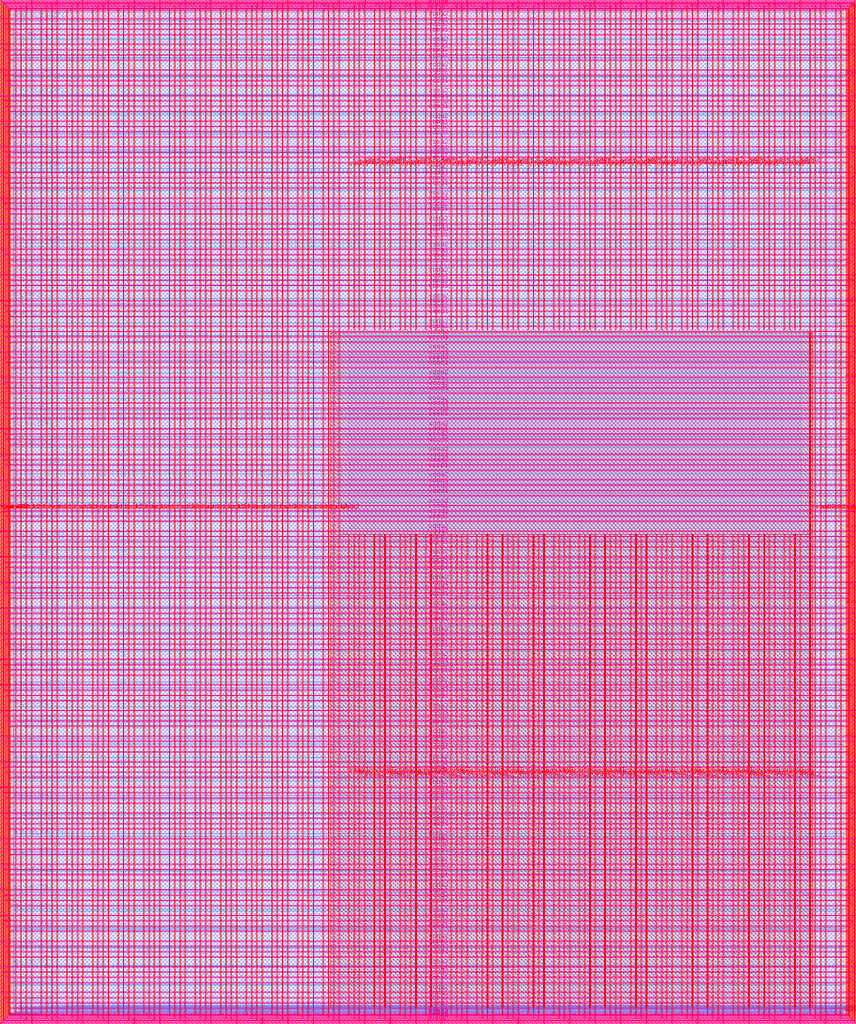
<source format=lef>
VERSION 5.7 ;
  NOWIREEXTENSIONATPIN ON ;
  DIVIDERCHAR "/" ;
  BUSBITCHARS "[]" ;
MACRO user_project_wrapper
  CLASS BLOCK ;
  FOREIGN user_project_wrapper ;
  ORIGIN 0.000 0.000 ;
  SIZE 2920.000 BY 3520.000 ;
  PIN analog_io[0]
    DIRECTION INOUT ;
    USE SIGNAL ;
    PORT
      LAYER met3 ;
        RECT 2917.600 1426.380 2924.800 1427.580 ;
    END
  END analog_io[0]
  PIN analog_io[10]
    DIRECTION INOUT ;
    USE SIGNAL ;
    PORT
      LAYER met2 ;
        RECT 2230.490 3517.600 2231.050 3524.800 ;
    END
  END analog_io[10]
  PIN analog_io[11]
    DIRECTION INOUT ;
    USE SIGNAL ;
    PORT
      LAYER met2 ;
        RECT 1905.730 3517.600 1906.290 3524.800 ;
    END
  END analog_io[11]
  PIN analog_io[12]
    DIRECTION INOUT ;
    USE SIGNAL ;
    PORT
      LAYER met2 ;
        RECT 1581.430 3517.600 1581.990 3524.800 ;
    END
  END analog_io[12]
  PIN analog_io[13]
    DIRECTION INOUT ;
    USE SIGNAL ;
    PORT
      LAYER met2 ;
        RECT 1257.130 3517.600 1257.690 3524.800 ;
    END
  END analog_io[13]
  PIN analog_io[14]
    DIRECTION INOUT ;
    USE SIGNAL ;
    PORT
      LAYER met2 ;
        RECT 932.370 3517.600 932.930 3524.800 ;
    END
  END analog_io[14]
  PIN analog_io[15]
    DIRECTION INOUT ;
    USE SIGNAL ;
    PORT
      LAYER met2 ;
        RECT 608.070 3517.600 608.630 3524.800 ;
    END
  END analog_io[15]
  PIN analog_io[16]
    DIRECTION INOUT ;
    USE SIGNAL ;
    PORT
      LAYER met2 ;
        RECT 283.770 3517.600 284.330 3524.800 ;
    END
  END analog_io[16]
  PIN analog_io[17]
    DIRECTION INOUT ;
    USE SIGNAL ;
    PORT
      LAYER met3 ;
        RECT -4.800 3486.100 2.400 3487.300 ;
    END
  END analog_io[17]
  PIN analog_io[18]
    DIRECTION INOUT ;
    USE SIGNAL ;
    PORT
      LAYER met3 ;
        RECT -4.800 3224.980 2.400 3226.180 ;
    END
  END analog_io[18]
  PIN analog_io[19]
    DIRECTION INOUT ;
    USE SIGNAL ;
    PORT
      LAYER met3 ;
        RECT -4.800 2964.540 2.400 2965.740 ;
    END
  END analog_io[19]
  PIN analog_io[1]
    DIRECTION INOUT ;
    USE SIGNAL ;
    PORT
      LAYER met3 ;
        RECT 2917.600 1692.260 2924.800 1693.460 ;
    END
  END analog_io[1]
  PIN analog_io[20]
    DIRECTION INOUT ;
    USE SIGNAL ;
    PORT
      LAYER met3 ;
        RECT -4.800 2703.420 2.400 2704.620 ;
    END
  END analog_io[20]
  PIN analog_io[21]
    DIRECTION INOUT ;
    USE SIGNAL ;
    PORT
      LAYER met3 ;
        RECT -4.800 2442.980 2.400 2444.180 ;
    END
  END analog_io[21]
  PIN analog_io[22]
    DIRECTION INOUT ;
    USE SIGNAL ;
    PORT
      LAYER met3 ;
        RECT -4.800 2182.540 2.400 2183.740 ;
    END
  END analog_io[22]
  PIN analog_io[23]
    DIRECTION INOUT ;
    USE SIGNAL ;
    PORT
      LAYER met3 ;
        RECT -4.800 1921.420 2.400 1922.620 ;
    END
  END analog_io[23]
  PIN analog_io[24]
    DIRECTION INOUT ;
    USE SIGNAL ;
    PORT
      LAYER met3 ;
        RECT -4.800 1660.980 2.400 1662.180 ;
    END
  END analog_io[24]
  PIN analog_io[25]
    DIRECTION INOUT ;
    USE SIGNAL ;
    PORT
      LAYER met3 ;
        RECT -4.800 1399.860 2.400 1401.060 ;
    END
  END analog_io[25]
  PIN analog_io[26]
    DIRECTION INOUT ;
    USE SIGNAL ;
    PORT
      LAYER met3 ;
        RECT -4.800 1139.420 2.400 1140.620 ;
    END
  END analog_io[26]
  PIN analog_io[27]
    DIRECTION INOUT ;
    USE SIGNAL ;
    PORT
      LAYER met3 ;
        RECT -4.800 878.980 2.400 880.180 ;
    END
  END analog_io[27]
  PIN analog_io[28]
    DIRECTION INOUT ;
    USE SIGNAL ;
    PORT
      LAYER met3 ;
        RECT -4.800 617.860 2.400 619.060 ;
    END
  END analog_io[28]
  PIN analog_io[2]
    DIRECTION INOUT ;
    USE SIGNAL ;
    PORT
      LAYER met3 ;
        RECT 2917.600 1958.140 2924.800 1959.340 ;
    END
  END analog_io[2]
  PIN analog_io[3]
    DIRECTION INOUT ;
    USE SIGNAL ;
    PORT
      LAYER met3 ;
        RECT 2917.600 2223.340 2924.800 2224.540 ;
    END
  END analog_io[3]
  PIN analog_io[4]
    DIRECTION INOUT ;
    USE SIGNAL ;
    PORT
      LAYER met3 ;
        RECT 2917.600 2489.220 2924.800 2490.420 ;
    END
  END analog_io[4]
  PIN analog_io[5]
    DIRECTION INOUT ;
    USE SIGNAL ;
    PORT
      LAYER met3 ;
        RECT 2917.600 2755.100 2924.800 2756.300 ;
    END
  END analog_io[5]
  PIN analog_io[6]
    DIRECTION INOUT ;
    USE SIGNAL ;
    PORT
      LAYER met3 ;
        RECT 2917.600 3020.300 2924.800 3021.500 ;
    END
  END analog_io[6]
  PIN analog_io[7]
    DIRECTION INOUT ;
    USE SIGNAL ;
    PORT
      LAYER met3 ;
        RECT 2917.600 3286.180 2924.800 3287.380 ;
    END
  END analog_io[7]
  PIN analog_io[8]
    DIRECTION INOUT ;
    USE SIGNAL ;
    PORT
      LAYER met2 ;
        RECT 2879.090 3517.600 2879.650 3524.800 ;
    END
  END analog_io[8]
  PIN analog_io[9]
    DIRECTION INOUT ;
    USE SIGNAL ;
    PORT
      LAYER met2 ;
        RECT 2554.790 3517.600 2555.350 3524.800 ;
    END
  END analog_io[9]
  PIN io_in[0]
    DIRECTION INPUT ;
    USE SIGNAL ;
    PORT
      LAYER met3 ;
        RECT 2917.600 32.380 2924.800 33.580 ;
    END
  END io_in[0]
  PIN io_in[10]
    DIRECTION INPUT ;
    USE SIGNAL ;
    PORT
      LAYER met3 ;
        RECT 2917.600 2289.980 2924.800 2291.180 ;
    END
  END io_in[10]
  PIN io_in[11]
    DIRECTION INPUT ;
    USE SIGNAL ;
    PORT
      LAYER met3 ;
        RECT 2917.600 2555.860 2924.800 2557.060 ;
    END
  END io_in[11]
  PIN io_in[12]
    DIRECTION INPUT ;
    USE SIGNAL ;
    PORT
      LAYER met3 ;
        RECT 2917.600 2821.060 2924.800 2822.260 ;
    END
  END io_in[12]
  PIN io_in[13]
    DIRECTION INPUT ;
    USE SIGNAL ;
    PORT
      LAYER met3 ;
        RECT 2917.600 3086.940 2924.800 3088.140 ;
    END
  END io_in[13]
  PIN io_in[14]
    DIRECTION INPUT ;
    USE SIGNAL ;
    PORT
      LAYER met3 ;
        RECT 2917.600 3352.820 2924.800 3354.020 ;
    END
  END io_in[14]
  PIN io_in[15]
    DIRECTION INPUT ;
    USE SIGNAL ;
    PORT
      LAYER met2 ;
        RECT 2798.130 3517.600 2798.690 3524.800 ;
    END
  END io_in[15]
  PIN io_in[16]
    DIRECTION INPUT ;
    USE SIGNAL ;
    PORT
      LAYER met2 ;
        RECT 2473.830 3517.600 2474.390 3524.800 ;
    END
  END io_in[16]
  PIN io_in[17]
    DIRECTION INPUT ;
    USE SIGNAL ;
    PORT
      LAYER met2 ;
        RECT 2149.070 3517.600 2149.630 3524.800 ;
    END
  END io_in[17]
  PIN io_in[18]
    DIRECTION INPUT ;
    USE SIGNAL ;
    PORT
      LAYER met2 ;
        RECT 1824.770 3517.600 1825.330 3524.800 ;
    END
  END io_in[18]
  PIN io_in[19]
    DIRECTION INPUT ;
    USE SIGNAL ;
    PORT
      LAYER met2 ;
        RECT 1500.470 3517.600 1501.030 3524.800 ;
    END
  END io_in[19]
  PIN io_in[1]
    DIRECTION INPUT ;
    USE SIGNAL ;
    PORT
      LAYER met3 ;
        RECT 2917.600 230.940 2924.800 232.140 ;
    END
  END io_in[1]
  PIN io_in[20]
    DIRECTION INPUT ;
    USE SIGNAL ;
    PORT
      LAYER met2 ;
        RECT 1175.710 3517.600 1176.270 3524.800 ;
    END
  END io_in[20]
  PIN io_in[21]
    DIRECTION INPUT ;
    USE SIGNAL ;
    PORT
      LAYER met2 ;
        RECT 851.410 3517.600 851.970 3524.800 ;
    END
  END io_in[21]
  PIN io_in[22]
    DIRECTION INPUT ;
    USE SIGNAL ;
    PORT
      LAYER met2 ;
        RECT 527.110 3517.600 527.670 3524.800 ;
    END
  END io_in[22]
  PIN io_in[23]
    DIRECTION INPUT ;
    USE SIGNAL ;
    PORT
      LAYER met2 ;
        RECT 202.350 3517.600 202.910 3524.800 ;
    END
  END io_in[23]
  PIN io_in[24]
    DIRECTION INPUT ;
    USE SIGNAL ;
    PORT
      LAYER met3 ;
        RECT -4.800 3420.820 2.400 3422.020 ;
    END
  END io_in[24]
  PIN io_in[25]
    DIRECTION INPUT ;
    USE SIGNAL ;
    PORT
      LAYER met3 ;
        RECT -4.800 3159.700 2.400 3160.900 ;
    END
  END io_in[25]
  PIN io_in[26]
    DIRECTION INPUT ;
    USE SIGNAL ;
    PORT
      LAYER met3 ;
        RECT -4.800 2899.260 2.400 2900.460 ;
    END
  END io_in[26]
  PIN io_in[27]
    DIRECTION INPUT ;
    USE SIGNAL ;
    PORT
      LAYER met3 ;
        RECT -4.800 2638.820 2.400 2640.020 ;
    END
  END io_in[27]
  PIN io_in[28]
    DIRECTION INPUT ;
    USE SIGNAL ;
    PORT
      LAYER met3 ;
        RECT -4.800 2377.700 2.400 2378.900 ;
    END
  END io_in[28]
  PIN io_in[29]
    DIRECTION INPUT ;
    USE SIGNAL ;
    PORT
      LAYER met3 ;
        RECT -4.800 2117.260 2.400 2118.460 ;
    END
  END io_in[29]
  PIN io_in[2]
    DIRECTION INPUT ;
    USE SIGNAL ;
    PORT
      LAYER met3 ;
        RECT 2917.600 430.180 2924.800 431.380 ;
    END
  END io_in[2]
  PIN io_in[30]
    DIRECTION INPUT ;
    USE SIGNAL ;
    PORT
      LAYER met3 ;
        RECT -4.800 1856.140 2.400 1857.340 ;
    END
  END io_in[30]
  PIN io_in[31]
    DIRECTION INPUT ;
    USE SIGNAL ;
    PORT
      LAYER met3 ;
        RECT -4.800 1595.700 2.400 1596.900 ;
    END
  END io_in[31]
  PIN io_in[32]
    DIRECTION INPUT ;
    USE SIGNAL ;
    PORT
      LAYER met3 ;
        RECT -4.800 1335.260 2.400 1336.460 ;
    END
  END io_in[32]
  PIN io_in[33]
    DIRECTION INPUT ;
    USE SIGNAL ;
    PORT
      LAYER met3 ;
        RECT -4.800 1074.140 2.400 1075.340 ;
    END
  END io_in[33]
  PIN io_in[34]
    DIRECTION INPUT ;
    USE SIGNAL ;
    PORT
      LAYER met3 ;
        RECT -4.800 813.700 2.400 814.900 ;
    END
  END io_in[34]
  PIN io_in[35]
    DIRECTION INPUT ;
    USE SIGNAL ;
    PORT
      LAYER met3 ;
        RECT -4.800 552.580 2.400 553.780 ;
    END
  END io_in[35]
  PIN io_in[36]
    DIRECTION INPUT ;
    USE SIGNAL ;
    PORT
      LAYER met3 ;
        RECT -4.800 357.420 2.400 358.620 ;
    END
  END io_in[36]
  PIN io_in[37]
    DIRECTION INPUT ;
    USE SIGNAL ;
    PORT
      LAYER met3 ;
        RECT -4.800 161.580 2.400 162.780 ;
    END
  END io_in[37]
  PIN io_in[3]
    DIRECTION INPUT ;
    USE SIGNAL ;
    PORT
      LAYER met3 ;
        RECT 2917.600 629.420 2924.800 630.620 ;
    END
  END io_in[3]
  PIN io_in[4]
    DIRECTION INPUT ;
    USE SIGNAL ;
    PORT
      LAYER met3 ;
        RECT 2917.600 828.660 2924.800 829.860 ;
    END
  END io_in[4]
  PIN io_in[5]
    DIRECTION INPUT ;
    USE SIGNAL ;
    PORT
      LAYER met3 ;
        RECT 2917.600 1027.900 2924.800 1029.100 ;
    END
  END io_in[5]
  PIN io_in[6]
    DIRECTION INPUT ;
    USE SIGNAL ;
    PORT
      LAYER met3 ;
        RECT 2917.600 1227.140 2924.800 1228.340 ;
    END
  END io_in[6]
  PIN io_in[7]
    DIRECTION INPUT ;
    USE SIGNAL ;
    PORT
      LAYER met3 ;
        RECT 2917.600 1493.020 2924.800 1494.220 ;
    END
  END io_in[7]
  PIN io_in[8]
    DIRECTION INPUT ;
    USE SIGNAL ;
    PORT
      LAYER met3 ;
        RECT 2917.600 1758.900 2924.800 1760.100 ;
    END
  END io_in[8]
  PIN io_in[9]
    DIRECTION INPUT ;
    USE SIGNAL ;
    PORT
      LAYER met3 ;
        RECT 2917.600 2024.100 2924.800 2025.300 ;
    END
  END io_in[9]
  PIN io_oeb[0]
    DIRECTION OUTPUT TRISTATE ;
    USE SIGNAL ;
    PORT
      LAYER met3 ;
        RECT 2917.600 164.980 2924.800 166.180 ;
    END
  END io_oeb[0]
  PIN io_oeb[10]
    DIRECTION OUTPUT TRISTATE ;
    USE SIGNAL ;
    PORT
      LAYER met3 ;
        RECT 2917.600 2422.580 2924.800 2423.780 ;
    END
  END io_oeb[10]
  PIN io_oeb[11]
    DIRECTION OUTPUT TRISTATE ;
    USE SIGNAL ;
    PORT
      LAYER met3 ;
        RECT 2917.600 2688.460 2924.800 2689.660 ;
    END
  END io_oeb[11]
  PIN io_oeb[12]
    DIRECTION OUTPUT TRISTATE ;
    USE SIGNAL ;
    PORT
      LAYER met3 ;
        RECT 2917.600 2954.340 2924.800 2955.540 ;
    END
  END io_oeb[12]
  PIN io_oeb[13]
    DIRECTION OUTPUT TRISTATE ;
    USE SIGNAL ;
    PORT
      LAYER met3 ;
        RECT 2917.600 3219.540 2924.800 3220.740 ;
    END
  END io_oeb[13]
  PIN io_oeb[14]
    DIRECTION OUTPUT TRISTATE ;
    USE SIGNAL ;
    PORT
      LAYER met3 ;
        RECT 2917.600 3485.420 2924.800 3486.620 ;
    END
  END io_oeb[14]
  PIN io_oeb[15]
    DIRECTION OUTPUT TRISTATE ;
    USE SIGNAL ;
    PORT
      LAYER met2 ;
        RECT 2635.750 3517.600 2636.310 3524.800 ;
    END
  END io_oeb[15]
  PIN io_oeb[16]
    DIRECTION OUTPUT TRISTATE ;
    USE SIGNAL ;
    PORT
      LAYER met2 ;
        RECT 2311.450 3517.600 2312.010 3524.800 ;
    END
  END io_oeb[16]
  PIN io_oeb[17]
    DIRECTION OUTPUT TRISTATE ;
    USE SIGNAL ;
    PORT
      LAYER met2 ;
        RECT 1987.150 3517.600 1987.710 3524.800 ;
    END
  END io_oeb[17]
  PIN io_oeb[18]
    DIRECTION OUTPUT TRISTATE ;
    USE SIGNAL ;
    PORT
      LAYER met2 ;
        RECT 1662.390 3517.600 1662.950 3524.800 ;
    END
  END io_oeb[18]
  PIN io_oeb[19]
    DIRECTION OUTPUT TRISTATE ;
    USE SIGNAL ;
    PORT
      LAYER met2 ;
        RECT 1338.090 3517.600 1338.650 3524.800 ;
    END
  END io_oeb[19]
  PIN io_oeb[1]
    DIRECTION OUTPUT TRISTATE ;
    USE SIGNAL ;
    PORT
      LAYER met3 ;
        RECT 2917.600 364.220 2924.800 365.420 ;
    END
  END io_oeb[1]
  PIN io_oeb[20]
    DIRECTION OUTPUT TRISTATE ;
    USE SIGNAL ;
    PORT
      LAYER met2 ;
        RECT 1013.790 3517.600 1014.350 3524.800 ;
    END
  END io_oeb[20]
  PIN io_oeb[21]
    DIRECTION OUTPUT TRISTATE ;
    USE SIGNAL ;
    PORT
      LAYER met2 ;
        RECT 689.030 3517.600 689.590 3524.800 ;
    END
  END io_oeb[21]
  PIN io_oeb[22]
    DIRECTION OUTPUT TRISTATE ;
    USE SIGNAL ;
    PORT
      LAYER met2 ;
        RECT 364.730 3517.600 365.290 3524.800 ;
    END
  END io_oeb[22]
  PIN io_oeb[23]
    DIRECTION OUTPUT TRISTATE ;
    USE SIGNAL ;
    PORT
      LAYER met2 ;
        RECT 40.430 3517.600 40.990 3524.800 ;
    END
  END io_oeb[23]
  PIN io_oeb[24]
    DIRECTION OUTPUT TRISTATE ;
    USE SIGNAL ;
    PORT
      LAYER met3 ;
        RECT -4.800 3290.260 2.400 3291.460 ;
    END
  END io_oeb[24]
  PIN io_oeb[25]
    DIRECTION OUTPUT TRISTATE ;
    USE SIGNAL ;
    PORT
      LAYER met3 ;
        RECT -4.800 3029.820 2.400 3031.020 ;
    END
  END io_oeb[25]
  PIN io_oeb[26]
    DIRECTION OUTPUT TRISTATE ;
    USE SIGNAL ;
    PORT
      LAYER met3 ;
        RECT -4.800 2768.700 2.400 2769.900 ;
    END
  END io_oeb[26]
  PIN io_oeb[27]
    DIRECTION OUTPUT TRISTATE ;
    USE SIGNAL ;
    PORT
      LAYER met3 ;
        RECT -4.800 2508.260 2.400 2509.460 ;
    END
  END io_oeb[27]
  PIN io_oeb[28]
    DIRECTION OUTPUT TRISTATE ;
    USE SIGNAL ;
    PORT
      LAYER met3 ;
        RECT -4.800 2247.140 2.400 2248.340 ;
    END
  END io_oeb[28]
  PIN io_oeb[29]
    DIRECTION OUTPUT TRISTATE ;
    USE SIGNAL ;
    PORT
      LAYER met3 ;
        RECT -4.800 1986.700 2.400 1987.900 ;
    END
  END io_oeb[29]
  PIN io_oeb[2]
    DIRECTION OUTPUT TRISTATE ;
    USE SIGNAL ;
    PORT
      LAYER met3 ;
        RECT 2917.600 563.460 2924.800 564.660 ;
    END
  END io_oeb[2]
  PIN io_oeb[30]
    DIRECTION OUTPUT TRISTATE ;
    USE SIGNAL ;
    PORT
      LAYER met3 ;
        RECT -4.800 1726.260 2.400 1727.460 ;
    END
  END io_oeb[30]
  PIN io_oeb[31]
    DIRECTION OUTPUT TRISTATE ;
    USE SIGNAL ;
    PORT
      LAYER met3 ;
        RECT -4.800 1465.140 2.400 1466.340 ;
    END
  END io_oeb[31]
  PIN io_oeb[32]
    DIRECTION OUTPUT TRISTATE ;
    USE SIGNAL ;
    PORT
      LAYER met3 ;
        RECT -4.800 1204.700 2.400 1205.900 ;
    END
  END io_oeb[32]
  PIN io_oeb[33]
    DIRECTION OUTPUT TRISTATE ;
    USE SIGNAL ;
    PORT
      LAYER met3 ;
        RECT -4.800 943.580 2.400 944.780 ;
    END
  END io_oeb[33]
  PIN io_oeb[34]
    DIRECTION OUTPUT TRISTATE ;
    USE SIGNAL ;
    PORT
      LAYER met3 ;
        RECT -4.800 683.140 2.400 684.340 ;
    END
  END io_oeb[34]
  PIN io_oeb[35]
    DIRECTION OUTPUT TRISTATE ;
    USE SIGNAL ;
    PORT
      LAYER met3 ;
        RECT -4.800 422.700 2.400 423.900 ;
    END
  END io_oeb[35]
  PIN io_oeb[36]
    DIRECTION OUTPUT TRISTATE ;
    USE SIGNAL ;
    PORT
      LAYER met3 ;
        RECT -4.800 226.860 2.400 228.060 ;
    END
  END io_oeb[36]
  PIN io_oeb[37]
    DIRECTION OUTPUT TRISTATE ;
    USE SIGNAL ;
    PORT
      LAYER met3 ;
        RECT -4.800 31.700 2.400 32.900 ;
    END
  END io_oeb[37]
  PIN io_oeb[3]
    DIRECTION OUTPUT TRISTATE ;
    USE SIGNAL ;
    PORT
      LAYER met3 ;
        RECT 2917.600 762.700 2924.800 763.900 ;
    END
  END io_oeb[3]
  PIN io_oeb[4]
    DIRECTION OUTPUT TRISTATE ;
    USE SIGNAL ;
    PORT
      LAYER met3 ;
        RECT 2917.600 961.940 2924.800 963.140 ;
    END
  END io_oeb[4]
  PIN io_oeb[5]
    DIRECTION OUTPUT TRISTATE ;
    USE SIGNAL ;
    PORT
      LAYER met3 ;
        RECT 2917.600 1161.180 2924.800 1162.380 ;
    END
  END io_oeb[5]
  PIN io_oeb[6]
    DIRECTION OUTPUT TRISTATE ;
    USE SIGNAL ;
    PORT
      LAYER met3 ;
        RECT 2917.600 1360.420 2924.800 1361.620 ;
    END
  END io_oeb[6]
  PIN io_oeb[7]
    DIRECTION OUTPUT TRISTATE ;
    USE SIGNAL ;
    PORT
      LAYER met3 ;
        RECT 2917.600 1625.620 2924.800 1626.820 ;
    END
  END io_oeb[7]
  PIN io_oeb[8]
    DIRECTION OUTPUT TRISTATE ;
    USE SIGNAL ;
    PORT
      LAYER met3 ;
        RECT 2917.600 1891.500 2924.800 1892.700 ;
    END
  END io_oeb[8]
  PIN io_oeb[9]
    DIRECTION OUTPUT TRISTATE ;
    USE SIGNAL ;
    PORT
      LAYER met3 ;
        RECT 2917.600 2157.380 2924.800 2158.580 ;
    END
  END io_oeb[9]
  PIN io_out[0]
    DIRECTION OUTPUT TRISTATE ;
    USE SIGNAL ;
    PORT
      LAYER met3 ;
        RECT 2917.600 98.340 2924.800 99.540 ;
    END
  END io_out[0]
  PIN io_out[10]
    DIRECTION OUTPUT TRISTATE ;
    USE SIGNAL ;
    PORT
      LAYER met3 ;
        RECT 2917.600 2356.620 2924.800 2357.820 ;
    END
  END io_out[10]
  PIN io_out[11]
    DIRECTION OUTPUT TRISTATE ;
    USE SIGNAL ;
    PORT
      LAYER met3 ;
        RECT 2917.600 2621.820 2924.800 2623.020 ;
    END
  END io_out[11]
  PIN io_out[12]
    DIRECTION OUTPUT TRISTATE ;
    USE SIGNAL ;
    PORT
      LAYER met3 ;
        RECT 2917.600 2887.700 2924.800 2888.900 ;
    END
  END io_out[12]
  PIN io_out[13]
    DIRECTION OUTPUT TRISTATE ;
    USE SIGNAL ;
    PORT
      LAYER met3 ;
        RECT 2917.600 3153.580 2924.800 3154.780 ;
    END
  END io_out[13]
  PIN io_out[14]
    DIRECTION OUTPUT TRISTATE ;
    USE SIGNAL ;
    PORT
      LAYER met3 ;
        RECT 2917.600 3418.780 2924.800 3419.980 ;
    END
  END io_out[14]
  PIN io_out[15]
    DIRECTION OUTPUT TRISTATE ;
    USE SIGNAL ;
    PORT
      LAYER met2 ;
        RECT 2717.170 3517.600 2717.730 3524.800 ;
    END
  END io_out[15]
  PIN io_out[16]
    DIRECTION OUTPUT TRISTATE ;
    USE SIGNAL ;
    PORT
      LAYER met2 ;
        RECT 2392.410 3517.600 2392.970 3524.800 ;
    END
  END io_out[16]
  PIN io_out[17]
    DIRECTION OUTPUT TRISTATE ;
    USE SIGNAL ;
    PORT
      LAYER met2 ;
        RECT 2068.110 3517.600 2068.670 3524.800 ;
    END
  END io_out[17]
  PIN io_out[18]
    DIRECTION OUTPUT TRISTATE ;
    USE SIGNAL ;
    PORT
      LAYER met2 ;
        RECT 1743.810 3517.600 1744.370 3524.800 ;
    END
  END io_out[18]
  PIN io_out[19]
    DIRECTION OUTPUT TRISTATE ;
    USE SIGNAL ;
    PORT
      LAYER met2 ;
        RECT 1419.050 3517.600 1419.610 3524.800 ;
    END
  END io_out[19]
  PIN io_out[1]
    DIRECTION OUTPUT TRISTATE ;
    USE SIGNAL ;
    PORT
      LAYER met3 ;
        RECT 2917.600 297.580 2924.800 298.780 ;
    END
  END io_out[1]
  PIN io_out[20]
    DIRECTION OUTPUT TRISTATE ;
    USE SIGNAL ;
    PORT
      LAYER met2 ;
        RECT 1094.750 3517.600 1095.310 3524.800 ;
    END
  END io_out[20]
  PIN io_out[21]
    DIRECTION OUTPUT TRISTATE ;
    USE SIGNAL ;
    PORT
      LAYER met2 ;
        RECT 770.450 3517.600 771.010 3524.800 ;
    END
  END io_out[21]
  PIN io_out[22]
    DIRECTION OUTPUT TRISTATE ;
    USE SIGNAL ;
    PORT
      LAYER met2 ;
        RECT 445.690 3517.600 446.250 3524.800 ;
    END
  END io_out[22]
  PIN io_out[23]
    DIRECTION OUTPUT TRISTATE ;
    USE SIGNAL ;
    PORT
      LAYER met2 ;
        RECT 121.390 3517.600 121.950 3524.800 ;
    END
  END io_out[23]
  PIN io_out[24]
    DIRECTION OUTPUT TRISTATE ;
    USE SIGNAL ;
    PORT
      LAYER met3 ;
        RECT -4.800 3355.540 2.400 3356.740 ;
    END
  END io_out[24]
  PIN io_out[25]
    DIRECTION OUTPUT TRISTATE ;
    USE SIGNAL ;
    PORT
      LAYER met3 ;
        RECT -4.800 3095.100 2.400 3096.300 ;
    END
  END io_out[25]
  PIN io_out[26]
    DIRECTION OUTPUT TRISTATE ;
    USE SIGNAL ;
    PORT
      LAYER met3 ;
        RECT -4.800 2833.980 2.400 2835.180 ;
    END
  END io_out[26]
  PIN io_out[27]
    DIRECTION OUTPUT TRISTATE ;
    USE SIGNAL ;
    PORT
      LAYER met3 ;
        RECT -4.800 2573.540 2.400 2574.740 ;
    END
  END io_out[27]
  PIN io_out[28]
    DIRECTION OUTPUT TRISTATE ;
    USE SIGNAL ;
    PORT
      LAYER met3 ;
        RECT -4.800 2312.420 2.400 2313.620 ;
    END
  END io_out[28]
  PIN io_out[29]
    DIRECTION OUTPUT TRISTATE ;
    USE SIGNAL ;
    PORT
      LAYER met3 ;
        RECT -4.800 2051.980 2.400 2053.180 ;
    END
  END io_out[29]
  PIN io_out[2]
    DIRECTION OUTPUT TRISTATE ;
    USE SIGNAL ;
    PORT
      LAYER met3 ;
        RECT 2917.600 496.820 2924.800 498.020 ;
    END
  END io_out[2]
  PIN io_out[30]
    DIRECTION OUTPUT TRISTATE ;
    USE SIGNAL ;
    PORT
      LAYER met3 ;
        RECT -4.800 1791.540 2.400 1792.740 ;
    END
  END io_out[30]
  PIN io_out[31]
    DIRECTION OUTPUT TRISTATE ;
    USE SIGNAL ;
    PORT
      LAYER met3 ;
        RECT -4.800 1530.420 2.400 1531.620 ;
    END
  END io_out[31]
  PIN io_out[32]
    DIRECTION OUTPUT TRISTATE ;
    USE SIGNAL ;
    PORT
      LAYER met3 ;
        RECT -4.800 1269.980 2.400 1271.180 ;
    END
  END io_out[32]
  PIN io_out[33]
    DIRECTION OUTPUT TRISTATE ;
    USE SIGNAL ;
    PORT
      LAYER met3 ;
        RECT -4.800 1008.860 2.400 1010.060 ;
    END
  END io_out[33]
  PIN io_out[34]
    DIRECTION OUTPUT TRISTATE ;
    USE SIGNAL ;
    PORT
      LAYER met3 ;
        RECT -4.800 748.420 2.400 749.620 ;
    END
  END io_out[34]
  PIN io_out[35]
    DIRECTION OUTPUT TRISTATE ;
    USE SIGNAL ;
    PORT
      LAYER met3 ;
        RECT -4.800 487.300 2.400 488.500 ;
    END
  END io_out[35]
  PIN io_out[36]
    DIRECTION OUTPUT TRISTATE ;
    USE SIGNAL ;
    PORT
      LAYER met3 ;
        RECT -4.800 292.140 2.400 293.340 ;
    END
  END io_out[36]
  PIN io_out[37]
    DIRECTION OUTPUT TRISTATE ;
    USE SIGNAL ;
    PORT
      LAYER met3 ;
        RECT -4.800 96.300 2.400 97.500 ;
    END
  END io_out[37]
  PIN io_out[3]
    DIRECTION OUTPUT TRISTATE ;
    USE SIGNAL ;
    PORT
      LAYER met3 ;
        RECT 2917.600 696.060 2924.800 697.260 ;
    END
  END io_out[3]
  PIN io_out[4]
    DIRECTION OUTPUT TRISTATE ;
    USE SIGNAL ;
    PORT
      LAYER met3 ;
        RECT 2917.600 895.300 2924.800 896.500 ;
    END
  END io_out[4]
  PIN io_out[5]
    DIRECTION OUTPUT TRISTATE ;
    USE SIGNAL ;
    PORT
      LAYER met3 ;
        RECT 2917.600 1094.540 2924.800 1095.740 ;
    END
  END io_out[5]
  PIN io_out[6]
    DIRECTION OUTPUT TRISTATE ;
    USE SIGNAL ;
    PORT
      LAYER met3 ;
        RECT 2917.600 1293.780 2924.800 1294.980 ;
    END
  END io_out[6]
  PIN io_out[7]
    DIRECTION OUTPUT TRISTATE ;
    USE SIGNAL ;
    PORT
      LAYER met3 ;
        RECT 2917.600 1559.660 2924.800 1560.860 ;
    END
  END io_out[7]
  PIN io_out[8]
    DIRECTION OUTPUT TRISTATE ;
    USE SIGNAL ;
    PORT
      LAYER met3 ;
        RECT 2917.600 1824.860 2924.800 1826.060 ;
    END
  END io_out[8]
  PIN io_out[9]
    DIRECTION OUTPUT TRISTATE ;
    USE SIGNAL ;
    PORT
      LAYER met3 ;
        RECT 2917.600 2090.740 2924.800 2091.940 ;
    END
  END io_out[9]
  PIN la_data_in[0]
    DIRECTION INPUT ;
    USE SIGNAL ;
    PORT
      LAYER met2 ;
        RECT 629.230 -4.800 629.790 2.400 ;
    END
  END la_data_in[0]
  PIN la_data_in[100]
    DIRECTION INPUT ;
    USE SIGNAL ;
    PORT
      LAYER met2 ;
        RECT 2402.530 -4.800 2403.090 2.400 ;
    END
  END la_data_in[100]
  PIN la_data_in[101]
    DIRECTION INPUT ;
    USE SIGNAL ;
    PORT
      LAYER met2 ;
        RECT 2420.010 -4.800 2420.570 2.400 ;
    END
  END la_data_in[101]
  PIN la_data_in[102]
    DIRECTION INPUT ;
    USE SIGNAL ;
    PORT
      LAYER met2 ;
        RECT 2437.950 -4.800 2438.510 2.400 ;
    END
  END la_data_in[102]
  PIN la_data_in[103]
    DIRECTION INPUT ;
    USE SIGNAL ;
    PORT
      LAYER met2 ;
        RECT 2455.430 -4.800 2455.990 2.400 ;
    END
  END la_data_in[103]
  PIN la_data_in[104]
    DIRECTION INPUT ;
    USE SIGNAL ;
    PORT
      LAYER met2 ;
        RECT 2473.370 -4.800 2473.930 2.400 ;
    END
  END la_data_in[104]
  PIN la_data_in[105]
    DIRECTION INPUT ;
    USE SIGNAL ;
    PORT
      LAYER met2 ;
        RECT 2490.850 -4.800 2491.410 2.400 ;
    END
  END la_data_in[105]
  PIN la_data_in[106]
    DIRECTION INPUT ;
    USE SIGNAL ;
    PORT
      LAYER met2 ;
        RECT 2508.790 -4.800 2509.350 2.400 ;
    END
  END la_data_in[106]
  PIN la_data_in[107]
    DIRECTION INPUT ;
    USE SIGNAL ;
    PORT
      LAYER met2 ;
        RECT 2526.730 -4.800 2527.290 2.400 ;
    END
  END la_data_in[107]
  PIN la_data_in[108]
    DIRECTION INPUT ;
    USE SIGNAL ;
    PORT
      LAYER met2 ;
        RECT 2544.210 -4.800 2544.770 2.400 ;
    END
  END la_data_in[108]
  PIN la_data_in[109]
    DIRECTION INPUT ;
    USE SIGNAL ;
    PORT
      LAYER met2 ;
        RECT 2562.150 -4.800 2562.710 2.400 ;
    END
  END la_data_in[109]
  PIN la_data_in[10]
    DIRECTION INPUT ;
    USE SIGNAL ;
    PORT
      LAYER met2 ;
        RECT 806.330 -4.800 806.890 2.400 ;
    END
  END la_data_in[10]
  PIN la_data_in[110]
    DIRECTION INPUT ;
    USE SIGNAL ;
    PORT
      LAYER met2 ;
        RECT 2579.630 -4.800 2580.190 2.400 ;
    END
  END la_data_in[110]
  PIN la_data_in[111]
    DIRECTION INPUT ;
    USE SIGNAL ;
    PORT
      LAYER met2 ;
        RECT 2597.570 -4.800 2598.130 2.400 ;
    END
  END la_data_in[111]
  PIN la_data_in[112]
    DIRECTION INPUT ;
    USE SIGNAL ;
    PORT
      LAYER met2 ;
        RECT 2615.050 -4.800 2615.610 2.400 ;
    END
  END la_data_in[112]
  PIN la_data_in[113]
    DIRECTION INPUT ;
    USE SIGNAL ;
    PORT
      LAYER met2 ;
        RECT 2632.990 -4.800 2633.550 2.400 ;
    END
  END la_data_in[113]
  PIN la_data_in[114]
    DIRECTION INPUT ;
    USE SIGNAL ;
    PORT
      LAYER met2 ;
        RECT 2650.470 -4.800 2651.030 2.400 ;
    END
  END la_data_in[114]
  PIN la_data_in[115]
    DIRECTION INPUT ;
    USE SIGNAL ;
    PORT
      LAYER met2 ;
        RECT 2668.410 -4.800 2668.970 2.400 ;
    END
  END la_data_in[115]
  PIN la_data_in[116]
    DIRECTION INPUT ;
    USE SIGNAL ;
    PORT
      LAYER met2 ;
        RECT 2685.890 -4.800 2686.450 2.400 ;
    END
  END la_data_in[116]
  PIN la_data_in[117]
    DIRECTION INPUT ;
    USE SIGNAL ;
    PORT
      LAYER met2 ;
        RECT 2703.830 -4.800 2704.390 2.400 ;
    END
  END la_data_in[117]
  PIN la_data_in[118]
    DIRECTION INPUT ;
    USE SIGNAL ;
    PORT
      LAYER met2 ;
        RECT 2721.770 -4.800 2722.330 2.400 ;
    END
  END la_data_in[118]
  PIN la_data_in[119]
    DIRECTION INPUT ;
    USE SIGNAL ;
    PORT
      LAYER met2 ;
        RECT 2739.250 -4.800 2739.810 2.400 ;
    END
  END la_data_in[119]
  PIN la_data_in[11]
    DIRECTION INPUT ;
    USE SIGNAL ;
    PORT
      LAYER met2 ;
        RECT 824.270 -4.800 824.830 2.400 ;
    END
  END la_data_in[11]
  PIN la_data_in[120]
    DIRECTION INPUT ;
    USE SIGNAL ;
    PORT
      LAYER met2 ;
        RECT 2757.190 -4.800 2757.750 2.400 ;
    END
  END la_data_in[120]
  PIN la_data_in[121]
    DIRECTION INPUT ;
    USE SIGNAL ;
    PORT
      LAYER met2 ;
        RECT 2774.670 -4.800 2775.230 2.400 ;
    END
  END la_data_in[121]
  PIN la_data_in[122]
    DIRECTION INPUT ;
    USE SIGNAL ;
    PORT
      LAYER met2 ;
        RECT 2792.610 -4.800 2793.170 2.400 ;
    END
  END la_data_in[122]
  PIN la_data_in[123]
    DIRECTION INPUT ;
    USE SIGNAL ;
    PORT
      LAYER met2 ;
        RECT 2810.090 -4.800 2810.650 2.400 ;
    END
  END la_data_in[123]
  PIN la_data_in[124]
    DIRECTION INPUT ;
    USE SIGNAL ;
    PORT
      LAYER met2 ;
        RECT 2828.030 -4.800 2828.590 2.400 ;
    END
  END la_data_in[124]
  PIN la_data_in[125]
    DIRECTION INPUT ;
    USE SIGNAL ;
    PORT
      LAYER met2 ;
        RECT 2845.510 -4.800 2846.070 2.400 ;
    END
  END la_data_in[125]
  PIN la_data_in[126]
    DIRECTION INPUT ;
    USE SIGNAL ;
    PORT
      LAYER met2 ;
        RECT 2863.450 -4.800 2864.010 2.400 ;
    END
  END la_data_in[126]
  PIN la_data_in[127]
    DIRECTION INPUT ;
    USE SIGNAL ;
    PORT
      LAYER met2 ;
        RECT 2881.390 -4.800 2881.950 2.400 ;
    END
  END la_data_in[127]
  PIN la_data_in[12]
    DIRECTION INPUT ;
    USE SIGNAL ;
    PORT
      LAYER met2 ;
        RECT 841.750 -4.800 842.310 2.400 ;
    END
  END la_data_in[12]
  PIN la_data_in[13]
    DIRECTION INPUT ;
    USE SIGNAL ;
    PORT
      LAYER met2 ;
        RECT 859.690 -4.800 860.250 2.400 ;
    END
  END la_data_in[13]
  PIN la_data_in[14]
    DIRECTION INPUT ;
    USE SIGNAL ;
    PORT
      LAYER met2 ;
        RECT 877.170 -4.800 877.730 2.400 ;
    END
  END la_data_in[14]
  PIN la_data_in[15]
    DIRECTION INPUT ;
    USE SIGNAL ;
    PORT
      LAYER met2 ;
        RECT 895.110 -4.800 895.670 2.400 ;
    END
  END la_data_in[15]
  PIN la_data_in[16]
    DIRECTION INPUT ;
    USE SIGNAL ;
    PORT
      LAYER met2 ;
        RECT 912.590 -4.800 913.150 2.400 ;
    END
  END la_data_in[16]
  PIN la_data_in[17]
    DIRECTION INPUT ;
    USE SIGNAL ;
    PORT
      LAYER met2 ;
        RECT 930.530 -4.800 931.090 2.400 ;
    END
  END la_data_in[17]
  PIN la_data_in[18]
    DIRECTION INPUT ;
    USE SIGNAL ;
    PORT
      LAYER met2 ;
        RECT 948.470 -4.800 949.030 2.400 ;
    END
  END la_data_in[18]
  PIN la_data_in[19]
    DIRECTION INPUT ;
    USE SIGNAL ;
    PORT
      LAYER met2 ;
        RECT 965.950 -4.800 966.510 2.400 ;
    END
  END la_data_in[19]
  PIN la_data_in[1]
    DIRECTION INPUT ;
    USE SIGNAL ;
    PORT
      LAYER met2 ;
        RECT 646.710 -4.800 647.270 2.400 ;
    END
  END la_data_in[1]
  PIN la_data_in[20]
    DIRECTION INPUT ;
    USE SIGNAL ;
    PORT
      LAYER met2 ;
        RECT 983.890 -4.800 984.450 2.400 ;
    END
  END la_data_in[20]
  PIN la_data_in[21]
    DIRECTION INPUT ;
    USE SIGNAL ;
    PORT
      LAYER met2 ;
        RECT 1001.370 -4.800 1001.930 2.400 ;
    END
  END la_data_in[21]
  PIN la_data_in[22]
    DIRECTION INPUT ;
    USE SIGNAL ;
    PORT
      LAYER met2 ;
        RECT 1019.310 -4.800 1019.870 2.400 ;
    END
  END la_data_in[22]
  PIN la_data_in[23]
    DIRECTION INPUT ;
    USE SIGNAL ;
    PORT
      LAYER met2 ;
        RECT 1036.790 -4.800 1037.350 2.400 ;
    END
  END la_data_in[23]
  PIN la_data_in[24]
    DIRECTION INPUT ;
    USE SIGNAL ;
    PORT
      LAYER met2 ;
        RECT 1054.730 -4.800 1055.290 2.400 ;
    END
  END la_data_in[24]
  PIN la_data_in[25]
    DIRECTION INPUT ;
    USE SIGNAL ;
    PORT
      LAYER met2 ;
        RECT 1072.210 -4.800 1072.770 2.400 ;
    END
  END la_data_in[25]
  PIN la_data_in[26]
    DIRECTION INPUT ;
    USE SIGNAL ;
    PORT
      LAYER met2 ;
        RECT 1090.150 -4.800 1090.710 2.400 ;
    END
  END la_data_in[26]
  PIN la_data_in[27]
    DIRECTION INPUT ;
    USE SIGNAL ;
    PORT
      LAYER met2 ;
        RECT 1107.630 -4.800 1108.190 2.400 ;
    END
  END la_data_in[27]
  PIN la_data_in[28]
    DIRECTION INPUT ;
    USE SIGNAL ;
    PORT
      LAYER met2 ;
        RECT 1125.570 -4.800 1126.130 2.400 ;
    END
  END la_data_in[28]
  PIN la_data_in[29]
    DIRECTION INPUT ;
    USE SIGNAL ;
    PORT
      LAYER met2 ;
        RECT 1143.510 -4.800 1144.070 2.400 ;
    END
  END la_data_in[29]
  PIN la_data_in[2]
    DIRECTION INPUT ;
    USE SIGNAL ;
    PORT
      LAYER met2 ;
        RECT 664.650 -4.800 665.210 2.400 ;
    END
  END la_data_in[2]
  PIN la_data_in[30]
    DIRECTION INPUT ;
    USE SIGNAL ;
    PORT
      LAYER met2 ;
        RECT 1160.990 -4.800 1161.550 2.400 ;
    END
  END la_data_in[30]
  PIN la_data_in[31]
    DIRECTION INPUT ;
    USE SIGNAL ;
    PORT
      LAYER met2 ;
        RECT 1178.930 -4.800 1179.490 2.400 ;
    END
  END la_data_in[31]
  PIN la_data_in[32]
    DIRECTION INPUT ;
    USE SIGNAL ;
    PORT
      LAYER met2 ;
        RECT 1196.410 -4.800 1196.970 2.400 ;
    END
  END la_data_in[32]
  PIN la_data_in[33]
    DIRECTION INPUT ;
    USE SIGNAL ;
    PORT
      LAYER met2 ;
        RECT 1214.350 -4.800 1214.910 2.400 ;
    END
  END la_data_in[33]
  PIN la_data_in[34]
    DIRECTION INPUT ;
    USE SIGNAL ;
    PORT
      LAYER met2 ;
        RECT 1231.830 -4.800 1232.390 2.400 ;
    END
  END la_data_in[34]
  PIN la_data_in[35]
    DIRECTION INPUT ;
    USE SIGNAL ;
    PORT
      LAYER met2 ;
        RECT 1249.770 -4.800 1250.330 2.400 ;
    END
  END la_data_in[35]
  PIN la_data_in[36]
    DIRECTION INPUT ;
    USE SIGNAL ;
    PORT
      LAYER met2 ;
        RECT 1267.250 -4.800 1267.810 2.400 ;
    END
  END la_data_in[36]
  PIN la_data_in[37]
    DIRECTION INPUT ;
    USE SIGNAL ;
    PORT
      LAYER met2 ;
        RECT 1285.190 -4.800 1285.750 2.400 ;
    END
  END la_data_in[37]
  PIN la_data_in[38]
    DIRECTION INPUT ;
    USE SIGNAL ;
    PORT
      LAYER met2 ;
        RECT 1303.130 -4.800 1303.690 2.400 ;
    END
  END la_data_in[38]
  PIN la_data_in[39]
    DIRECTION INPUT ;
    USE SIGNAL ;
    PORT
      LAYER met2 ;
        RECT 1320.610 -4.800 1321.170 2.400 ;
    END
  END la_data_in[39]
  PIN la_data_in[3]
    DIRECTION INPUT ;
    USE SIGNAL ;
    PORT
      LAYER met2 ;
        RECT 682.130 -4.800 682.690 2.400 ;
    END
  END la_data_in[3]
  PIN la_data_in[40]
    DIRECTION INPUT ;
    USE SIGNAL ;
    PORT
      LAYER met2 ;
        RECT 1338.550 -4.800 1339.110 2.400 ;
    END
  END la_data_in[40]
  PIN la_data_in[41]
    DIRECTION INPUT ;
    USE SIGNAL ;
    PORT
      LAYER met2 ;
        RECT 1356.030 -4.800 1356.590 2.400 ;
    END
  END la_data_in[41]
  PIN la_data_in[42]
    DIRECTION INPUT ;
    USE SIGNAL ;
    PORT
      LAYER met2 ;
        RECT 1373.970 -4.800 1374.530 2.400 ;
    END
  END la_data_in[42]
  PIN la_data_in[43]
    DIRECTION INPUT ;
    USE SIGNAL ;
    PORT
      LAYER met2 ;
        RECT 1391.450 -4.800 1392.010 2.400 ;
    END
  END la_data_in[43]
  PIN la_data_in[44]
    DIRECTION INPUT ;
    USE SIGNAL ;
    PORT
      LAYER met2 ;
        RECT 1409.390 -4.800 1409.950 2.400 ;
    END
  END la_data_in[44]
  PIN la_data_in[45]
    DIRECTION INPUT ;
    USE SIGNAL ;
    PORT
      LAYER met2 ;
        RECT 1426.870 -4.800 1427.430 2.400 ;
    END
  END la_data_in[45]
  PIN la_data_in[46]
    DIRECTION INPUT ;
    USE SIGNAL ;
    PORT
      LAYER met2 ;
        RECT 1444.810 -4.800 1445.370 2.400 ;
    END
  END la_data_in[46]
  PIN la_data_in[47]
    DIRECTION INPUT ;
    USE SIGNAL ;
    PORT
      LAYER met2 ;
        RECT 1462.750 -4.800 1463.310 2.400 ;
    END
  END la_data_in[47]
  PIN la_data_in[48]
    DIRECTION INPUT ;
    USE SIGNAL ;
    PORT
      LAYER met2 ;
        RECT 1480.230 -4.800 1480.790 2.400 ;
    END
  END la_data_in[48]
  PIN la_data_in[49]
    DIRECTION INPUT ;
    USE SIGNAL ;
    PORT
      LAYER met2 ;
        RECT 1498.170 -4.800 1498.730 2.400 ;
    END
  END la_data_in[49]
  PIN la_data_in[4]
    DIRECTION INPUT ;
    USE SIGNAL ;
    PORT
      LAYER met2 ;
        RECT 700.070 -4.800 700.630 2.400 ;
    END
  END la_data_in[4]
  PIN la_data_in[50]
    DIRECTION INPUT ;
    USE SIGNAL ;
    PORT
      LAYER met2 ;
        RECT 1515.650 -4.800 1516.210 2.400 ;
    END
  END la_data_in[50]
  PIN la_data_in[51]
    DIRECTION INPUT ;
    USE SIGNAL ;
    PORT
      LAYER met2 ;
        RECT 1533.590 -4.800 1534.150 2.400 ;
    END
  END la_data_in[51]
  PIN la_data_in[52]
    DIRECTION INPUT ;
    USE SIGNAL ;
    PORT
      LAYER met2 ;
        RECT 1551.070 -4.800 1551.630 2.400 ;
    END
  END la_data_in[52]
  PIN la_data_in[53]
    DIRECTION INPUT ;
    USE SIGNAL ;
    PORT
      LAYER met2 ;
        RECT 1569.010 -4.800 1569.570 2.400 ;
    END
  END la_data_in[53]
  PIN la_data_in[54]
    DIRECTION INPUT ;
    USE SIGNAL ;
    PORT
      LAYER met2 ;
        RECT 1586.490 -4.800 1587.050 2.400 ;
    END
  END la_data_in[54]
  PIN la_data_in[55]
    DIRECTION INPUT ;
    USE SIGNAL ;
    PORT
      LAYER met2 ;
        RECT 1604.430 -4.800 1604.990 2.400 ;
    END
  END la_data_in[55]
  PIN la_data_in[56]
    DIRECTION INPUT ;
    USE SIGNAL ;
    PORT
      LAYER met2 ;
        RECT 1621.910 -4.800 1622.470 2.400 ;
    END
  END la_data_in[56]
  PIN la_data_in[57]
    DIRECTION INPUT ;
    USE SIGNAL ;
    PORT
      LAYER met2 ;
        RECT 1639.850 -4.800 1640.410 2.400 ;
    END
  END la_data_in[57]
  PIN la_data_in[58]
    DIRECTION INPUT ;
    USE SIGNAL ;
    PORT
      LAYER met2 ;
        RECT 1657.790 -4.800 1658.350 2.400 ;
    END
  END la_data_in[58]
  PIN la_data_in[59]
    DIRECTION INPUT ;
    USE SIGNAL ;
    PORT
      LAYER met2 ;
        RECT 1675.270 -4.800 1675.830 2.400 ;
    END
  END la_data_in[59]
  PIN la_data_in[5]
    DIRECTION INPUT ;
    USE SIGNAL ;
    PORT
      LAYER met2 ;
        RECT 717.550 -4.800 718.110 2.400 ;
    END
  END la_data_in[5]
  PIN la_data_in[60]
    DIRECTION INPUT ;
    USE SIGNAL ;
    PORT
      LAYER met2 ;
        RECT 1693.210 -4.800 1693.770 2.400 ;
    END
  END la_data_in[60]
  PIN la_data_in[61]
    DIRECTION INPUT ;
    USE SIGNAL ;
    PORT
      LAYER met2 ;
        RECT 1710.690 -4.800 1711.250 2.400 ;
    END
  END la_data_in[61]
  PIN la_data_in[62]
    DIRECTION INPUT ;
    USE SIGNAL ;
    PORT
      LAYER met2 ;
        RECT 1728.630 -4.800 1729.190 2.400 ;
    END
  END la_data_in[62]
  PIN la_data_in[63]
    DIRECTION INPUT ;
    USE SIGNAL ;
    PORT
      LAYER met2 ;
        RECT 1746.110 -4.800 1746.670 2.400 ;
    END
  END la_data_in[63]
  PIN la_data_in[64]
    DIRECTION INPUT ;
    USE SIGNAL ;
    PORT
      LAYER met2 ;
        RECT 1764.050 -4.800 1764.610 2.400 ;
    END
  END la_data_in[64]
  PIN la_data_in[65]
    DIRECTION INPUT ;
    USE SIGNAL ;
    PORT
      LAYER met2 ;
        RECT 1781.530 -4.800 1782.090 2.400 ;
    END
  END la_data_in[65]
  PIN la_data_in[66]
    DIRECTION INPUT ;
    USE SIGNAL ;
    PORT
      LAYER met2 ;
        RECT 1799.470 -4.800 1800.030 2.400 ;
    END
  END la_data_in[66]
  PIN la_data_in[67]
    DIRECTION INPUT ;
    USE SIGNAL ;
    PORT
      LAYER met2 ;
        RECT 1817.410 -4.800 1817.970 2.400 ;
    END
  END la_data_in[67]
  PIN la_data_in[68]
    DIRECTION INPUT ;
    USE SIGNAL ;
    PORT
      LAYER met2 ;
        RECT 1834.890 -4.800 1835.450 2.400 ;
    END
  END la_data_in[68]
  PIN la_data_in[69]
    DIRECTION INPUT ;
    USE SIGNAL ;
    PORT
      LAYER met2 ;
        RECT 1852.830 -4.800 1853.390 2.400 ;
    END
  END la_data_in[69]
  PIN la_data_in[6]
    DIRECTION INPUT ;
    USE SIGNAL ;
    PORT
      LAYER met2 ;
        RECT 735.490 -4.800 736.050 2.400 ;
    END
  END la_data_in[6]
  PIN la_data_in[70]
    DIRECTION INPUT ;
    USE SIGNAL ;
    PORT
      LAYER met2 ;
        RECT 1870.310 -4.800 1870.870 2.400 ;
    END
  END la_data_in[70]
  PIN la_data_in[71]
    DIRECTION INPUT ;
    USE SIGNAL ;
    PORT
      LAYER met2 ;
        RECT 1888.250 -4.800 1888.810 2.400 ;
    END
  END la_data_in[71]
  PIN la_data_in[72]
    DIRECTION INPUT ;
    USE SIGNAL ;
    PORT
      LAYER met2 ;
        RECT 1905.730 -4.800 1906.290 2.400 ;
    END
  END la_data_in[72]
  PIN la_data_in[73]
    DIRECTION INPUT ;
    USE SIGNAL ;
    PORT
      LAYER met2 ;
        RECT 1923.670 -4.800 1924.230 2.400 ;
    END
  END la_data_in[73]
  PIN la_data_in[74]
    DIRECTION INPUT ;
    USE SIGNAL ;
    PORT
      LAYER met2 ;
        RECT 1941.150 -4.800 1941.710 2.400 ;
    END
  END la_data_in[74]
  PIN la_data_in[75]
    DIRECTION INPUT ;
    USE SIGNAL ;
    PORT
      LAYER met2 ;
        RECT 1959.090 -4.800 1959.650 2.400 ;
    END
  END la_data_in[75]
  PIN la_data_in[76]
    DIRECTION INPUT ;
    USE SIGNAL ;
    PORT
      LAYER met2 ;
        RECT 1976.570 -4.800 1977.130 2.400 ;
    END
  END la_data_in[76]
  PIN la_data_in[77]
    DIRECTION INPUT ;
    USE SIGNAL ;
    PORT
      LAYER met2 ;
        RECT 1994.510 -4.800 1995.070 2.400 ;
    END
  END la_data_in[77]
  PIN la_data_in[78]
    DIRECTION INPUT ;
    USE SIGNAL ;
    PORT
      LAYER met2 ;
        RECT 2012.450 -4.800 2013.010 2.400 ;
    END
  END la_data_in[78]
  PIN la_data_in[79]
    DIRECTION INPUT ;
    USE SIGNAL ;
    PORT
      LAYER met2 ;
        RECT 2029.930 -4.800 2030.490 2.400 ;
    END
  END la_data_in[79]
  PIN la_data_in[7]
    DIRECTION INPUT ;
    USE SIGNAL ;
    PORT
      LAYER met2 ;
        RECT 752.970 -4.800 753.530 2.400 ;
    END
  END la_data_in[7]
  PIN la_data_in[80]
    DIRECTION INPUT ;
    USE SIGNAL ;
    PORT
      LAYER met2 ;
        RECT 2047.870 -4.800 2048.430 2.400 ;
    END
  END la_data_in[80]
  PIN la_data_in[81]
    DIRECTION INPUT ;
    USE SIGNAL ;
    PORT
      LAYER met2 ;
        RECT 2065.350 -4.800 2065.910 2.400 ;
    END
  END la_data_in[81]
  PIN la_data_in[82]
    DIRECTION INPUT ;
    USE SIGNAL ;
    PORT
      LAYER met2 ;
        RECT 2083.290 -4.800 2083.850 2.400 ;
    END
  END la_data_in[82]
  PIN la_data_in[83]
    DIRECTION INPUT ;
    USE SIGNAL ;
    PORT
      LAYER met2 ;
        RECT 2100.770 -4.800 2101.330 2.400 ;
    END
  END la_data_in[83]
  PIN la_data_in[84]
    DIRECTION INPUT ;
    USE SIGNAL ;
    PORT
      LAYER met2 ;
        RECT 2118.710 -4.800 2119.270 2.400 ;
    END
  END la_data_in[84]
  PIN la_data_in[85]
    DIRECTION INPUT ;
    USE SIGNAL ;
    PORT
      LAYER met2 ;
        RECT 2136.190 -4.800 2136.750 2.400 ;
    END
  END la_data_in[85]
  PIN la_data_in[86]
    DIRECTION INPUT ;
    USE SIGNAL ;
    PORT
      LAYER met2 ;
        RECT 2154.130 -4.800 2154.690 2.400 ;
    END
  END la_data_in[86]
  PIN la_data_in[87]
    DIRECTION INPUT ;
    USE SIGNAL ;
    PORT
      LAYER met2 ;
        RECT 2172.070 -4.800 2172.630 2.400 ;
    END
  END la_data_in[87]
  PIN la_data_in[88]
    DIRECTION INPUT ;
    USE SIGNAL ;
    PORT
      LAYER met2 ;
        RECT 2189.550 -4.800 2190.110 2.400 ;
    END
  END la_data_in[88]
  PIN la_data_in[89]
    DIRECTION INPUT ;
    USE SIGNAL ;
    PORT
      LAYER met2 ;
        RECT 2207.490 -4.800 2208.050 2.400 ;
    END
  END la_data_in[89]
  PIN la_data_in[8]
    DIRECTION INPUT ;
    USE SIGNAL ;
    PORT
      LAYER met2 ;
        RECT 770.910 -4.800 771.470 2.400 ;
    END
  END la_data_in[8]
  PIN la_data_in[90]
    DIRECTION INPUT ;
    USE SIGNAL ;
    PORT
      LAYER met2 ;
        RECT 2224.970 -4.800 2225.530 2.400 ;
    END
  END la_data_in[90]
  PIN la_data_in[91]
    DIRECTION INPUT ;
    USE SIGNAL ;
    PORT
      LAYER met2 ;
        RECT 2242.910 -4.800 2243.470 2.400 ;
    END
  END la_data_in[91]
  PIN la_data_in[92]
    DIRECTION INPUT ;
    USE SIGNAL ;
    PORT
      LAYER met2 ;
        RECT 2260.390 -4.800 2260.950 2.400 ;
    END
  END la_data_in[92]
  PIN la_data_in[93]
    DIRECTION INPUT ;
    USE SIGNAL ;
    PORT
      LAYER met2 ;
        RECT 2278.330 -4.800 2278.890 2.400 ;
    END
  END la_data_in[93]
  PIN la_data_in[94]
    DIRECTION INPUT ;
    USE SIGNAL ;
    PORT
      LAYER met2 ;
        RECT 2295.810 -4.800 2296.370 2.400 ;
    END
  END la_data_in[94]
  PIN la_data_in[95]
    DIRECTION INPUT ;
    USE SIGNAL ;
    PORT
      LAYER met2 ;
        RECT 2313.750 -4.800 2314.310 2.400 ;
    END
  END la_data_in[95]
  PIN la_data_in[96]
    DIRECTION INPUT ;
    USE SIGNAL ;
    PORT
      LAYER met2 ;
        RECT 2331.230 -4.800 2331.790 2.400 ;
    END
  END la_data_in[96]
  PIN la_data_in[97]
    DIRECTION INPUT ;
    USE SIGNAL ;
    PORT
      LAYER met2 ;
        RECT 2349.170 -4.800 2349.730 2.400 ;
    END
  END la_data_in[97]
  PIN la_data_in[98]
    DIRECTION INPUT ;
    USE SIGNAL ;
    PORT
      LAYER met2 ;
        RECT 2367.110 -4.800 2367.670 2.400 ;
    END
  END la_data_in[98]
  PIN la_data_in[99]
    DIRECTION INPUT ;
    USE SIGNAL ;
    PORT
      LAYER met2 ;
        RECT 2384.590 -4.800 2385.150 2.400 ;
    END
  END la_data_in[99]
  PIN la_data_in[9]
    DIRECTION INPUT ;
    USE SIGNAL ;
    PORT
      LAYER met2 ;
        RECT 788.850 -4.800 789.410 2.400 ;
    END
  END la_data_in[9]
  PIN la_data_out[0]
    DIRECTION OUTPUT TRISTATE ;
    USE SIGNAL ;
    PORT
      LAYER met2 ;
        RECT 634.750 -4.800 635.310 2.400 ;
    END
  END la_data_out[0]
  PIN la_data_out[100]
    DIRECTION OUTPUT TRISTATE ;
    USE SIGNAL ;
    PORT
      LAYER met2 ;
        RECT 2408.510 -4.800 2409.070 2.400 ;
    END
  END la_data_out[100]
  PIN la_data_out[101]
    DIRECTION OUTPUT TRISTATE ;
    USE SIGNAL ;
    PORT
      LAYER met2 ;
        RECT 2425.990 -4.800 2426.550 2.400 ;
    END
  END la_data_out[101]
  PIN la_data_out[102]
    DIRECTION OUTPUT TRISTATE ;
    USE SIGNAL ;
    PORT
      LAYER met2 ;
        RECT 2443.930 -4.800 2444.490 2.400 ;
    END
  END la_data_out[102]
  PIN la_data_out[103]
    DIRECTION OUTPUT TRISTATE ;
    USE SIGNAL ;
    PORT
      LAYER met2 ;
        RECT 2461.410 -4.800 2461.970 2.400 ;
    END
  END la_data_out[103]
  PIN la_data_out[104]
    DIRECTION OUTPUT TRISTATE ;
    USE SIGNAL ;
    PORT
      LAYER met2 ;
        RECT 2479.350 -4.800 2479.910 2.400 ;
    END
  END la_data_out[104]
  PIN la_data_out[105]
    DIRECTION OUTPUT TRISTATE ;
    USE SIGNAL ;
    PORT
      LAYER met2 ;
        RECT 2496.830 -4.800 2497.390 2.400 ;
    END
  END la_data_out[105]
  PIN la_data_out[106]
    DIRECTION OUTPUT TRISTATE ;
    USE SIGNAL ;
    PORT
      LAYER met2 ;
        RECT 2514.770 -4.800 2515.330 2.400 ;
    END
  END la_data_out[106]
  PIN la_data_out[107]
    DIRECTION OUTPUT TRISTATE ;
    USE SIGNAL ;
    PORT
      LAYER met2 ;
        RECT 2532.250 -4.800 2532.810 2.400 ;
    END
  END la_data_out[107]
  PIN la_data_out[108]
    DIRECTION OUTPUT TRISTATE ;
    USE SIGNAL ;
    PORT
      LAYER met2 ;
        RECT 2550.190 -4.800 2550.750 2.400 ;
    END
  END la_data_out[108]
  PIN la_data_out[109]
    DIRECTION OUTPUT TRISTATE ;
    USE SIGNAL ;
    PORT
      LAYER met2 ;
        RECT 2567.670 -4.800 2568.230 2.400 ;
    END
  END la_data_out[109]
  PIN la_data_out[10]
    DIRECTION OUTPUT TRISTATE ;
    USE SIGNAL ;
    PORT
      LAYER met2 ;
        RECT 812.310 -4.800 812.870 2.400 ;
    END
  END la_data_out[10]
  PIN la_data_out[110]
    DIRECTION OUTPUT TRISTATE ;
    USE SIGNAL ;
    PORT
      LAYER met2 ;
        RECT 2585.610 -4.800 2586.170 2.400 ;
    END
  END la_data_out[110]
  PIN la_data_out[111]
    DIRECTION OUTPUT TRISTATE ;
    USE SIGNAL ;
    PORT
      LAYER met2 ;
        RECT 2603.550 -4.800 2604.110 2.400 ;
    END
  END la_data_out[111]
  PIN la_data_out[112]
    DIRECTION OUTPUT TRISTATE ;
    USE SIGNAL ;
    PORT
      LAYER met2 ;
        RECT 2621.030 -4.800 2621.590 2.400 ;
    END
  END la_data_out[112]
  PIN la_data_out[113]
    DIRECTION OUTPUT TRISTATE ;
    USE SIGNAL ;
    PORT
      LAYER met2 ;
        RECT 2638.970 -4.800 2639.530 2.400 ;
    END
  END la_data_out[113]
  PIN la_data_out[114]
    DIRECTION OUTPUT TRISTATE ;
    USE SIGNAL ;
    PORT
      LAYER met2 ;
        RECT 2656.450 -4.800 2657.010 2.400 ;
    END
  END la_data_out[114]
  PIN la_data_out[115]
    DIRECTION OUTPUT TRISTATE ;
    USE SIGNAL ;
    PORT
      LAYER met2 ;
        RECT 2674.390 -4.800 2674.950 2.400 ;
    END
  END la_data_out[115]
  PIN la_data_out[116]
    DIRECTION OUTPUT TRISTATE ;
    USE SIGNAL ;
    PORT
      LAYER met2 ;
        RECT 2691.870 -4.800 2692.430 2.400 ;
    END
  END la_data_out[116]
  PIN la_data_out[117]
    DIRECTION OUTPUT TRISTATE ;
    USE SIGNAL ;
    PORT
      LAYER met2 ;
        RECT 2709.810 -4.800 2710.370 2.400 ;
    END
  END la_data_out[117]
  PIN la_data_out[118]
    DIRECTION OUTPUT TRISTATE ;
    USE SIGNAL ;
    PORT
      LAYER met2 ;
        RECT 2727.290 -4.800 2727.850 2.400 ;
    END
  END la_data_out[118]
  PIN la_data_out[119]
    DIRECTION OUTPUT TRISTATE ;
    USE SIGNAL ;
    PORT
      LAYER met2 ;
        RECT 2745.230 -4.800 2745.790 2.400 ;
    END
  END la_data_out[119]
  PIN la_data_out[11]
    DIRECTION OUTPUT TRISTATE ;
    USE SIGNAL ;
    PORT
      LAYER met2 ;
        RECT 830.250 -4.800 830.810 2.400 ;
    END
  END la_data_out[11]
  PIN la_data_out[120]
    DIRECTION OUTPUT TRISTATE ;
    USE SIGNAL ;
    PORT
      LAYER met2 ;
        RECT 2763.170 -4.800 2763.730 2.400 ;
    END
  END la_data_out[120]
  PIN la_data_out[121]
    DIRECTION OUTPUT TRISTATE ;
    USE SIGNAL ;
    PORT
      LAYER met2 ;
        RECT 2780.650 -4.800 2781.210 2.400 ;
    END
  END la_data_out[121]
  PIN la_data_out[122]
    DIRECTION OUTPUT TRISTATE ;
    USE SIGNAL ;
    PORT
      LAYER met2 ;
        RECT 2798.590 -4.800 2799.150 2.400 ;
    END
  END la_data_out[122]
  PIN la_data_out[123]
    DIRECTION OUTPUT TRISTATE ;
    USE SIGNAL ;
    PORT
      LAYER met2 ;
        RECT 2816.070 -4.800 2816.630 2.400 ;
    END
  END la_data_out[123]
  PIN la_data_out[124]
    DIRECTION OUTPUT TRISTATE ;
    USE SIGNAL ;
    PORT
      LAYER met2 ;
        RECT 2834.010 -4.800 2834.570 2.400 ;
    END
  END la_data_out[124]
  PIN la_data_out[125]
    DIRECTION OUTPUT TRISTATE ;
    USE SIGNAL ;
    PORT
      LAYER met2 ;
        RECT 2851.490 -4.800 2852.050 2.400 ;
    END
  END la_data_out[125]
  PIN la_data_out[126]
    DIRECTION OUTPUT TRISTATE ;
    USE SIGNAL ;
    PORT
      LAYER met2 ;
        RECT 2869.430 -4.800 2869.990 2.400 ;
    END
  END la_data_out[126]
  PIN la_data_out[127]
    DIRECTION OUTPUT TRISTATE ;
    USE SIGNAL ;
    PORT
      LAYER met2 ;
        RECT 2886.910 -4.800 2887.470 2.400 ;
    END
  END la_data_out[127]
  PIN la_data_out[12]
    DIRECTION OUTPUT TRISTATE ;
    USE SIGNAL ;
    PORT
      LAYER met2 ;
        RECT 847.730 -4.800 848.290 2.400 ;
    END
  END la_data_out[12]
  PIN la_data_out[13]
    DIRECTION OUTPUT TRISTATE ;
    USE SIGNAL ;
    PORT
      LAYER met2 ;
        RECT 865.670 -4.800 866.230 2.400 ;
    END
  END la_data_out[13]
  PIN la_data_out[14]
    DIRECTION OUTPUT TRISTATE ;
    USE SIGNAL ;
    PORT
      LAYER met2 ;
        RECT 883.150 -4.800 883.710 2.400 ;
    END
  END la_data_out[14]
  PIN la_data_out[15]
    DIRECTION OUTPUT TRISTATE ;
    USE SIGNAL ;
    PORT
      LAYER met2 ;
        RECT 901.090 -4.800 901.650 2.400 ;
    END
  END la_data_out[15]
  PIN la_data_out[16]
    DIRECTION OUTPUT TRISTATE ;
    USE SIGNAL ;
    PORT
      LAYER met2 ;
        RECT 918.570 -4.800 919.130 2.400 ;
    END
  END la_data_out[16]
  PIN la_data_out[17]
    DIRECTION OUTPUT TRISTATE ;
    USE SIGNAL ;
    PORT
      LAYER met2 ;
        RECT 936.510 -4.800 937.070 2.400 ;
    END
  END la_data_out[17]
  PIN la_data_out[18]
    DIRECTION OUTPUT TRISTATE ;
    USE SIGNAL ;
    PORT
      LAYER met2 ;
        RECT 953.990 -4.800 954.550 2.400 ;
    END
  END la_data_out[18]
  PIN la_data_out[19]
    DIRECTION OUTPUT TRISTATE ;
    USE SIGNAL ;
    PORT
      LAYER met2 ;
        RECT 971.930 -4.800 972.490 2.400 ;
    END
  END la_data_out[19]
  PIN la_data_out[1]
    DIRECTION OUTPUT TRISTATE ;
    USE SIGNAL ;
    PORT
      LAYER met2 ;
        RECT 652.690 -4.800 653.250 2.400 ;
    END
  END la_data_out[1]
  PIN la_data_out[20]
    DIRECTION OUTPUT TRISTATE ;
    USE SIGNAL ;
    PORT
      LAYER met2 ;
        RECT 989.410 -4.800 989.970 2.400 ;
    END
  END la_data_out[20]
  PIN la_data_out[21]
    DIRECTION OUTPUT TRISTATE ;
    USE SIGNAL ;
    PORT
      LAYER met2 ;
        RECT 1007.350 -4.800 1007.910 2.400 ;
    END
  END la_data_out[21]
  PIN la_data_out[22]
    DIRECTION OUTPUT TRISTATE ;
    USE SIGNAL ;
    PORT
      LAYER met2 ;
        RECT 1025.290 -4.800 1025.850 2.400 ;
    END
  END la_data_out[22]
  PIN la_data_out[23]
    DIRECTION OUTPUT TRISTATE ;
    USE SIGNAL ;
    PORT
      LAYER met2 ;
        RECT 1042.770 -4.800 1043.330 2.400 ;
    END
  END la_data_out[23]
  PIN la_data_out[24]
    DIRECTION OUTPUT TRISTATE ;
    USE SIGNAL ;
    PORT
      LAYER met2 ;
        RECT 1060.710 -4.800 1061.270 2.400 ;
    END
  END la_data_out[24]
  PIN la_data_out[25]
    DIRECTION OUTPUT TRISTATE ;
    USE SIGNAL ;
    PORT
      LAYER met2 ;
        RECT 1078.190 -4.800 1078.750 2.400 ;
    END
  END la_data_out[25]
  PIN la_data_out[26]
    DIRECTION OUTPUT TRISTATE ;
    USE SIGNAL ;
    PORT
      LAYER met2 ;
        RECT 1096.130 -4.800 1096.690 2.400 ;
    END
  END la_data_out[26]
  PIN la_data_out[27]
    DIRECTION OUTPUT TRISTATE ;
    USE SIGNAL ;
    PORT
      LAYER met2 ;
        RECT 1113.610 -4.800 1114.170 2.400 ;
    END
  END la_data_out[27]
  PIN la_data_out[28]
    DIRECTION OUTPUT TRISTATE ;
    USE SIGNAL ;
    PORT
      LAYER met2 ;
        RECT 1131.550 -4.800 1132.110 2.400 ;
    END
  END la_data_out[28]
  PIN la_data_out[29]
    DIRECTION OUTPUT TRISTATE ;
    USE SIGNAL ;
    PORT
      LAYER met2 ;
        RECT 1149.030 -4.800 1149.590 2.400 ;
    END
  END la_data_out[29]
  PIN la_data_out[2]
    DIRECTION OUTPUT TRISTATE ;
    USE SIGNAL ;
    PORT
      LAYER met2 ;
        RECT 670.630 -4.800 671.190 2.400 ;
    END
  END la_data_out[2]
  PIN la_data_out[30]
    DIRECTION OUTPUT TRISTATE ;
    USE SIGNAL ;
    PORT
      LAYER met2 ;
        RECT 1166.970 -4.800 1167.530 2.400 ;
    END
  END la_data_out[30]
  PIN la_data_out[31]
    DIRECTION OUTPUT TRISTATE ;
    USE SIGNAL ;
    PORT
      LAYER met2 ;
        RECT 1184.910 -4.800 1185.470 2.400 ;
    END
  END la_data_out[31]
  PIN la_data_out[32]
    DIRECTION OUTPUT TRISTATE ;
    USE SIGNAL ;
    PORT
      LAYER met2 ;
        RECT 1202.390 -4.800 1202.950 2.400 ;
    END
  END la_data_out[32]
  PIN la_data_out[33]
    DIRECTION OUTPUT TRISTATE ;
    USE SIGNAL ;
    PORT
      LAYER met2 ;
        RECT 1220.330 -4.800 1220.890 2.400 ;
    END
  END la_data_out[33]
  PIN la_data_out[34]
    DIRECTION OUTPUT TRISTATE ;
    USE SIGNAL ;
    PORT
      LAYER met2 ;
        RECT 1237.810 -4.800 1238.370 2.400 ;
    END
  END la_data_out[34]
  PIN la_data_out[35]
    DIRECTION OUTPUT TRISTATE ;
    USE SIGNAL ;
    PORT
      LAYER met2 ;
        RECT 1255.750 -4.800 1256.310 2.400 ;
    END
  END la_data_out[35]
  PIN la_data_out[36]
    DIRECTION OUTPUT TRISTATE ;
    USE SIGNAL ;
    PORT
      LAYER met2 ;
        RECT 1273.230 -4.800 1273.790 2.400 ;
    END
  END la_data_out[36]
  PIN la_data_out[37]
    DIRECTION OUTPUT TRISTATE ;
    USE SIGNAL ;
    PORT
      LAYER met2 ;
        RECT 1291.170 -4.800 1291.730 2.400 ;
    END
  END la_data_out[37]
  PIN la_data_out[38]
    DIRECTION OUTPUT TRISTATE ;
    USE SIGNAL ;
    PORT
      LAYER met2 ;
        RECT 1308.650 -4.800 1309.210 2.400 ;
    END
  END la_data_out[38]
  PIN la_data_out[39]
    DIRECTION OUTPUT TRISTATE ;
    USE SIGNAL ;
    PORT
      LAYER met2 ;
        RECT 1326.590 -4.800 1327.150 2.400 ;
    END
  END la_data_out[39]
  PIN la_data_out[3]
    DIRECTION OUTPUT TRISTATE ;
    USE SIGNAL ;
    PORT
      LAYER met2 ;
        RECT 688.110 -4.800 688.670 2.400 ;
    END
  END la_data_out[3]
  PIN la_data_out[40]
    DIRECTION OUTPUT TRISTATE ;
    USE SIGNAL ;
    PORT
      LAYER met2 ;
        RECT 1344.070 -4.800 1344.630 2.400 ;
    END
  END la_data_out[40]
  PIN la_data_out[41]
    DIRECTION OUTPUT TRISTATE ;
    USE SIGNAL ;
    PORT
      LAYER met2 ;
        RECT 1362.010 -4.800 1362.570 2.400 ;
    END
  END la_data_out[41]
  PIN la_data_out[42]
    DIRECTION OUTPUT TRISTATE ;
    USE SIGNAL ;
    PORT
      LAYER met2 ;
        RECT 1379.950 -4.800 1380.510 2.400 ;
    END
  END la_data_out[42]
  PIN la_data_out[43]
    DIRECTION OUTPUT TRISTATE ;
    USE SIGNAL ;
    PORT
      LAYER met2 ;
        RECT 1397.430 -4.800 1397.990 2.400 ;
    END
  END la_data_out[43]
  PIN la_data_out[44]
    DIRECTION OUTPUT TRISTATE ;
    USE SIGNAL ;
    PORT
      LAYER met2 ;
        RECT 1415.370 -4.800 1415.930 2.400 ;
    END
  END la_data_out[44]
  PIN la_data_out[45]
    DIRECTION OUTPUT TRISTATE ;
    USE SIGNAL ;
    PORT
      LAYER met2 ;
        RECT 1432.850 -4.800 1433.410 2.400 ;
    END
  END la_data_out[45]
  PIN la_data_out[46]
    DIRECTION OUTPUT TRISTATE ;
    USE SIGNAL ;
    PORT
      LAYER met2 ;
        RECT 1450.790 -4.800 1451.350 2.400 ;
    END
  END la_data_out[46]
  PIN la_data_out[47]
    DIRECTION OUTPUT TRISTATE ;
    USE SIGNAL ;
    PORT
      LAYER met2 ;
        RECT 1468.270 -4.800 1468.830 2.400 ;
    END
  END la_data_out[47]
  PIN la_data_out[48]
    DIRECTION OUTPUT TRISTATE ;
    USE SIGNAL ;
    PORT
      LAYER met2 ;
        RECT 1486.210 -4.800 1486.770 2.400 ;
    END
  END la_data_out[48]
  PIN la_data_out[49]
    DIRECTION OUTPUT TRISTATE ;
    USE SIGNAL ;
    PORT
      LAYER met2 ;
        RECT 1503.690 -4.800 1504.250 2.400 ;
    END
  END la_data_out[49]
  PIN la_data_out[4]
    DIRECTION OUTPUT TRISTATE ;
    USE SIGNAL ;
    PORT
      LAYER met2 ;
        RECT 706.050 -4.800 706.610 2.400 ;
    END
  END la_data_out[4]
  PIN la_data_out[50]
    DIRECTION OUTPUT TRISTATE ;
    USE SIGNAL ;
    PORT
      LAYER met2 ;
        RECT 1521.630 -4.800 1522.190 2.400 ;
    END
  END la_data_out[50]
  PIN la_data_out[51]
    DIRECTION OUTPUT TRISTATE ;
    USE SIGNAL ;
    PORT
      LAYER met2 ;
        RECT 1539.570 -4.800 1540.130 2.400 ;
    END
  END la_data_out[51]
  PIN la_data_out[52]
    DIRECTION OUTPUT TRISTATE ;
    USE SIGNAL ;
    PORT
      LAYER met2 ;
        RECT 1557.050 -4.800 1557.610 2.400 ;
    END
  END la_data_out[52]
  PIN la_data_out[53]
    DIRECTION OUTPUT TRISTATE ;
    USE SIGNAL ;
    PORT
      LAYER met2 ;
        RECT 1574.990 -4.800 1575.550 2.400 ;
    END
  END la_data_out[53]
  PIN la_data_out[54]
    DIRECTION OUTPUT TRISTATE ;
    USE SIGNAL ;
    PORT
      LAYER met2 ;
        RECT 1592.470 -4.800 1593.030 2.400 ;
    END
  END la_data_out[54]
  PIN la_data_out[55]
    DIRECTION OUTPUT TRISTATE ;
    USE SIGNAL ;
    PORT
      LAYER met2 ;
        RECT 1610.410 -4.800 1610.970 2.400 ;
    END
  END la_data_out[55]
  PIN la_data_out[56]
    DIRECTION OUTPUT TRISTATE ;
    USE SIGNAL ;
    PORT
      LAYER met2 ;
        RECT 1627.890 -4.800 1628.450 2.400 ;
    END
  END la_data_out[56]
  PIN la_data_out[57]
    DIRECTION OUTPUT TRISTATE ;
    USE SIGNAL ;
    PORT
      LAYER met2 ;
        RECT 1645.830 -4.800 1646.390 2.400 ;
    END
  END la_data_out[57]
  PIN la_data_out[58]
    DIRECTION OUTPUT TRISTATE ;
    USE SIGNAL ;
    PORT
      LAYER met2 ;
        RECT 1663.310 -4.800 1663.870 2.400 ;
    END
  END la_data_out[58]
  PIN la_data_out[59]
    DIRECTION OUTPUT TRISTATE ;
    USE SIGNAL ;
    PORT
      LAYER met2 ;
        RECT 1681.250 -4.800 1681.810 2.400 ;
    END
  END la_data_out[59]
  PIN la_data_out[5]
    DIRECTION OUTPUT TRISTATE ;
    USE SIGNAL ;
    PORT
      LAYER met2 ;
        RECT 723.530 -4.800 724.090 2.400 ;
    END
  END la_data_out[5]
  PIN la_data_out[60]
    DIRECTION OUTPUT TRISTATE ;
    USE SIGNAL ;
    PORT
      LAYER met2 ;
        RECT 1699.190 -4.800 1699.750 2.400 ;
    END
  END la_data_out[60]
  PIN la_data_out[61]
    DIRECTION OUTPUT TRISTATE ;
    USE SIGNAL ;
    PORT
      LAYER met2 ;
        RECT 1716.670 -4.800 1717.230 2.400 ;
    END
  END la_data_out[61]
  PIN la_data_out[62]
    DIRECTION OUTPUT TRISTATE ;
    USE SIGNAL ;
    PORT
      LAYER met2 ;
        RECT 1734.610 -4.800 1735.170 2.400 ;
    END
  END la_data_out[62]
  PIN la_data_out[63]
    DIRECTION OUTPUT TRISTATE ;
    USE SIGNAL ;
    PORT
      LAYER met2 ;
        RECT 1752.090 -4.800 1752.650 2.400 ;
    END
  END la_data_out[63]
  PIN la_data_out[64]
    DIRECTION OUTPUT TRISTATE ;
    USE SIGNAL ;
    PORT
      LAYER met2 ;
        RECT 1770.030 -4.800 1770.590 2.400 ;
    END
  END la_data_out[64]
  PIN la_data_out[65]
    DIRECTION OUTPUT TRISTATE ;
    USE SIGNAL ;
    PORT
      LAYER met2 ;
        RECT 1787.510 -4.800 1788.070 2.400 ;
    END
  END la_data_out[65]
  PIN la_data_out[66]
    DIRECTION OUTPUT TRISTATE ;
    USE SIGNAL ;
    PORT
      LAYER met2 ;
        RECT 1805.450 -4.800 1806.010 2.400 ;
    END
  END la_data_out[66]
  PIN la_data_out[67]
    DIRECTION OUTPUT TRISTATE ;
    USE SIGNAL ;
    PORT
      LAYER met2 ;
        RECT 1822.930 -4.800 1823.490 2.400 ;
    END
  END la_data_out[67]
  PIN la_data_out[68]
    DIRECTION OUTPUT TRISTATE ;
    USE SIGNAL ;
    PORT
      LAYER met2 ;
        RECT 1840.870 -4.800 1841.430 2.400 ;
    END
  END la_data_out[68]
  PIN la_data_out[69]
    DIRECTION OUTPUT TRISTATE ;
    USE SIGNAL ;
    PORT
      LAYER met2 ;
        RECT 1858.350 -4.800 1858.910 2.400 ;
    END
  END la_data_out[69]
  PIN la_data_out[6]
    DIRECTION OUTPUT TRISTATE ;
    USE SIGNAL ;
    PORT
      LAYER met2 ;
        RECT 741.470 -4.800 742.030 2.400 ;
    END
  END la_data_out[6]
  PIN la_data_out[70]
    DIRECTION OUTPUT TRISTATE ;
    USE SIGNAL ;
    PORT
      LAYER met2 ;
        RECT 1876.290 -4.800 1876.850 2.400 ;
    END
  END la_data_out[70]
  PIN la_data_out[71]
    DIRECTION OUTPUT TRISTATE ;
    USE SIGNAL ;
    PORT
      LAYER met2 ;
        RECT 1894.230 -4.800 1894.790 2.400 ;
    END
  END la_data_out[71]
  PIN la_data_out[72]
    DIRECTION OUTPUT TRISTATE ;
    USE SIGNAL ;
    PORT
      LAYER met2 ;
        RECT 1911.710 -4.800 1912.270 2.400 ;
    END
  END la_data_out[72]
  PIN la_data_out[73]
    DIRECTION OUTPUT TRISTATE ;
    USE SIGNAL ;
    PORT
      LAYER met2 ;
        RECT 1929.650 -4.800 1930.210 2.400 ;
    END
  END la_data_out[73]
  PIN la_data_out[74]
    DIRECTION OUTPUT TRISTATE ;
    USE SIGNAL ;
    PORT
      LAYER met2 ;
        RECT 1947.130 -4.800 1947.690 2.400 ;
    END
  END la_data_out[74]
  PIN la_data_out[75]
    DIRECTION OUTPUT TRISTATE ;
    USE SIGNAL ;
    PORT
      LAYER met2 ;
        RECT 1965.070 -4.800 1965.630 2.400 ;
    END
  END la_data_out[75]
  PIN la_data_out[76]
    DIRECTION OUTPUT TRISTATE ;
    USE SIGNAL ;
    PORT
      LAYER met2 ;
        RECT 1982.550 -4.800 1983.110 2.400 ;
    END
  END la_data_out[76]
  PIN la_data_out[77]
    DIRECTION OUTPUT TRISTATE ;
    USE SIGNAL ;
    PORT
      LAYER met2 ;
        RECT 2000.490 -4.800 2001.050 2.400 ;
    END
  END la_data_out[77]
  PIN la_data_out[78]
    DIRECTION OUTPUT TRISTATE ;
    USE SIGNAL ;
    PORT
      LAYER met2 ;
        RECT 2017.970 -4.800 2018.530 2.400 ;
    END
  END la_data_out[78]
  PIN la_data_out[79]
    DIRECTION OUTPUT TRISTATE ;
    USE SIGNAL ;
    PORT
      LAYER met2 ;
        RECT 2035.910 -4.800 2036.470 2.400 ;
    END
  END la_data_out[79]
  PIN la_data_out[7]
    DIRECTION OUTPUT TRISTATE ;
    USE SIGNAL ;
    PORT
      LAYER met2 ;
        RECT 758.950 -4.800 759.510 2.400 ;
    END
  END la_data_out[7]
  PIN la_data_out[80]
    DIRECTION OUTPUT TRISTATE ;
    USE SIGNAL ;
    PORT
      LAYER met2 ;
        RECT 2053.850 -4.800 2054.410 2.400 ;
    END
  END la_data_out[80]
  PIN la_data_out[81]
    DIRECTION OUTPUT TRISTATE ;
    USE SIGNAL ;
    PORT
      LAYER met2 ;
        RECT 2071.330 -4.800 2071.890 2.400 ;
    END
  END la_data_out[81]
  PIN la_data_out[82]
    DIRECTION OUTPUT TRISTATE ;
    USE SIGNAL ;
    PORT
      LAYER met2 ;
        RECT 2089.270 -4.800 2089.830 2.400 ;
    END
  END la_data_out[82]
  PIN la_data_out[83]
    DIRECTION OUTPUT TRISTATE ;
    USE SIGNAL ;
    PORT
      LAYER met2 ;
        RECT 2106.750 -4.800 2107.310 2.400 ;
    END
  END la_data_out[83]
  PIN la_data_out[84]
    DIRECTION OUTPUT TRISTATE ;
    USE SIGNAL ;
    PORT
      LAYER met2 ;
        RECT 2124.690 -4.800 2125.250 2.400 ;
    END
  END la_data_out[84]
  PIN la_data_out[85]
    DIRECTION OUTPUT TRISTATE ;
    USE SIGNAL ;
    PORT
      LAYER met2 ;
        RECT 2142.170 -4.800 2142.730 2.400 ;
    END
  END la_data_out[85]
  PIN la_data_out[86]
    DIRECTION OUTPUT TRISTATE ;
    USE SIGNAL ;
    PORT
      LAYER met2 ;
        RECT 2160.110 -4.800 2160.670 2.400 ;
    END
  END la_data_out[86]
  PIN la_data_out[87]
    DIRECTION OUTPUT TRISTATE ;
    USE SIGNAL ;
    PORT
      LAYER met2 ;
        RECT 2177.590 -4.800 2178.150 2.400 ;
    END
  END la_data_out[87]
  PIN la_data_out[88]
    DIRECTION OUTPUT TRISTATE ;
    USE SIGNAL ;
    PORT
      LAYER met2 ;
        RECT 2195.530 -4.800 2196.090 2.400 ;
    END
  END la_data_out[88]
  PIN la_data_out[89]
    DIRECTION OUTPUT TRISTATE ;
    USE SIGNAL ;
    PORT
      LAYER met2 ;
        RECT 2213.010 -4.800 2213.570 2.400 ;
    END
  END la_data_out[89]
  PIN la_data_out[8]
    DIRECTION OUTPUT TRISTATE ;
    USE SIGNAL ;
    PORT
      LAYER met2 ;
        RECT 776.890 -4.800 777.450 2.400 ;
    END
  END la_data_out[8]
  PIN la_data_out[90]
    DIRECTION OUTPUT TRISTATE ;
    USE SIGNAL ;
    PORT
      LAYER met2 ;
        RECT 2230.950 -4.800 2231.510 2.400 ;
    END
  END la_data_out[90]
  PIN la_data_out[91]
    DIRECTION OUTPUT TRISTATE ;
    USE SIGNAL ;
    PORT
      LAYER met2 ;
        RECT 2248.890 -4.800 2249.450 2.400 ;
    END
  END la_data_out[91]
  PIN la_data_out[92]
    DIRECTION OUTPUT TRISTATE ;
    USE SIGNAL ;
    PORT
      LAYER met2 ;
        RECT 2266.370 -4.800 2266.930 2.400 ;
    END
  END la_data_out[92]
  PIN la_data_out[93]
    DIRECTION OUTPUT TRISTATE ;
    USE SIGNAL ;
    PORT
      LAYER met2 ;
        RECT 2284.310 -4.800 2284.870 2.400 ;
    END
  END la_data_out[93]
  PIN la_data_out[94]
    DIRECTION OUTPUT TRISTATE ;
    USE SIGNAL ;
    PORT
      LAYER met2 ;
        RECT 2301.790 -4.800 2302.350 2.400 ;
    END
  END la_data_out[94]
  PIN la_data_out[95]
    DIRECTION OUTPUT TRISTATE ;
    USE SIGNAL ;
    PORT
      LAYER met2 ;
        RECT 2319.730 -4.800 2320.290 2.400 ;
    END
  END la_data_out[95]
  PIN la_data_out[96]
    DIRECTION OUTPUT TRISTATE ;
    USE SIGNAL ;
    PORT
      LAYER met2 ;
        RECT 2337.210 -4.800 2337.770 2.400 ;
    END
  END la_data_out[96]
  PIN la_data_out[97]
    DIRECTION OUTPUT TRISTATE ;
    USE SIGNAL ;
    PORT
      LAYER met2 ;
        RECT 2355.150 -4.800 2355.710 2.400 ;
    END
  END la_data_out[97]
  PIN la_data_out[98]
    DIRECTION OUTPUT TRISTATE ;
    USE SIGNAL ;
    PORT
      LAYER met2 ;
        RECT 2372.630 -4.800 2373.190 2.400 ;
    END
  END la_data_out[98]
  PIN la_data_out[99]
    DIRECTION OUTPUT TRISTATE ;
    USE SIGNAL ;
    PORT
      LAYER met2 ;
        RECT 2390.570 -4.800 2391.130 2.400 ;
    END
  END la_data_out[99]
  PIN la_data_out[9]
    DIRECTION OUTPUT TRISTATE ;
    USE SIGNAL ;
    PORT
      LAYER met2 ;
        RECT 794.370 -4.800 794.930 2.400 ;
    END
  END la_data_out[9]
  PIN la_oenb[0]
    DIRECTION INPUT ;
    USE SIGNAL ;
    PORT
      LAYER met2 ;
        RECT 640.730 -4.800 641.290 2.400 ;
    END
  END la_oenb[0]
  PIN la_oenb[100]
    DIRECTION INPUT ;
    USE SIGNAL ;
    PORT
      LAYER met2 ;
        RECT 2414.030 -4.800 2414.590 2.400 ;
    END
  END la_oenb[100]
  PIN la_oenb[101]
    DIRECTION INPUT ;
    USE SIGNAL ;
    PORT
      LAYER met2 ;
        RECT 2431.970 -4.800 2432.530 2.400 ;
    END
  END la_oenb[101]
  PIN la_oenb[102]
    DIRECTION INPUT ;
    USE SIGNAL ;
    PORT
      LAYER met2 ;
        RECT 2449.450 -4.800 2450.010 2.400 ;
    END
  END la_oenb[102]
  PIN la_oenb[103]
    DIRECTION INPUT ;
    USE SIGNAL ;
    PORT
      LAYER met2 ;
        RECT 2467.390 -4.800 2467.950 2.400 ;
    END
  END la_oenb[103]
  PIN la_oenb[104]
    DIRECTION INPUT ;
    USE SIGNAL ;
    PORT
      LAYER met2 ;
        RECT 2485.330 -4.800 2485.890 2.400 ;
    END
  END la_oenb[104]
  PIN la_oenb[105]
    DIRECTION INPUT ;
    USE SIGNAL ;
    PORT
      LAYER met2 ;
        RECT 2502.810 -4.800 2503.370 2.400 ;
    END
  END la_oenb[105]
  PIN la_oenb[106]
    DIRECTION INPUT ;
    USE SIGNAL ;
    PORT
      LAYER met2 ;
        RECT 2520.750 -4.800 2521.310 2.400 ;
    END
  END la_oenb[106]
  PIN la_oenb[107]
    DIRECTION INPUT ;
    USE SIGNAL ;
    PORT
      LAYER met2 ;
        RECT 2538.230 -4.800 2538.790 2.400 ;
    END
  END la_oenb[107]
  PIN la_oenb[108]
    DIRECTION INPUT ;
    USE SIGNAL ;
    PORT
      LAYER met2 ;
        RECT 2556.170 -4.800 2556.730 2.400 ;
    END
  END la_oenb[108]
  PIN la_oenb[109]
    DIRECTION INPUT ;
    USE SIGNAL ;
    PORT
      LAYER met2 ;
        RECT 2573.650 -4.800 2574.210 2.400 ;
    END
  END la_oenb[109]
  PIN la_oenb[10]
    DIRECTION INPUT ;
    USE SIGNAL ;
    PORT
      LAYER met2 ;
        RECT 818.290 -4.800 818.850 2.400 ;
    END
  END la_oenb[10]
  PIN la_oenb[110]
    DIRECTION INPUT ;
    USE SIGNAL ;
    PORT
      LAYER met2 ;
        RECT 2591.590 -4.800 2592.150 2.400 ;
    END
  END la_oenb[110]
  PIN la_oenb[111]
    DIRECTION INPUT ;
    USE SIGNAL ;
    PORT
      LAYER met2 ;
        RECT 2609.070 -4.800 2609.630 2.400 ;
    END
  END la_oenb[111]
  PIN la_oenb[112]
    DIRECTION INPUT ;
    USE SIGNAL ;
    PORT
      LAYER met2 ;
        RECT 2627.010 -4.800 2627.570 2.400 ;
    END
  END la_oenb[112]
  PIN la_oenb[113]
    DIRECTION INPUT ;
    USE SIGNAL ;
    PORT
      LAYER met2 ;
        RECT 2644.950 -4.800 2645.510 2.400 ;
    END
  END la_oenb[113]
  PIN la_oenb[114]
    DIRECTION INPUT ;
    USE SIGNAL ;
    PORT
      LAYER met2 ;
        RECT 2662.430 -4.800 2662.990 2.400 ;
    END
  END la_oenb[114]
  PIN la_oenb[115]
    DIRECTION INPUT ;
    USE SIGNAL ;
    PORT
      LAYER met2 ;
        RECT 2680.370 -4.800 2680.930 2.400 ;
    END
  END la_oenb[115]
  PIN la_oenb[116]
    DIRECTION INPUT ;
    USE SIGNAL ;
    PORT
      LAYER met2 ;
        RECT 2697.850 -4.800 2698.410 2.400 ;
    END
  END la_oenb[116]
  PIN la_oenb[117]
    DIRECTION INPUT ;
    USE SIGNAL ;
    PORT
      LAYER met2 ;
        RECT 2715.790 -4.800 2716.350 2.400 ;
    END
  END la_oenb[117]
  PIN la_oenb[118]
    DIRECTION INPUT ;
    USE SIGNAL ;
    PORT
      LAYER met2 ;
        RECT 2733.270 -4.800 2733.830 2.400 ;
    END
  END la_oenb[118]
  PIN la_oenb[119]
    DIRECTION INPUT ;
    USE SIGNAL ;
    PORT
      LAYER met2 ;
        RECT 2751.210 -4.800 2751.770 2.400 ;
    END
  END la_oenb[119]
  PIN la_oenb[11]
    DIRECTION INPUT ;
    USE SIGNAL ;
    PORT
      LAYER met2 ;
        RECT 835.770 -4.800 836.330 2.400 ;
    END
  END la_oenb[11]
  PIN la_oenb[120]
    DIRECTION INPUT ;
    USE SIGNAL ;
    PORT
      LAYER met2 ;
        RECT 2768.690 -4.800 2769.250 2.400 ;
    END
  END la_oenb[120]
  PIN la_oenb[121]
    DIRECTION INPUT ;
    USE SIGNAL ;
    PORT
      LAYER met2 ;
        RECT 2786.630 -4.800 2787.190 2.400 ;
    END
  END la_oenb[121]
  PIN la_oenb[122]
    DIRECTION INPUT ;
    USE SIGNAL ;
    PORT
      LAYER met2 ;
        RECT 2804.110 -4.800 2804.670 2.400 ;
    END
  END la_oenb[122]
  PIN la_oenb[123]
    DIRECTION INPUT ;
    USE SIGNAL ;
    PORT
      LAYER met2 ;
        RECT 2822.050 -4.800 2822.610 2.400 ;
    END
  END la_oenb[123]
  PIN la_oenb[124]
    DIRECTION INPUT ;
    USE SIGNAL ;
    PORT
      LAYER met2 ;
        RECT 2839.990 -4.800 2840.550 2.400 ;
    END
  END la_oenb[124]
  PIN la_oenb[125]
    DIRECTION INPUT ;
    USE SIGNAL ;
    PORT
      LAYER met2 ;
        RECT 2857.470 -4.800 2858.030 2.400 ;
    END
  END la_oenb[125]
  PIN la_oenb[126]
    DIRECTION INPUT ;
    USE SIGNAL ;
    PORT
      LAYER met2 ;
        RECT 2875.410 -4.800 2875.970 2.400 ;
    END
  END la_oenb[126]
  PIN la_oenb[127]
    DIRECTION INPUT ;
    USE SIGNAL ;
    PORT
      LAYER met2 ;
        RECT 2892.890 -4.800 2893.450 2.400 ;
    END
  END la_oenb[127]
  PIN la_oenb[12]
    DIRECTION INPUT ;
    USE SIGNAL ;
    PORT
      LAYER met2 ;
        RECT 853.710 -4.800 854.270 2.400 ;
    END
  END la_oenb[12]
  PIN la_oenb[13]
    DIRECTION INPUT ;
    USE SIGNAL ;
    PORT
      LAYER met2 ;
        RECT 871.190 -4.800 871.750 2.400 ;
    END
  END la_oenb[13]
  PIN la_oenb[14]
    DIRECTION INPUT ;
    USE SIGNAL ;
    PORT
      LAYER met2 ;
        RECT 889.130 -4.800 889.690 2.400 ;
    END
  END la_oenb[14]
  PIN la_oenb[15]
    DIRECTION INPUT ;
    USE SIGNAL ;
    PORT
      LAYER met2 ;
        RECT 907.070 -4.800 907.630 2.400 ;
    END
  END la_oenb[15]
  PIN la_oenb[16]
    DIRECTION INPUT ;
    USE SIGNAL ;
    PORT
      LAYER met2 ;
        RECT 924.550 -4.800 925.110 2.400 ;
    END
  END la_oenb[16]
  PIN la_oenb[17]
    DIRECTION INPUT ;
    USE SIGNAL ;
    PORT
      LAYER met2 ;
        RECT 942.490 -4.800 943.050 2.400 ;
    END
  END la_oenb[17]
  PIN la_oenb[18]
    DIRECTION INPUT ;
    USE SIGNAL ;
    PORT
      LAYER met2 ;
        RECT 959.970 -4.800 960.530 2.400 ;
    END
  END la_oenb[18]
  PIN la_oenb[19]
    DIRECTION INPUT ;
    USE SIGNAL ;
    PORT
      LAYER met2 ;
        RECT 977.910 -4.800 978.470 2.400 ;
    END
  END la_oenb[19]
  PIN la_oenb[1]
    DIRECTION INPUT ;
    USE SIGNAL ;
    PORT
      LAYER met2 ;
        RECT 658.670 -4.800 659.230 2.400 ;
    END
  END la_oenb[1]
  PIN la_oenb[20]
    DIRECTION INPUT ;
    USE SIGNAL ;
    PORT
      LAYER met2 ;
        RECT 995.390 -4.800 995.950 2.400 ;
    END
  END la_oenb[20]
  PIN la_oenb[21]
    DIRECTION INPUT ;
    USE SIGNAL ;
    PORT
      LAYER met2 ;
        RECT 1013.330 -4.800 1013.890 2.400 ;
    END
  END la_oenb[21]
  PIN la_oenb[22]
    DIRECTION INPUT ;
    USE SIGNAL ;
    PORT
      LAYER met2 ;
        RECT 1030.810 -4.800 1031.370 2.400 ;
    END
  END la_oenb[22]
  PIN la_oenb[23]
    DIRECTION INPUT ;
    USE SIGNAL ;
    PORT
      LAYER met2 ;
        RECT 1048.750 -4.800 1049.310 2.400 ;
    END
  END la_oenb[23]
  PIN la_oenb[24]
    DIRECTION INPUT ;
    USE SIGNAL ;
    PORT
      LAYER met2 ;
        RECT 1066.690 -4.800 1067.250 2.400 ;
    END
  END la_oenb[24]
  PIN la_oenb[25]
    DIRECTION INPUT ;
    USE SIGNAL ;
    PORT
      LAYER met2 ;
        RECT 1084.170 -4.800 1084.730 2.400 ;
    END
  END la_oenb[25]
  PIN la_oenb[26]
    DIRECTION INPUT ;
    USE SIGNAL ;
    PORT
      LAYER met2 ;
        RECT 1102.110 -4.800 1102.670 2.400 ;
    END
  END la_oenb[26]
  PIN la_oenb[27]
    DIRECTION INPUT ;
    USE SIGNAL ;
    PORT
      LAYER met2 ;
        RECT 1119.590 -4.800 1120.150 2.400 ;
    END
  END la_oenb[27]
  PIN la_oenb[28]
    DIRECTION INPUT ;
    USE SIGNAL ;
    PORT
      LAYER met2 ;
        RECT 1137.530 -4.800 1138.090 2.400 ;
    END
  END la_oenb[28]
  PIN la_oenb[29]
    DIRECTION INPUT ;
    USE SIGNAL ;
    PORT
      LAYER met2 ;
        RECT 1155.010 -4.800 1155.570 2.400 ;
    END
  END la_oenb[29]
  PIN la_oenb[2]
    DIRECTION INPUT ;
    USE SIGNAL ;
    PORT
      LAYER met2 ;
        RECT 676.150 -4.800 676.710 2.400 ;
    END
  END la_oenb[2]
  PIN la_oenb[30]
    DIRECTION INPUT ;
    USE SIGNAL ;
    PORT
      LAYER met2 ;
        RECT 1172.950 -4.800 1173.510 2.400 ;
    END
  END la_oenb[30]
  PIN la_oenb[31]
    DIRECTION INPUT ;
    USE SIGNAL ;
    PORT
      LAYER met2 ;
        RECT 1190.430 -4.800 1190.990 2.400 ;
    END
  END la_oenb[31]
  PIN la_oenb[32]
    DIRECTION INPUT ;
    USE SIGNAL ;
    PORT
      LAYER met2 ;
        RECT 1208.370 -4.800 1208.930 2.400 ;
    END
  END la_oenb[32]
  PIN la_oenb[33]
    DIRECTION INPUT ;
    USE SIGNAL ;
    PORT
      LAYER met2 ;
        RECT 1225.850 -4.800 1226.410 2.400 ;
    END
  END la_oenb[33]
  PIN la_oenb[34]
    DIRECTION INPUT ;
    USE SIGNAL ;
    PORT
      LAYER met2 ;
        RECT 1243.790 -4.800 1244.350 2.400 ;
    END
  END la_oenb[34]
  PIN la_oenb[35]
    DIRECTION INPUT ;
    USE SIGNAL ;
    PORT
      LAYER met2 ;
        RECT 1261.730 -4.800 1262.290 2.400 ;
    END
  END la_oenb[35]
  PIN la_oenb[36]
    DIRECTION INPUT ;
    USE SIGNAL ;
    PORT
      LAYER met2 ;
        RECT 1279.210 -4.800 1279.770 2.400 ;
    END
  END la_oenb[36]
  PIN la_oenb[37]
    DIRECTION INPUT ;
    USE SIGNAL ;
    PORT
      LAYER met2 ;
        RECT 1297.150 -4.800 1297.710 2.400 ;
    END
  END la_oenb[37]
  PIN la_oenb[38]
    DIRECTION INPUT ;
    USE SIGNAL ;
    PORT
      LAYER met2 ;
        RECT 1314.630 -4.800 1315.190 2.400 ;
    END
  END la_oenb[38]
  PIN la_oenb[39]
    DIRECTION INPUT ;
    USE SIGNAL ;
    PORT
      LAYER met2 ;
        RECT 1332.570 -4.800 1333.130 2.400 ;
    END
  END la_oenb[39]
  PIN la_oenb[3]
    DIRECTION INPUT ;
    USE SIGNAL ;
    PORT
      LAYER met2 ;
        RECT 694.090 -4.800 694.650 2.400 ;
    END
  END la_oenb[3]
  PIN la_oenb[40]
    DIRECTION INPUT ;
    USE SIGNAL ;
    PORT
      LAYER met2 ;
        RECT 1350.050 -4.800 1350.610 2.400 ;
    END
  END la_oenb[40]
  PIN la_oenb[41]
    DIRECTION INPUT ;
    USE SIGNAL ;
    PORT
      LAYER met2 ;
        RECT 1367.990 -4.800 1368.550 2.400 ;
    END
  END la_oenb[41]
  PIN la_oenb[42]
    DIRECTION INPUT ;
    USE SIGNAL ;
    PORT
      LAYER met2 ;
        RECT 1385.470 -4.800 1386.030 2.400 ;
    END
  END la_oenb[42]
  PIN la_oenb[43]
    DIRECTION INPUT ;
    USE SIGNAL ;
    PORT
      LAYER met2 ;
        RECT 1403.410 -4.800 1403.970 2.400 ;
    END
  END la_oenb[43]
  PIN la_oenb[44]
    DIRECTION INPUT ;
    USE SIGNAL ;
    PORT
      LAYER met2 ;
        RECT 1421.350 -4.800 1421.910 2.400 ;
    END
  END la_oenb[44]
  PIN la_oenb[45]
    DIRECTION INPUT ;
    USE SIGNAL ;
    PORT
      LAYER met2 ;
        RECT 1438.830 -4.800 1439.390 2.400 ;
    END
  END la_oenb[45]
  PIN la_oenb[46]
    DIRECTION INPUT ;
    USE SIGNAL ;
    PORT
      LAYER met2 ;
        RECT 1456.770 -4.800 1457.330 2.400 ;
    END
  END la_oenb[46]
  PIN la_oenb[47]
    DIRECTION INPUT ;
    USE SIGNAL ;
    PORT
      LAYER met2 ;
        RECT 1474.250 -4.800 1474.810 2.400 ;
    END
  END la_oenb[47]
  PIN la_oenb[48]
    DIRECTION INPUT ;
    USE SIGNAL ;
    PORT
      LAYER met2 ;
        RECT 1492.190 -4.800 1492.750 2.400 ;
    END
  END la_oenb[48]
  PIN la_oenb[49]
    DIRECTION INPUT ;
    USE SIGNAL ;
    PORT
      LAYER met2 ;
        RECT 1509.670 -4.800 1510.230 2.400 ;
    END
  END la_oenb[49]
  PIN la_oenb[4]
    DIRECTION INPUT ;
    USE SIGNAL ;
    PORT
      LAYER met2 ;
        RECT 712.030 -4.800 712.590 2.400 ;
    END
  END la_oenb[4]
  PIN la_oenb[50]
    DIRECTION INPUT ;
    USE SIGNAL ;
    PORT
      LAYER met2 ;
        RECT 1527.610 -4.800 1528.170 2.400 ;
    END
  END la_oenb[50]
  PIN la_oenb[51]
    DIRECTION INPUT ;
    USE SIGNAL ;
    PORT
      LAYER met2 ;
        RECT 1545.090 -4.800 1545.650 2.400 ;
    END
  END la_oenb[51]
  PIN la_oenb[52]
    DIRECTION INPUT ;
    USE SIGNAL ;
    PORT
      LAYER met2 ;
        RECT 1563.030 -4.800 1563.590 2.400 ;
    END
  END la_oenb[52]
  PIN la_oenb[53]
    DIRECTION INPUT ;
    USE SIGNAL ;
    PORT
      LAYER met2 ;
        RECT 1580.970 -4.800 1581.530 2.400 ;
    END
  END la_oenb[53]
  PIN la_oenb[54]
    DIRECTION INPUT ;
    USE SIGNAL ;
    PORT
      LAYER met2 ;
        RECT 1598.450 -4.800 1599.010 2.400 ;
    END
  END la_oenb[54]
  PIN la_oenb[55]
    DIRECTION INPUT ;
    USE SIGNAL ;
    PORT
      LAYER met2 ;
        RECT 1616.390 -4.800 1616.950 2.400 ;
    END
  END la_oenb[55]
  PIN la_oenb[56]
    DIRECTION INPUT ;
    USE SIGNAL ;
    PORT
      LAYER met2 ;
        RECT 1633.870 -4.800 1634.430 2.400 ;
    END
  END la_oenb[56]
  PIN la_oenb[57]
    DIRECTION INPUT ;
    USE SIGNAL ;
    PORT
      LAYER met2 ;
        RECT 1651.810 -4.800 1652.370 2.400 ;
    END
  END la_oenb[57]
  PIN la_oenb[58]
    DIRECTION INPUT ;
    USE SIGNAL ;
    PORT
      LAYER met2 ;
        RECT 1669.290 -4.800 1669.850 2.400 ;
    END
  END la_oenb[58]
  PIN la_oenb[59]
    DIRECTION INPUT ;
    USE SIGNAL ;
    PORT
      LAYER met2 ;
        RECT 1687.230 -4.800 1687.790 2.400 ;
    END
  END la_oenb[59]
  PIN la_oenb[5]
    DIRECTION INPUT ;
    USE SIGNAL ;
    PORT
      LAYER met2 ;
        RECT 729.510 -4.800 730.070 2.400 ;
    END
  END la_oenb[5]
  PIN la_oenb[60]
    DIRECTION INPUT ;
    USE SIGNAL ;
    PORT
      LAYER met2 ;
        RECT 1704.710 -4.800 1705.270 2.400 ;
    END
  END la_oenb[60]
  PIN la_oenb[61]
    DIRECTION INPUT ;
    USE SIGNAL ;
    PORT
      LAYER met2 ;
        RECT 1722.650 -4.800 1723.210 2.400 ;
    END
  END la_oenb[61]
  PIN la_oenb[62]
    DIRECTION INPUT ;
    USE SIGNAL ;
    PORT
      LAYER met2 ;
        RECT 1740.130 -4.800 1740.690 2.400 ;
    END
  END la_oenb[62]
  PIN la_oenb[63]
    DIRECTION INPUT ;
    USE SIGNAL ;
    PORT
      LAYER met2 ;
        RECT 1758.070 -4.800 1758.630 2.400 ;
    END
  END la_oenb[63]
  PIN la_oenb[64]
    DIRECTION INPUT ;
    USE SIGNAL ;
    PORT
      LAYER met2 ;
        RECT 1776.010 -4.800 1776.570 2.400 ;
    END
  END la_oenb[64]
  PIN la_oenb[65]
    DIRECTION INPUT ;
    USE SIGNAL ;
    PORT
      LAYER met2 ;
        RECT 1793.490 -4.800 1794.050 2.400 ;
    END
  END la_oenb[65]
  PIN la_oenb[66]
    DIRECTION INPUT ;
    USE SIGNAL ;
    PORT
      LAYER met2 ;
        RECT 1811.430 -4.800 1811.990 2.400 ;
    END
  END la_oenb[66]
  PIN la_oenb[67]
    DIRECTION INPUT ;
    USE SIGNAL ;
    PORT
      LAYER met2 ;
        RECT 1828.910 -4.800 1829.470 2.400 ;
    END
  END la_oenb[67]
  PIN la_oenb[68]
    DIRECTION INPUT ;
    USE SIGNAL ;
    PORT
      LAYER met2 ;
        RECT 1846.850 -4.800 1847.410 2.400 ;
    END
  END la_oenb[68]
  PIN la_oenb[69]
    DIRECTION INPUT ;
    USE SIGNAL ;
    PORT
      LAYER met2 ;
        RECT 1864.330 -4.800 1864.890 2.400 ;
    END
  END la_oenb[69]
  PIN la_oenb[6]
    DIRECTION INPUT ;
    USE SIGNAL ;
    PORT
      LAYER met2 ;
        RECT 747.450 -4.800 748.010 2.400 ;
    END
  END la_oenb[6]
  PIN la_oenb[70]
    DIRECTION INPUT ;
    USE SIGNAL ;
    PORT
      LAYER met2 ;
        RECT 1882.270 -4.800 1882.830 2.400 ;
    END
  END la_oenb[70]
  PIN la_oenb[71]
    DIRECTION INPUT ;
    USE SIGNAL ;
    PORT
      LAYER met2 ;
        RECT 1899.750 -4.800 1900.310 2.400 ;
    END
  END la_oenb[71]
  PIN la_oenb[72]
    DIRECTION INPUT ;
    USE SIGNAL ;
    PORT
      LAYER met2 ;
        RECT 1917.690 -4.800 1918.250 2.400 ;
    END
  END la_oenb[72]
  PIN la_oenb[73]
    DIRECTION INPUT ;
    USE SIGNAL ;
    PORT
      LAYER met2 ;
        RECT 1935.630 -4.800 1936.190 2.400 ;
    END
  END la_oenb[73]
  PIN la_oenb[74]
    DIRECTION INPUT ;
    USE SIGNAL ;
    PORT
      LAYER met2 ;
        RECT 1953.110 -4.800 1953.670 2.400 ;
    END
  END la_oenb[74]
  PIN la_oenb[75]
    DIRECTION INPUT ;
    USE SIGNAL ;
    PORT
      LAYER met2 ;
        RECT 1971.050 -4.800 1971.610 2.400 ;
    END
  END la_oenb[75]
  PIN la_oenb[76]
    DIRECTION INPUT ;
    USE SIGNAL ;
    PORT
      LAYER met2 ;
        RECT 1988.530 -4.800 1989.090 2.400 ;
    END
  END la_oenb[76]
  PIN la_oenb[77]
    DIRECTION INPUT ;
    USE SIGNAL ;
    PORT
      LAYER met2 ;
        RECT 2006.470 -4.800 2007.030 2.400 ;
    END
  END la_oenb[77]
  PIN la_oenb[78]
    DIRECTION INPUT ;
    USE SIGNAL ;
    PORT
      LAYER met2 ;
        RECT 2023.950 -4.800 2024.510 2.400 ;
    END
  END la_oenb[78]
  PIN la_oenb[79]
    DIRECTION INPUT ;
    USE SIGNAL ;
    PORT
      LAYER met2 ;
        RECT 2041.890 -4.800 2042.450 2.400 ;
    END
  END la_oenb[79]
  PIN la_oenb[7]
    DIRECTION INPUT ;
    USE SIGNAL ;
    PORT
      LAYER met2 ;
        RECT 764.930 -4.800 765.490 2.400 ;
    END
  END la_oenb[7]
  PIN la_oenb[80]
    DIRECTION INPUT ;
    USE SIGNAL ;
    PORT
      LAYER met2 ;
        RECT 2059.370 -4.800 2059.930 2.400 ;
    END
  END la_oenb[80]
  PIN la_oenb[81]
    DIRECTION INPUT ;
    USE SIGNAL ;
    PORT
      LAYER met2 ;
        RECT 2077.310 -4.800 2077.870 2.400 ;
    END
  END la_oenb[81]
  PIN la_oenb[82]
    DIRECTION INPUT ;
    USE SIGNAL ;
    PORT
      LAYER met2 ;
        RECT 2094.790 -4.800 2095.350 2.400 ;
    END
  END la_oenb[82]
  PIN la_oenb[83]
    DIRECTION INPUT ;
    USE SIGNAL ;
    PORT
      LAYER met2 ;
        RECT 2112.730 -4.800 2113.290 2.400 ;
    END
  END la_oenb[83]
  PIN la_oenb[84]
    DIRECTION INPUT ;
    USE SIGNAL ;
    PORT
      LAYER met2 ;
        RECT 2130.670 -4.800 2131.230 2.400 ;
    END
  END la_oenb[84]
  PIN la_oenb[85]
    DIRECTION INPUT ;
    USE SIGNAL ;
    PORT
      LAYER met2 ;
        RECT 2148.150 -4.800 2148.710 2.400 ;
    END
  END la_oenb[85]
  PIN la_oenb[86]
    DIRECTION INPUT ;
    USE SIGNAL ;
    PORT
      LAYER met2 ;
        RECT 2166.090 -4.800 2166.650 2.400 ;
    END
  END la_oenb[86]
  PIN la_oenb[87]
    DIRECTION INPUT ;
    USE SIGNAL ;
    PORT
      LAYER met2 ;
        RECT 2183.570 -4.800 2184.130 2.400 ;
    END
  END la_oenb[87]
  PIN la_oenb[88]
    DIRECTION INPUT ;
    USE SIGNAL ;
    PORT
      LAYER met2 ;
        RECT 2201.510 -4.800 2202.070 2.400 ;
    END
  END la_oenb[88]
  PIN la_oenb[89]
    DIRECTION INPUT ;
    USE SIGNAL ;
    PORT
      LAYER met2 ;
        RECT 2218.990 -4.800 2219.550 2.400 ;
    END
  END la_oenb[89]
  PIN la_oenb[8]
    DIRECTION INPUT ;
    USE SIGNAL ;
    PORT
      LAYER met2 ;
        RECT 782.870 -4.800 783.430 2.400 ;
    END
  END la_oenb[8]
  PIN la_oenb[90]
    DIRECTION INPUT ;
    USE SIGNAL ;
    PORT
      LAYER met2 ;
        RECT 2236.930 -4.800 2237.490 2.400 ;
    END
  END la_oenb[90]
  PIN la_oenb[91]
    DIRECTION INPUT ;
    USE SIGNAL ;
    PORT
      LAYER met2 ;
        RECT 2254.410 -4.800 2254.970 2.400 ;
    END
  END la_oenb[91]
  PIN la_oenb[92]
    DIRECTION INPUT ;
    USE SIGNAL ;
    PORT
      LAYER met2 ;
        RECT 2272.350 -4.800 2272.910 2.400 ;
    END
  END la_oenb[92]
  PIN la_oenb[93]
    DIRECTION INPUT ;
    USE SIGNAL ;
    PORT
      LAYER met2 ;
        RECT 2290.290 -4.800 2290.850 2.400 ;
    END
  END la_oenb[93]
  PIN la_oenb[94]
    DIRECTION INPUT ;
    USE SIGNAL ;
    PORT
      LAYER met2 ;
        RECT 2307.770 -4.800 2308.330 2.400 ;
    END
  END la_oenb[94]
  PIN la_oenb[95]
    DIRECTION INPUT ;
    USE SIGNAL ;
    PORT
      LAYER met2 ;
        RECT 2325.710 -4.800 2326.270 2.400 ;
    END
  END la_oenb[95]
  PIN la_oenb[96]
    DIRECTION INPUT ;
    USE SIGNAL ;
    PORT
      LAYER met2 ;
        RECT 2343.190 -4.800 2343.750 2.400 ;
    END
  END la_oenb[96]
  PIN la_oenb[97]
    DIRECTION INPUT ;
    USE SIGNAL ;
    PORT
      LAYER met2 ;
        RECT 2361.130 -4.800 2361.690 2.400 ;
    END
  END la_oenb[97]
  PIN la_oenb[98]
    DIRECTION INPUT ;
    USE SIGNAL ;
    PORT
      LAYER met2 ;
        RECT 2378.610 -4.800 2379.170 2.400 ;
    END
  END la_oenb[98]
  PIN la_oenb[99]
    DIRECTION INPUT ;
    USE SIGNAL ;
    PORT
      LAYER met2 ;
        RECT 2396.550 -4.800 2397.110 2.400 ;
    END
  END la_oenb[99]
  PIN la_oenb[9]
    DIRECTION INPUT ;
    USE SIGNAL ;
    PORT
      LAYER met2 ;
        RECT 800.350 -4.800 800.910 2.400 ;
    END
  END la_oenb[9]
  PIN user_clock2
    DIRECTION INPUT ;
    USE SIGNAL ;
    PORT
      LAYER met2 ;
        RECT 2898.870 -4.800 2899.430 2.400 ;
    END
  END user_clock2
  PIN user_irq[0]
    DIRECTION OUTPUT TRISTATE ;
    USE SIGNAL ;
    PORT
      LAYER met2 ;
        RECT 2904.850 -4.800 2905.410 2.400 ;
    END
  END user_irq[0]
  PIN user_irq[1]
    DIRECTION OUTPUT TRISTATE ;
    USE SIGNAL ;
    PORT
      LAYER met2 ;
        RECT 2910.830 -4.800 2911.390 2.400 ;
    END
  END user_irq[1]
  PIN user_irq[2]
    DIRECTION OUTPUT TRISTATE ;
    USE SIGNAL ;
    PORT
      LAYER met2 ;
        RECT 2916.810 -4.800 2917.370 2.400 ;
    END
  END user_irq[2]
  PIN vccd1
    DIRECTION INPUT ;
    USE POWER ;
    PORT
      LAYER met5 ;
        RECT -10.030 -4.670 2929.650 -1.570 ;
    END
    PORT
      LAYER met5 ;
        RECT -14.830 14.330 2934.450 17.430 ;
    END
    PORT
      LAYER met5 ;
        RECT -14.830 194.330 2934.450 197.430 ;
    END
    PORT
      LAYER met5 ;
        RECT -14.830 374.330 2934.450 377.430 ;
    END
    PORT
      LAYER met5 ;
        RECT -14.830 554.330 2934.450 557.430 ;
    END
    PORT
      LAYER met5 ;
        RECT -14.830 734.330 2934.450 737.430 ;
    END
    PORT
      LAYER met5 ;
        RECT -14.830 914.330 2934.450 917.430 ;
    END
    PORT
      LAYER met5 ;
        RECT -14.830 1094.330 2934.450 1097.430 ;
    END
    PORT
      LAYER met5 ;
        RECT -14.830 1274.330 2934.450 1277.430 ;
    END
    PORT
      LAYER met5 ;
        RECT -14.830 1454.330 2934.450 1457.430 ;
    END
    PORT
      LAYER met5 ;
        RECT -14.830 1634.330 2934.450 1637.430 ;
    END
    PORT
      LAYER met5 ;
        RECT -14.830 1814.330 2934.450 1817.430 ;
    END
    PORT
      LAYER met5 ;
        RECT -14.830 1994.330 2934.450 1997.430 ;
    END
    PORT
      LAYER met5 ;
        RECT -14.830 2174.330 2934.450 2177.430 ;
    END
    PORT
      LAYER met5 ;
        RECT -14.830 2354.330 2934.450 2357.430 ;
    END
    PORT
      LAYER met5 ;
        RECT -14.830 2534.330 2934.450 2537.430 ;
    END
    PORT
      LAYER met5 ;
        RECT -14.830 2714.330 2934.450 2717.430 ;
    END
    PORT
      LAYER met5 ;
        RECT -14.830 2894.330 2934.450 2897.430 ;
    END
    PORT
      LAYER met5 ;
        RECT -14.830 3074.330 2934.450 3077.430 ;
    END
    PORT
      LAYER met5 ;
        RECT -14.830 3254.330 2934.450 3257.430 ;
    END
    PORT
      LAYER met5 ;
        RECT -14.830 3434.330 2934.450 3437.430 ;
    END
    PORT
      LAYER met5 ;
        RECT -10.030 3521.250 2929.650 3524.350 ;
    END
    PORT
      LAYER met4 ;
        RECT 1268.970 -9.470 1272.070 1680.000 ;
    END
    PORT
      LAYER met4 ;
        RECT 1448.970 -9.470 1452.070 1680.000 ;
    END
    PORT
      LAYER met4 ;
        RECT 1628.970 -9.470 1632.070 1680.000 ;
    END
    PORT
      LAYER met4 ;
        RECT 1808.970 -9.470 1812.070 1680.000 ;
    END
    PORT
      LAYER met4 ;
        RECT 1988.970 -9.470 1992.070 1680.000 ;
    END
    PORT
      LAYER met4 ;
        RECT 2168.970 -9.470 2172.070 1680.000 ;
    END
    PORT
      LAYER met4 ;
        RECT 2348.970 -9.470 2352.070 1680.000 ;
    END
    PORT
      LAYER met4 ;
        RECT 2528.970 -9.470 2532.070 1680.000 ;
    END
    PORT
      LAYER met4 ;
        RECT 2708.970 -9.470 2712.070 1680.000 ;
    END
    PORT
      LAYER met4 ;
        RECT -10.030 -4.670 -6.930 3524.350 ;
    END
    PORT
      LAYER met4 ;
        RECT 2926.550 -4.670 2929.650 3524.350 ;
    END
    PORT
      LAYER met4 ;
        RECT 8.970 -9.470 12.070 3529.150 ;
    END
    PORT
      LAYER met4 ;
        RECT 188.970 -9.470 192.070 3529.150 ;
    END
    PORT
      LAYER met4 ;
        RECT 368.970 -9.470 372.070 3529.150 ;
    END
    PORT
      LAYER met4 ;
        RECT 548.970 -9.470 552.070 3529.150 ;
    END
    PORT
      LAYER met4 ;
        RECT 728.970 -9.470 732.070 3529.150 ;
    END
    PORT
      LAYER met4 ;
        RECT 908.970 -9.470 912.070 3529.150 ;
    END
    PORT
      LAYER met4 ;
        RECT 1088.970 -9.470 1092.070 3529.150 ;
    END
    PORT
      LAYER met4 ;
        RECT 1268.970 2400.000 1272.070 3529.150 ;
    END
    PORT
      LAYER met4 ;
        RECT 1448.970 2400.000 1452.070 3529.150 ;
    END
    PORT
      LAYER met4 ;
        RECT 1628.970 2400.000 1632.070 3529.150 ;
    END
    PORT
      LAYER met4 ;
        RECT 1808.970 2400.000 1812.070 3529.150 ;
    END
    PORT
      LAYER met4 ;
        RECT 1988.970 2400.000 1992.070 3529.150 ;
    END
    PORT
      LAYER met4 ;
        RECT 2168.970 2400.000 2172.070 3529.150 ;
    END
    PORT
      LAYER met4 ;
        RECT 2348.970 2400.000 2352.070 3529.150 ;
    END
    PORT
      LAYER met4 ;
        RECT 2528.970 2400.000 2532.070 3529.150 ;
    END
    PORT
      LAYER met4 ;
        RECT 2708.970 2400.000 2712.070 3529.150 ;
    END
    PORT
      LAYER met4 ;
        RECT 2888.970 -9.470 2892.070 3529.150 ;
    END
  END vccd1
  PIN vccd2
    DIRECTION INPUT ;
    USE POWER ;
    PORT
      LAYER met5 ;
        RECT -19.630 -14.270 2939.250 -11.170 ;
    END
    PORT
      LAYER met5 ;
        RECT -24.430 32.930 2944.050 36.030 ;
    END
    PORT
      LAYER met5 ;
        RECT -24.430 212.930 2944.050 216.030 ;
    END
    PORT
      LAYER met5 ;
        RECT -24.430 392.930 2944.050 396.030 ;
    END
    PORT
      LAYER met5 ;
        RECT -24.430 572.930 2944.050 576.030 ;
    END
    PORT
      LAYER met5 ;
        RECT -24.430 752.930 2944.050 756.030 ;
    END
    PORT
      LAYER met5 ;
        RECT -24.430 932.930 2944.050 936.030 ;
    END
    PORT
      LAYER met5 ;
        RECT -24.430 1112.930 2944.050 1116.030 ;
    END
    PORT
      LAYER met5 ;
        RECT -24.430 1292.930 2944.050 1296.030 ;
    END
    PORT
      LAYER met5 ;
        RECT -24.430 1472.930 2944.050 1476.030 ;
    END
    PORT
      LAYER met5 ;
        RECT -24.430 1652.930 2944.050 1656.030 ;
    END
    PORT
      LAYER met5 ;
        RECT -24.430 1832.930 2944.050 1836.030 ;
    END
    PORT
      LAYER met5 ;
        RECT -24.430 2012.930 2944.050 2016.030 ;
    END
    PORT
      LAYER met5 ;
        RECT -24.430 2192.930 2944.050 2196.030 ;
    END
    PORT
      LAYER met5 ;
        RECT -24.430 2372.930 2944.050 2376.030 ;
    END
    PORT
      LAYER met5 ;
        RECT -24.430 2552.930 2944.050 2556.030 ;
    END
    PORT
      LAYER met5 ;
        RECT -24.430 2732.930 2944.050 2736.030 ;
    END
    PORT
      LAYER met5 ;
        RECT -24.430 2912.930 2944.050 2916.030 ;
    END
    PORT
      LAYER met5 ;
        RECT -24.430 3092.930 2944.050 3096.030 ;
    END
    PORT
      LAYER met5 ;
        RECT -24.430 3272.930 2944.050 3276.030 ;
    END
    PORT
      LAYER met5 ;
        RECT -24.430 3452.930 2944.050 3456.030 ;
    END
    PORT
      LAYER met5 ;
        RECT -19.630 3530.850 2939.250 3533.950 ;
    END
    PORT
      LAYER met4 ;
        RECT 1287.570 -19.070 1290.670 1680.000 ;
    END
    PORT
      LAYER met4 ;
        RECT 1467.570 -19.070 1470.670 1680.000 ;
    END
    PORT
      LAYER met4 ;
        RECT 1647.570 -19.070 1650.670 1680.000 ;
    END
    PORT
      LAYER met4 ;
        RECT 1827.570 -19.070 1830.670 1680.000 ;
    END
    PORT
      LAYER met4 ;
        RECT 2007.570 -19.070 2010.670 1680.000 ;
    END
    PORT
      LAYER met4 ;
        RECT 2187.570 -19.070 2190.670 1680.000 ;
    END
    PORT
      LAYER met4 ;
        RECT 2367.570 -19.070 2370.670 1680.000 ;
    END
    PORT
      LAYER met4 ;
        RECT 2547.570 -19.070 2550.670 1680.000 ;
    END
    PORT
      LAYER met4 ;
        RECT 2727.570 -19.070 2730.670 1680.000 ;
    END
    PORT
      LAYER met4 ;
        RECT -19.630 -14.270 -16.530 3533.950 ;
    END
    PORT
      LAYER met4 ;
        RECT 2936.150 -14.270 2939.250 3533.950 ;
    END
    PORT
      LAYER met4 ;
        RECT 27.570 -19.070 30.670 3538.750 ;
    END
    PORT
      LAYER met4 ;
        RECT 207.570 -19.070 210.670 3538.750 ;
    END
    PORT
      LAYER met4 ;
        RECT 387.570 -19.070 390.670 3538.750 ;
    END
    PORT
      LAYER met4 ;
        RECT 567.570 -19.070 570.670 3538.750 ;
    END
    PORT
      LAYER met4 ;
        RECT 747.570 -19.070 750.670 3538.750 ;
    END
    PORT
      LAYER met4 ;
        RECT 927.570 -19.070 930.670 3538.750 ;
    END
    PORT
      LAYER met4 ;
        RECT 1107.570 -19.070 1110.670 3538.750 ;
    END
    PORT
      LAYER met4 ;
        RECT 1287.570 2400.000 1290.670 3538.750 ;
    END
    PORT
      LAYER met4 ;
        RECT 1467.570 2400.000 1470.670 3538.750 ;
    END
    PORT
      LAYER met4 ;
        RECT 1647.570 2400.000 1650.670 3538.750 ;
    END
    PORT
      LAYER met4 ;
        RECT 1827.570 2400.000 1830.670 3538.750 ;
    END
    PORT
      LAYER met4 ;
        RECT 2007.570 2400.000 2010.670 3538.750 ;
    END
    PORT
      LAYER met4 ;
        RECT 2187.570 2400.000 2190.670 3538.750 ;
    END
    PORT
      LAYER met4 ;
        RECT 2367.570 2400.000 2370.670 3538.750 ;
    END
    PORT
      LAYER met4 ;
        RECT 2547.570 2400.000 2550.670 3538.750 ;
    END
    PORT
      LAYER met4 ;
        RECT 2727.570 2400.000 2730.670 3538.750 ;
    END
    PORT
      LAYER met4 ;
        RECT 2907.570 -19.070 2910.670 3538.750 ;
    END
  END vccd2
  PIN vdda1
    DIRECTION INPUT ;
    USE POWER ;
    PORT
      LAYER met5 ;
        RECT -29.230 -23.870 2948.850 -20.770 ;
    END
    PORT
      LAYER met5 ;
        RECT -34.030 51.530 2953.650 54.630 ;
    END
    PORT
      LAYER met5 ;
        RECT -34.030 231.530 2953.650 234.630 ;
    END
    PORT
      LAYER met5 ;
        RECT -34.030 411.530 2953.650 414.630 ;
    END
    PORT
      LAYER met5 ;
        RECT -34.030 591.530 2953.650 594.630 ;
    END
    PORT
      LAYER met5 ;
        RECT -34.030 771.530 2953.650 774.630 ;
    END
    PORT
      LAYER met5 ;
        RECT -34.030 951.530 2953.650 954.630 ;
    END
    PORT
      LAYER met5 ;
        RECT -34.030 1131.530 2953.650 1134.630 ;
    END
    PORT
      LAYER met5 ;
        RECT -34.030 1311.530 2953.650 1314.630 ;
    END
    PORT
      LAYER met5 ;
        RECT -34.030 1491.530 2953.650 1494.630 ;
    END
    PORT
      LAYER met5 ;
        RECT -34.030 1671.530 2953.650 1674.630 ;
    END
    PORT
      LAYER met5 ;
        RECT -34.030 1851.530 2953.650 1854.630 ;
    END
    PORT
      LAYER met5 ;
        RECT -34.030 2031.530 2953.650 2034.630 ;
    END
    PORT
      LAYER met5 ;
        RECT -34.030 2211.530 2953.650 2214.630 ;
    END
    PORT
      LAYER met5 ;
        RECT -34.030 2391.530 2953.650 2394.630 ;
    END
    PORT
      LAYER met5 ;
        RECT -34.030 2571.530 2953.650 2574.630 ;
    END
    PORT
      LAYER met5 ;
        RECT -34.030 2751.530 2953.650 2754.630 ;
    END
    PORT
      LAYER met5 ;
        RECT -34.030 2931.530 2953.650 2934.630 ;
    END
    PORT
      LAYER met5 ;
        RECT -34.030 3111.530 2953.650 3114.630 ;
    END
    PORT
      LAYER met5 ;
        RECT -34.030 3291.530 2953.650 3294.630 ;
    END
    PORT
      LAYER met5 ;
        RECT -34.030 3471.530 2953.650 3474.630 ;
    END
    PORT
      LAYER met5 ;
        RECT -29.230 3540.450 2948.850 3543.550 ;
    END
    PORT
      LAYER met4 ;
        RECT 1306.170 -28.670 1309.270 1680.000 ;
    END
    PORT
      LAYER met4 ;
        RECT 1486.170 -28.670 1489.270 1680.000 ;
    END
    PORT
      LAYER met4 ;
        RECT 1666.170 -28.670 1669.270 1680.000 ;
    END
    PORT
      LAYER met4 ;
        RECT 1846.170 -28.670 1849.270 1680.000 ;
    END
    PORT
      LAYER met4 ;
        RECT 2026.170 -28.670 2029.270 1680.000 ;
    END
    PORT
      LAYER met4 ;
        RECT 2206.170 -28.670 2209.270 1680.000 ;
    END
    PORT
      LAYER met4 ;
        RECT 2386.170 -28.670 2389.270 1680.000 ;
    END
    PORT
      LAYER met4 ;
        RECT 2566.170 -28.670 2569.270 1680.000 ;
    END
    PORT
      LAYER met4 ;
        RECT 2746.170 -28.670 2749.270 1680.000 ;
    END
    PORT
      LAYER met4 ;
        RECT -29.230 -23.870 -26.130 3543.550 ;
    END
    PORT
      LAYER met4 ;
        RECT 2945.750 -23.870 2948.850 3543.550 ;
    END
    PORT
      LAYER met4 ;
        RECT 46.170 -28.670 49.270 3548.350 ;
    END
    PORT
      LAYER met4 ;
        RECT 226.170 -28.670 229.270 3548.350 ;
    END
    PORT
      LAYER met4 ;
        RECT 406.170 -28.670 409.270 3548.350 ;
    END
    PORT
      LAYER met4 ;
        RECT 586.170 -28.670 589.270 3548.350 ;
    END
    PORT
      LAYER met4 ;
        RECT 766.170 -28.670 769.270 3548.350 ;
    END
    PORT
      LAYER met4 ;
        RECT 946.170 -28.670 949.270 3548.350 ;
    END
    PORT
      LAYER met4 ;
        RECT 1126.170 -28.670 1129.270 3548.350 ;
    END
    PORT
      LAYER met4 ;
        RECT 1306.170 2400.000 1309.270 3548.350 ;
    END
    PORT
      LAYER met4 ;
        RECT 1486.170 2400.000 1489.270 3548.350 ;
    END
    PORT
      LAYER met4 ;
        RECT 1666.170 2400.000 1669.270 3548.350 ;
    END
    PORT
      LAYER met4 ;
        RECT 1846.170 2400.000 1849.270 3548.350 ;
    END
    PORT
      LAYER met4 ;
        RECT 2026.170 2400.000 2029.270 3548.350 ;
    END
    PORT
      LAYER met4 ;
        RECT 2206.170 2400.000 2209.270 3548.350 ;
    END
    PORT
      LAYER met4 ;
        RECT 2386.170 2400.000 2389.270 3548.350 ;
    END
    PORT
      LAYER met4 ;
        RECT 2566.170 2400.000 2569.270 3548.350 ;
    END
    PORT
      LAYER met4 ;
        RECT 2746.170 2400.000 2749.270 3548.350 ;
    END
  END vdda1
  PIN vdda2
    DIRECTION INPUT ;
    USE POWER ;
    PORT
      LAYER met5 ;
        RECT -38.830 -33.470 2958.450 -30.370 ;
    END
    PORT
      LAYER met5 ;
        RECT -43.630 70.130 2963.250 73.230 ;
    END
    PORT
      LAYER met5 ;
        RECT -43.630 250.130 2963.250 253.230 ;
    END
    PORT
      LAYER met5 ;
        RECT -43.630 430.130 2963.250 433.230 ;
    END
    PORT
      LAYER met5 ;
        RECT -43.630 610.130 2963.250 613.230 ;
    END
    PORT
      LAYER met5 ;
        RECT -43.630 790.130 2963.250 793.230 ;
    END
    PORT
      LAYER met5 ;
        RECT -43.630 970.130 2963.250 973.230 ;
    END
    PORT
      LAYER met5 ;
        RECT -43.630 1150.130 2963.250 1153.230 ;
    END
    PORT
      LAYER met5 ;
        RECT -43.630 1330.130 2963.250 1333.230 ;
    END
    PORT
      LAYER met5 ;
        RECT -43.630 1510.130 2963.250 1513.230 ;
    END
    PORT
      LAYER met5 ;
        RECT -43.630 1690.130 2963.250 1693.230 ;
    END
    PORT
      LAYER met5 ;
        RECT -43.630 1870.130 2963.250 1873.230 ;
    END
    PORT
      LAYER met5 ;
        RECT -43.630 2050.130 2963.250 2053.230 ;
    END
    PORT
      LAYER met5 ;
        RECT -43.630 2230.130 2963.250 2233.230 ;
    END
    PORT
      LAYER met5 ;
        RECT -43.630 2410.130 2963.250 2413.230 ;
    END
    PORT
      LAYER met5 ;
        RECT -43.630 2590.130 2963.250 2593.230 ;
    END
    PORT
      LAYER met5 ;
        RECT -43.630 2770.130 2963.250 2773.230 ;
    END
    PORT
      LAYER met5 ;
        RECT -43.630 2950.130 2963.250 2953.230 ;
    END
    PORT
      LAYER met5 ;
        RECT -43.630 3130.130 2963.250 3133.230 ;
    END
    PORT
      LAYER met5 ;
        RECT -43.630 3310.130 2963.250 3313.230 ;
    END
    PORT
      LAYER met5 ;
        RECT -43.630 3490.130 2963.250 3493.230 ;
    END
    PORT
      LAYER met5 ;
        RECT -38.830 3550.050 2958.450 3553.150 ;
    END
    PORT
      LAYER met4 ;
        RECT 1324.770 -38.270 1327.870 1680.000 ;
    END
    PORT
      LAYER met4 ;
        RECT 1504.770 -38.270 1507.870 1680.000 ;
    END
    PORT
      LAYER met4 ;
        RECT 1684.770 -38.270 1687.870 1680.000 ;
    END
    PORT
      LAYER met4 ;
        RECT 1864.770 -38.270 1867.870 1680.000 ;
    END
    PORT
      LAYER met4 ;
        RECT 2044.770 -38.270 2047.870 1680.000 ;
    END
    PORT
      LAYER met4 ;
        RECT 2224.770 -38.270 2227.870 1680.000 ;
    END
    PORT
      LAYER met4 ;
        RECT 2404.770 -38.270 2407.870 1680.000 ;
    END
    PORT
      LAYER met4 ;
        RECT 2584.770 -38.270 2587.870 1680.000 ;
    END
    PORT
      LAYER met4 ;
        RECT 2764.770 -38.270 2767.870 1680.000 ;
    END
    PORT
      LAYER met4 ;
        RECT -38.830 -33.470 -35.730 3553.150 ;
    END
    PORT
      LAYER met4 ;
        RECT 2955.350 -33.470 2958.450 3553.150 ;
    END
    PORT
      LAYER met4 ;
        RECT 64.770 -38.270 67.870 3557.950 ;
    END
    PORT
      LAYER met4 ;
        RECT 244.770 -38.270 247.870 3557.950 ;
    END
    PORT
      LAYER met4 ;
        RECT 424.770 -38.270 427.870 3557.950 ;
    END
    PORT
      LAYER met4 ;
        RECT 604.770 -38.270 607.870 3557.950 ;
    END
    PORT
      LAYER met4 ;
        RECT 784.770 -38.270 787.870 3557.950 ;
    END
    PORT
      LAYER met4 ;
        RECT 964.770 -38.270 967.870 3557.950 ;
    END
    PORT
      LAYER met4 ;
        RECT 1144.770 -38.270 1147.870 3557.950 ;
    END
    PORT
      LAYER met4 ;
        RECT 1324.770 2400.000 1327.870 3557.950 ;
    END
    PORT
      LAYER met4 ;
        RECT 1504.770 2400.000 1507.870 3557.950 ;
    END
    PORT
      LAYER met4 ;
        RECT 1684.770 2400.000 1687.870 3557.950 ;
    END
    PORT
      LAYER met4 ;
        RECT 1864.770 2400.000 1867.870 3557.950 ;
    END
    PORT
      LAYER met4 ;
        RECT 2044.770 2400.000 2047.870 3557.950 ;
    END
    PORT
      LAYER met4 ;
        RECT 2224.770 2400.000 2227.870 3557.950 ;
    END
    PORT
      LAYER met4 ;
        RECT 2404.770 2400.000 2407.870 3557.950 ;
    END
    PORT
      LAYER met4 ;
        RECT 2584.770 2400.000 2587.870 3557.950 ;
    END
    PORT
      LAYER met4 ;
        RECT 2764.770 2400.000 2767.870 3557.950 ;
    END
  END vdda2
  PIN vssa1
    DIRECTION INPUT ;
    USE GROUND ;
    PORT
      LAYER met5 ;
        RECT -34.030 -28.670 2953.650 -25.570 ;
    END
    PORT
      LAYER met5 ;
        RECT -34.030 141.530 2953.650 144.630 ;
    END
    PORT
      LAYER met5 ;
        RECT -34.030 321.530 2953.650 324.630 ;
    END
    PORT
      LAYER met5 ;
        RECT -34.030 501.530 2953.650 504.630 ;
    END
    PORT
      LAYER met5 ;
        RECT -34.030 681.530 2953.650 684.630 ;
    END
    PORT
      LAYER met5 ;
        RECT -34.030 861.530 2953.650 864.630 ;
    END
    PORT
      LAYER met5 ;
        RECT -34.030 1041.530 2953.650 1044.630 ;
    END
    PORT
      LAYER met5 ;
        RECT -34.030 1221.530 2953.650 1224.630 ;
    END
    PORT
      LAYER met5 ;
        RECT -34.030 1401.530 2953.650 1404.630 ;
    END
    PORT
      LAYER met5 ;
        RECT -34.030 1581.530 2953.650 1584.630 ;
    END
    PORT
      LAYER met5 ;
        RECT -34.030 1761.530 2953.650 1764.630 ;
    END
    PORT
      LAYER met5 ;
        RECT -34.030 1941.530 2953.650 1944.630 ;
    END
    PORT
      LAYER met5 ;
        RECT -34.030 2121.530 2953.650 2124.630 ;
    END
    PORT
      LAYER met5 ;
        RECT -34.030 2301.530 2953.650 2304.630 ;
    END
    PORT
      LAYER met5 ;
        RECT -34.030 2481.530 2953.650 2484.630 ;
    END
    PORT
      LAYER met5 ;
        RECT -34.030 2661.530 2953.650 2664.630 ;
    END
    PORT
      LAYER met5 ;
        RECT -34.030 2841.530 2953.650 2844.630 ;
    END
    PORT
      LAYER met5 ;
        RECT -34.030 3021.530 2953.650 3024.630 ;
    END
    PORT
      LAYER met5 ;
        RECT -34.030 3201.530 2953.650 3204.630 ;
    END
    PORT
      LAYER met5 ;
        RECT -34.030 3381.530 2953.650 3384.630 ;
    END
    PORT
      LAYER met5 ;
        RECT -34.030 3545.250 2953.650 3548.350 ;
    END
    PORT
      LAYER met4 ;
        RECT 1216.170 -28.670 1219.270 1680.000 ;
    END
    PORT
      LAYER met4 ;
        RECT 1396.170 -28.670 1399.270 1680.000 ;
    END
    PORT
      LAYER met4 ;
        RECT 1576.170 -28.670 1579.270 1680.000 ;
    END
    PORT
      LAYER met4 ;
        RECT 1756.170 -28.670 1759.270 1680.000 ;
    END
    PORT
      LAYER met4 ;
        RECT 1936.170 -28.670 1939.270 1680.000 ;
    END
    PORT
      LAYER met4 ;
        RECT 2116.170 -28.670 2119.270 1680.000 ;
    END
    PORT
      LAYER met4 ;
        RECT 2296.170 -28.670 2299.270 1680.000 ;
    END
    PORT
      LAYER met4 ;
        RECT 2476.170 -28.670 2479.270 1680.000 ;
    END
    PORT
      LAYER met4 ;
        RECT 2656.170 -28.670 2659.270 1680.000 ;
    END
    PORT
      LAYER met4 ;
        RECT -34.030 -28.670 -30.930 3548.350 ;
    END
    PORT
      LAYER met4 ;
        RECT 136.170 -28.670 139.270 3548.350 ;
    END
    PORT
      LAYER met4 ;
        RECT 316.170 -28.670 319.270 3548.350 ;
    END
    PORT
      LAYER met4 ;
        RECT 496.170 -28.670 499.270 3548.350 ;
    END
    PORT
      LAYER met4 ;
        RECT 676.170 -28.670 679.270 3548.350 ;
    END
    PORT
      LAYER met4 ;
        RECT 856.170 -28.670 859.270 3548.350 ;
    END
    PORT
      LAYER met4 ;
        RECT 1036.170 -28.670 1039.270 3548.350 ;
    END
    PORT
      LAYER met4 ;
        RECT 1216.170 2400.000 1219.270 3548.350 ;
    END
    PORT
      LAYER met4 ;
        RECT 1396.170 2400.000 1399.270 3548.350 ;
    END
    PORT
      LAYER met4 ;
        RECT 1576.170 2400.000 1579.270 3548.350 ;
    END
    PORT
      LAYER met4 ;
        RECT 1756.170 2400.000 1759.270 3548.350 ;
    END
    PORT
      LAYER met4 ;
        RECT 1936.170 2400.000 1939.270 3548.350 ;
    END
    PORT
      LAYER met4 ;
        RECT 2116.170 2400.000 2119.270 3548.350 ;
    END
    PORT
      LAYER met4 ;
        RECT 2296.170 2400.000 2299.270 3548.350 ;
    END
    PORT
      LAYER met4 ;
        RECT 2476.170 2400.000 2479.270 3548.350 ;
    END
    PORT
      LAYER met4 ;
        RECT 2656.170 2400.000 2659.270 3548.350 ;
    END
    PORT
      LAYER met4 ;
        RECT 2836.170 -28.670 2839.270 3548.350 ;
    END
    PORT
      LAYER met4 ;
        RECT 2950.550 -28.670 2953.650 3548.350 ;
    END
  END vssa1
  PIN vssa2
    DIRECTION INPUT ;
    USE GROUND ;
    PORT
      LAYER met5 ;
        RECT -43.630 -38.270 2963.250 -35.170 ;
    END
    PORT
      LAYER met5 ;
        RECT -43.630 160.130 2963.250 163.230 ;
    END
    PORT
      LAYER met5 ;
        RECT -43.630 340.130 2963.250 343.230 ;
    END
    PORT
      LAYER met5 ;
        RECT -43.630 520.130 2963.250 523.230 ;
    END
    PORT
      LAYER met5 ;
        RECT -43.630 700.130 2963.250 703.230 ;
    END
    PORT
      LAYER met5 ;
        RECT -43.630 880.130 2963.250 883.230 ;
    END
    PORT
      LAYER met5 ;
        RECT -43.630 1060.130 2963.250 1063.230 ;
    END
    PORT
      LAYER met5 ;
        RECT -43.630 1240.130 2963.250 1243.230 ;
    END
    PORT
      LAYER met5 ;
        RECT -43.630 1420.130 2963.250 1423.230 ;
    END
    PORT
      LAYER met5 ;
        RECT -43.630 1600.130 2963.250 1603.230 ;
    END
    PORT
      LAYER met5 ;
        RECT -43.630 1780.130 2963.250 1783.230 ;
    END
    PORT
      LAYER met5 ;
        RECT -43.630 1960.130 2963.250 1963.230 ;
    END
    PORT
      LAYER met5 ;
        RECT -43.630 2140.130 2963.250 2143.230 ;
    END
    PORT
      LAYER met5 ;
        RECT -43.630 2320.130 2963.250 2323.230 ;
    END
    PORT
      LAYER met5 ;
        RECT -43.630 2500.130 2963.250 2503.230 ;
    END
    PORT
      LAYER met5 ;
        RECT -43.630 2680.130 2963.250 2683.230 ;
    END
    PORT
      LAYER met5 ;
        RECT -43.630 2860.130 2963.250 2863.230 ;
    END
    PORT
      LAYER met5 ;
        RECT -43.630 3040.130 2963.250 3043.230 ;
    END
    PORT
      LAYER met5 ;
        RECT -43.630 3220.130 2963.250 3223.230 ;
    END
    PORT
      LAYER met5 ;
        RECT -43.630 3400.130 2963.250 3403.230 ;
    END
    PORT
      LAYER met5 ;
        RECT -43.630 3554.850 2963.250 3557.950 ;
    END
    PORT
      LAYER met4 ;
        RECT 1234.770 -38.270 1237.870 1680.000 ;
    END
    PORT
      LAYER met4 ;
        RECT 1414.770 -38.270 1417.870 1680.000 ;
    END
    PORT
      LAYER met4 ;
        RECT 1594.770 -38.270 1597.870 1680.000 ;
    END
    PORT
      LAYER met4 ;
        RECT 1774.770 -38.270 1777.870 1680.000 ;
    END
    PORT
      LAYER met4 ;
        RECT 1954.770 -38.270 1957.870 1680.000 ;
    END
    PORT
      LAYER met4 ;
        RECT 2134.770 -38.270 2137.870 1680.000 ;
    END
    PORT
      LAYER met4 ;
        RECT 2314.770 -38.270 2317.870 1680.000 ;
    END
    PORT
      LAYER met4 ;
        RECT 2494.770 -38.270 2497.870 1680.000 ;
    END
    PORT
      LAYER met4 ;
        RECT 2674.770 -38.270 2677.870 1680.000 ;
    END
    PORT
      LAYER met4 ;
        RECT -43.630 -38.270 -40.530 3557.950 ;
    END
    PORT
      LAYER met4 ;
        RECT 154.770 -38.270 157.870 3557.950 ;
    END
    PORT
      LAYER met4 ;
        RECT 334.770 -38.270 337.870 3557.950 ;
    END
    PORT
      LAYER met4 ;
        RECT 514.770 -38.270 517.870 3557.950 ;
    END
    PORT
      LAYER met4 ;
        RECT 694.770 -38.270 697.870 3557.950 ;
    END
    PORT
      LAYER met4 ;
        RECT 874.770 -38.270 877.870 3557.950 ;
    END
    PORT
      LAYER met4 ;
        RECT 1054.770 -38.270 1057.870 3557.950 ;
    END
    PORT
      LAYER met4 ;
        RECT 1234.770 2400.000 1237.870 3557.950 ;
    END
    PORT
      LAYER met4 ;
        RECT 1414.770 2400.000 1417.870 3557.950 ;
    END
    PORT
      LAYER met4 ;
        RECT 1594.770 2400.000 1597.870 3557.950 ;
    END
    PORT
      LAYER met4 ;
        RECT 1774.770 2400.000 1777.870 3557.950 ;
    END
    PORT
      LAYER met4 ;
        RECT 1954.770 2400.000 1957.870 3557.950 ;
    END
    PORT
      LAYER met4 ;
        RECT 2134.770 2400.000 2137.870 3557.950 ;
    END
    PORT
      LAYER met4 ;
        RECT 2314.770 2400.000 2317.870 3557.950 ;
    END
    PORT
      LAYER met4 ;
        RECT 2494.770 2400.000 2497.870 3557.950 ;
    END
    PORT
      LAYER met4 ;
        RECT 2674.770 2400.000 2677.870 3557.950 ;
    END
    PORT
      LAYER met4 ;
        RECT 2854.770 -38.270 2857.870 3557.950 ;
    END
    PORT
      LAYER met4 ;
        RECT 2960.150 -38.270 2963.250 3557.950 ;
    END
  END vssa2
  PIN vssd1
    DIRECTION INPUT ;
    USE GROUND ;
    PORT
      LAYER met5 ;
        RECT -14.830 -9.470 2934.450 -6.370 ;
    END
    PORT
      LAYER met5 ;
        RECT -14.830 104.330 2934.450 107.430 ;
    END
    PORT
      LAYER met5 ;
        RECT -14.830 284.330 2934.450 287.430 ;
    END
    PORT
      LAYER met5 ;
        RECT -14.830 464.330 2934.450 467.430 ;
    END
    PORT
      LAYER met5 ;
        RECT -14.830 644.330 2934.450 647.430 ;
    END
    PORT
      LAYER met5 ;
        RECT -14.830 824.330 2934.450 827.430 ;
    END
    PORT
      LAYER met5 ;
        RECT -14.830 1004.330 2934.450 1007.430 ;
    END
    PORT
      LAYER met5 ;
        RECT -14.830 1184.330 2934.450 1187.430 ;
    END
    PORT
      LAYER met5 ;
        RECT -14.830 1364.330 2934.450 1367.430 ;
    END
    PORT
      LAYER met5 ;
        RECT -14.830 1544.330 2934.450 1547.430 ;
    END
    PORT
      LAYER met5 ;
        RECT -14.830 1724.330 2934.450 1727.430 ;
    END
    PORT
      LAYER met5 ;
        RECT -14.830 1904.330 2934.450 1907.430 ;
    END
    PORT
      LAYER met5 ;
        RECT -14.830 2084.330 2934.450 2087.430 ;
    END
    PORT
      LAYER met5 ;
        RECT -14.830 2264.330 2934.450 2267.430 ;
    END
    PORT
      LAYER met5 ;
        RECT -14.830 2444.330 2934.450 2447.430 ;
    END
    PORT
      LAYER met5 ;
        RECT -14.830 2624.330 2934.450 2627.430 ;
    END
    PORT
      LAYER met5 ;
        RECT -14.830 2804.330 2934.450 2807.430 ;
    END
    PORT
      LAYER met5 ;
        RECT -14.830 2984.330 2934.450 2987.430 ;
    END
    PORT
      LAYER met5 ;
        RECT -14.830 3164.330 2934.450 3167.430 ;
    END
    PORT
      LAYER met5 ;
        RECT -14.830 3344.330 2934.450 3347.430 ;
    END
    PORT
      LAYER met5 ;
        RECT -14.830 3526.050 2934.450 3529.150 ;
    END
    PORT
      LAYER met4 ;
        RECT 1178.970 -9.470 1182.070 1680.000 ;
    END
    PORT
      LAYER met4 ;
        RECT 1358.970 -9.470 1362.070 1680.000 ;
    END
    PORT
      LAYER met4 ;
        RECT 1538.970 -9.470 1542.070 1680.000 ;
    END
    PORT
      LAYER met4 ;
        RECT 1718.970 -9.470 1722.070 1680.000 ;
    END
    PORT
      LAYER met4 ;
        RECT 1898.970 -9.470 1902.070 1680.000 ;
    END
    PORT
      LAYER met4 ;
        RECT 2078.970 -9.470 2082.070 1680.000 ;
    END
    PORT
      LAYER met4 ;
        RECT 2258.970 -9.470 2262.070 1680.000 ;
    END
    PORT
      LAYER met4 ;
        RECT 2438.970 -9.470 2442.070 1680.000 ;
    END
    PORT
      LAYER met4 ;
        RECT 2618.970 -9.470 2622.070 1680.000 ;
    END
    PORT
      LAYER met4 ;
        RECT -14.830 -9.470 -11.730 3529.150 ;
    END
    PORT
      LAYER met4 ;
        RECT 98.970 -9.470 102.070 3529.150 ;
    END
    PORT
      LAYER met4 ;
        RECT 278.970 -9.470 282.070 3529.150 ;
    END
    PORT
      LAYER met4 ;
        RECT 458.970 -9.470 462.070 3529.150 ;
    END
    PORT
      LAYER met4 ;
        RECT 638.970 -9.470 642.070 3529.150 ;
    END
    PORT
      LAYER met4 ;
        RECT 818.970 -9.470 822.070 3529.150 ;
    END
    PORT
      LAYER met4 ;
        RECT 998.970 -9.470 1002.070 3529.150 ;
    END
    PORT
      LAYER met4 ;
        RECT 1178.970 2400.000 1182.070 3529.150 ;
    END
    PORT
      LAYER met4 ;
        RECT 1358.970 2400.000 1362.070 3529.150 ;
    END
    PORT
      LAYER met4 ;
        RECT 1538.970 2400.000 1542.070 3529.150 ;
    END
    PORT
      LAYER met4 ;
        RECT 1718.970 2400.000 1722.070 3529.150 ;
    END
    PORT
      LAYER met4 ;
        RECT 1898.970 2400.000 1902.070 3529.150 ;
    END
    PORT
      LAYER met4 ;
        RECT 2078.970 2400.000 2082.070 3529.150 ;
    END
    PORT
      LAYER met4 ;
        RECT 2258.970 2400.000 2262.070 3529.150 ;
    END
    PORT
      LAYER met4 ;
        RECT 2438.970 2400.000 2442.070 3529.150 ;
    END
    PORT
      LAYER met4 ;
        RECT 2618.970 2400.000 2622.070 3529.150 ;
    END
    PORT
      LAYER met4 ;
        RECT 2798.970 -9.470 2802.070 3529.150 ;
    END
    PORT
      LAYER met4 ;
        RECT 2931.350 -9.470 2934.450 3529.150 ;
    END
  END vssd1
  PIN vssd2
    DIRECTION INPUT ;
    USE GROUND ;
    PORT
      LAYER met5 ;
        RECT -24.430 -19.070 2944.050 -15.970 ;
    END
    PORT
      LAYER met5 ;
        RECT -24.430 122.930 2944.050 126.030 ;
    END
    PORT
      LAYER met5 ;
        RECT -24.430 302.930 2944.050 306.030 ;
    END
    PORT
      LAYER met5 ;
        RECT -24.430 482.930 2944.050 486.030 ;
    END
    PORT
      LAYER met5 ;
        RECT -24.430 662.930 2944.050 666.030 ;
    END
    PORT
      LAYER met5 ;
        RECT -24.430 842.930 2944.050 846.030 ;
    END
    PORT
      LAYER met5 ;
        RECT -24.430 1022.930 2944.050 1026.030 ;
    END
    PORT
      LAYER met5 ;
        RECT -24.430 1202.930 2944.050 1206.030 ;
    END
    PORT
      LAYER met5 ;
        RECT -24.430 1382.930 2944.050 1386.030 ;
    END
    PORT
      LAYER met5 ;
        RECT -24.430 1562.930 2944.050 1566.030 ;
    END
    PORT
      LAYER met5 ;
        RECT -24.430 1742.930 2944.050 1746.030 ;
    END
    PORT
      LAYER met5 ;
        RECT -24.430 1922.930 2944.050 1926.030 ;
    END
    PORT
      LAYER met5 ;
        RECT -24.430 2102.930 2944.050 2106.030 ;
    END
    PORT
      LAYER met5 ;
        RECT -24.430 2282.930 2944.050 2286.030 ;
    END
    PORT
      LAYER met5 ;
        RECT -24.430 2462.930 2944.050 2466.030 ;
    END
    PORT
      LAYER met5 ;
        RECT -24.430 2642.930 2944.050 2646.030 ;
    END
    PORT
      LAYER met5 ;
        RECT -24.430 2822.930 2944.050 2826.030 ;
    END
    PORT
      LAYER met5 ;
        RECT -24.430 3002.930 2944.050 3006.030 ;
    END
    PORT
      LAYER met5 ;
        RECT -24.430 3182.930 2944.050 3186.030 ;
    END
    PORT
      LAYER met5 ;
        RECT -24.430 3362.930 2944.050 3366.030 ;
    END
    PORT
      LAYER met5 ;
        RECT -24.430 3535.650 2944.050 3538.750 ;
    END
    PORT
      LAYER met4 ;
        RECT 1197.570 -19.070 1200.670 1680.000 ;
    END
    PORT
      LAYER met4 ;
        RECT 1377.570 -19.070 1380.670 1680.000 ;
    END
    PORT
      LAYER met4 ;
        RECT 1557.570 -19.070 1560.670 1680.000 ;
    END
    PORT
      LAYER met4 ;
        RECT 1737.570 -19.070 1740.670 1680.000 ;
    END
    PORT
      LAYER met4 ;
        RECT 1917.570 -19.070 1920.670 1680.000 ;
    END
    PORT
      LAYER met4 ;
        RECT 2097.570 -19.070 2100.670 1680.000 ;
    END
    PORT
      LAYER met4 ;
        RECT 2277.570 -19.070 2280.670 1680.000 ;
    END
    PORT
      LAYER met4 ;
        RECT 2457.570 -19.070 2460.670 1680.000 ;
    END
    PORT
      LAYER met4 ;
        RECT 2637.570 -19.070 2640.670 1680.000 ;
    END
    PORT
      LAYER met4 ;
        RECT -24.430 -19.070 -21.330 3538.750 ;
    END
    PORT
      LAYER met4 ;
        RECT 117.570 -19.070 120.670 3538.750 ;
    END
    PORT
      LAYER met4 ;
        RECT 297.570 -19.070 300.670 3538.750 ;
    END
    PORT
      LAYER met4 ;
        RECT 477.570 -19.070 480.670 3538.750 ;
    END
    PORT
      LAYER met4 ;
        RECT 657.570 -19.070 660.670 3538.750 ;
    END
    PORT
      LAYER met4 ;
        RECT 837.570 -19.070 840.670 3538.750 ;
    END
    PORT
      LAYER met4 ;
        RECT 1017.570 -19.070 1020.670 3538.750 ;
    END
    PORT
      LAYER met4 ;
        RECT 1197.570 2400.000 1200.670 3538.750 ;
    END
    PORT
      LAYER met4 ;
        RECT 1377.570 2400.000 1380.670 3538.750 ;
    END
    PORT
      LAYER met4 ;
        RECT 1557.570 2400.000 1560.670 3538.750 ;
    END
    PORT
      LAYER met4 ;
        RECT 1737.570 2400.000 1740.670 3538.750 ;
    END
    PORT
      LAYER met4 ;
        RECT 1917.570 2400.000 1920.670 3538.750 ;
    END
    PORT
      LAYER met4 ;
        RECT 2097.570 2400.000 2100.670 3538.750 ;
    END
    PORT
      LAYER met4 ;
        RECT 2277.570 2400.000 2280.670 3538.750 ;
    END
    PORT
      LAYER met4 ;
        RECT 2457.570 2400.000 2460.670 3538.750 ;
    END
    PORT
      LAYER met4 ;
        RECT 2637.570 2400.000 2640.670 3538.750 ;
    END
    PORT
      LAYER met4 ;
        RECT 2817.570 -19.070 2820.670 3538.750 ;
    END
    PORT
      LAYER met4 ;
        RECT 2940.950 -19.070 2944.050 3538.750 ;
    END
  END vssd2
  PIN wb_clk_i
    DIRECTION INPUT ;
    USE SIGNAL ;
    PORT
      LAYER met2 ;
        RECT 2.710 -4.800 3.270 2.400 ;
    END
  END wb_clk_i
  PIN wb_rst_i
    DIRECTION INPUT ;
    USE SIGNAL ;
    PORT
      LAYER met2 ;
        RECT 8.230 -4.800 8.790 2.400 ;
    END
  END wb_rst_i
  PIN wbs_ack_o
    DIRECTION OUTPUT TRISTATE ;
    USE SIGNAL ;
    PORT
      LAYER met2 ;
        RECT 14.210 -4.800 14.770 2.400 ;
    END
  END wbs_ack_o
  PIN wbs_adr_i[0]
    DIRECTION INPUT ;
    USE SIGNAL ;
    PORT
      LAYER met2 ;
        RECT 38.130 -4.800 38.690 2.400 ;
    END
  END wbs_adr_i[0]
  PIN wbs_adr_i[10]
    DIRECTION INPUT ;
    USE SIGNAL ;
    PORT
      LAYER met2 ;
        RECT 239.150 -4.800 239.710 2.400 ;
    END
  END wbs_adr_i[10]
  PIN wbs_adr_i[11]
    DIRECTION INPUT ;
    USE SIGNAL ;
    PORT
      LAYER met2 ;
        RECT 256.630 -4.800 257.190 2.400 ;
    END
  END wbs_adr_i[11]
  PIN wbs_adr_i[12]
    DIRECTION INPUT ;
    USE SIGNAL ;
    PORT
      LAYER met2 ;
        RECT 274.570 -4.800 275.130 2.400 ;
    END
  END wbs_adr_i[12]
  PIN wbs_adr_i[13]
    DIRECTION INPUT ;
    USE SIGNAL ;
    PORT
      LAYER met2 ;
        RECT 292.050 -4.800 292.610 2.400 ;
    END
  END wbs_adr_i[13]
  PIN wbs_adr_i[14]
    DIRECTION INPUT ;
    USE SIGNAL ;
    PORT
      LAYER met2 ;
        RECT 309.990 -4.800 310.550 2.400 ;
    END
  END wbs_adr_i[14]
  PIN wbs_adr_i[15]
    DIRECTION INPUT ;
    USE SIGNAL ;
    PORT
      LAYER met2 ;
        RECT 327.470 -4.800 328.030 2.400 ;
    END
  END wbs_adr_i[15]
  PIN wbs_adr_i[16]
    DIRECTION INPUT ;
    USE SIGNAL ;
    PORT
      LAYER met2 ;
        RECT 345.410 -4.800 345.970 2.400 ;
    END
  END wbs_adr_i[16]
  PIN wbs_adr_i[17]
    DIRECTION INPUT ;
    USE SIGNAL ;
    PORT
      LAYER met2 ;
        RECT 362.890 -4.800 363.450 2.400 ;
    END
  END wbs_adr_i[17]
  PIN wbs_adr_i[18]
    DIRECTION INPUT ;
    USE SIGNAL ;
    PORT
      LAYER met2 ;
        RECT 380.830 -4.800 381.390 2.400 ;
    END
  END wbs_adr_i[18]
  PIN wbs_adr_i[19]
    DIRECTION INPUT ;
    USE SIGNAL ;
    PORT
      LAYER met2 ;
        RECT 398.310 -4.800 398.870 2.400 ;
    END
  END wbs_adr_i[19]
  PIN wbs_adr_i[1]
    DIRECTION INPUT ;
    USE SIGNAL ;
    PORT
      LAYER met2 ;
        RECT 61.590 -4.800 62.150 2.400 ;
    END
  END wbs_adr_i[1]
  PIN wbs_adr_i[20]
    DIRECTION INPUT ;
    USE SIGNAL ;
    PORT
      LAYER met2 ;
        RECT 416.250 -4.800 416.810 2.400 ;
    END
  END wbs_adr_i[20]
  PIN wbs_adr_i[21]
    DIRECTION INPUT ;
    USE SIGNAL ;
    PORT
      LAYER met2 ;
        RECT 434.190 -4.800 434.750 2.400 ;
    END
  END wbs_adr_i[21]
  PIN wbs_adr_i[22]
    DIRECTION INPUT ;
    USE SIGNAL ;
    PORT
      LAYER met2 ;
        RECT 451.670 -4.800 452.230 2.400 ;
    END
  END wbs_adr_i[22]
  PIN wbs_adr_i[23]
    DIRECTION INPUT ;
    USE SIGNAL ;
    PORT
      LAYER met2 ;
        RECT 469.610 -4.800 470.170 2.400 ;
    END
  END wbs_adr_i[23]
  PIN wbs_adr_i[24]
    DIRECTION INPUT ;
    USE SIGNAL ;
    PORT
      LAYER met2 ;
        RECT 487.090 -4.800 487.650 2.400 ;
    END
  END wbs_adr_i[24]
  PIN wbs_adr_i[25]
    DIRECTION INPUT ;
    USE SIGNAL ;
    PORT
      LAYER met2 ;
        RECT 505.030 -4.800 505.590 2.400 ;
    END
  END wbs_adr_i[25]
  PIN wbs_adr_i[26]
    DIRECTION INPUT ;
    USE SIGNAL ;
    PORT
      LAYER met2 ;
        RECT 522.510 -4.800 523.070 2.400 ;
    END
  END wbs_adr_i[26]
  PIN wbs_adr_i[27]
    DIRECTION INPUT ;
    USE SIGNAL ;
    PORT
      LAYER met2 ;
        RECT 540.450 -4.800 541.010 2.400 ;
    END
  END wbs_adr_i[27]
  PIN wbs_adr_i[28]
    DIRECTION INPUT ;
    USE SIGNAL ;
    PORT
      LAYER met2 ;
        RECT 557.930 -4.800 558.490 2.400 ;
    END
  END wbs_adr_i[28]
  PIN wbs_adr_i[29]
    DIRECTION INPUT ;
    USE SIGNAL ;
    PORT
      LAYER met2 ;
        RECT 575.870 -4.800 576.430 2.400 ;
    END
  END wbs_adr_i[29]
  PIN wbs_adr_i[2]
    DIRECTION INPUT ;
    USE SIGNAL ;
    PORT
      LAYER met2 ;
        RECT 85.050 -4.800 85.610 2.400 ;
    END
  END wbs_adr_i[2]
  PIN wbs_adr_i[30]
    DIRECTION INPUT ;
    USE SIGNAL ;
    PORT
      LAYER met2 ;
        RECT 593.810 -4.800 594.370 2.400 ;
    END
  END wbs_adr_i[30]
  PIN wbs_adr_i[31]
    DIRECTION INPUT ;
    USE SIGNAL ;
    PORT
      LAYER met2 ;
        RECT 611.290 -4.800 611.850 2.400 ;
    END
  END wbs_adr_i[31]
  PIN wbs_adr_i[3]
    DIRECTION INPUT ;
    USE SIGNAL ;
    PORT
      LAYER met2 ;
        RECT 108.970 -4.800 109.530 2.400 ;
    END
  END wbs_adr_i[3]
  PIN wbs_adr_i[4]
    DIRECTION INPUT ;
    USE SIGNAL ;
    PORT
      LAYER met2 ;
        RECT 132.430 -4.800 132.990 2.400 ;
    END
  END wbs_adr_i[4]
  PIN wbs_adr_i[5]
    DIRECTION INPUT ;
    USE SIGNAL ;
    PORT
      LAYER met2 ;
        RECT 150.370 -4.800 150.930 2.400 ;
    END
  END wbs_adr_i[5]
  PIN wbs_adr_i[6]
    DIRECTION INPUT ;
    USE SIGNAL ;
    PORT
      LAYER met2 ;
        RECT 167.850 -4.800 168.410 2.400 ;
    END
  END wbs_adr_i[6]
  PIN wbs_adr_i[7]
    DIRECTION INPUT ;
    USE SIGNAL ;
    PORT
      LAYER met2 ;
        RECT 185.790 -4.800 186.350 2.400 ;
    END
  END wbs_adr_i[7]
  PIN wbs_adr_i[8]
    DIRECTION INPUT ;
    USE SIGNAL ;
    PORT
      LAYER met2 ;
        RECT 203.270 -4.800 203.830 2.400 ;
    END
  END wbs_adr_i[8]
  PIN wbs_adr_i[9]
    DIRECTION INPUT ;
    USE SIGNAL ;
    PORT
      LAYER met2 ;
        RECT 221.210 -4.800 221.770 2.400 ;
    END
  END wbs_adr_i[9]
  PIN wbs_cyc_i
    DIRECTION INPUT ;
    USE SIGNAL ;
    PORT
      LAYER met2 ;
        RECT 20.190 -4.800 20.750 2.400 ;
    END
  END wbs_cyc_i
  PIN wbs_dat_i[0]
    DIRECTION INPUT ;
    USE SIGNAL ;
    PORT
      LAYER met2 ;
        RECT 43.650 -4.800 44.210 2.400 ;
    END
  END wbs_dat_i[0]
  PIN wbs_dat_i[10]
    DIRECTION INPUT ;
    USE SIGNAL ;
    PORT
      LAYER met2 ;
        RECT 244.670 -4.800 245.230 2.400 ;
    END
  END wbs_dat_i[10]
  PIN wbs_dat_i[11]
    DIRECTION INPUT ;
    USE SIGNAL ;
    PORT
      LAYER met2 ;
        RECT 262.610 -4.800 263.170 2.400 ;
    END
  END wbs_dat_i[11]
  PIN wbs_dat_i[12]
    DIRECTION INPUT ;
    USE SIGNAL ;
    PORT
      LAYER met2 ;
        RECT 280.090 -4.800 280.650 2.400 ;
    END
  END wbs_dat_i[12]
  PIN wbs_dat_i[13]
    DIRECTION INPUT ;
    USE SIGNAL ;
    PORT
      LAYER met2 ;
        RECT 298.030 -4.800 298.590 2.400 ;
    END
  END wbs_dat_i[13]
  PIN wbs_dat_i[14]
    DIRECTION INPUT ;
    USE SIGNAL ;
    PORT
      LAYER met2 ;
        RECT 315.970 -4.800 316.530 2.400 ;
    END
  END wbs_dat_i[14]
  PIN wbs_dat_i[15]
    DIRECTION INPUT ;
    USE SIGNAL ;
    PORT
      LAYER met2 ;
        RECT 333.450 -4.800 334.010 2.400 ;
    END
  END wbs_dat_i[15]
  PIN wbs_dat_i[16]
    DIRECTION INPUT ;
    USE SIGNAL ;
    PORT
      LAYER met2 ;
        RECT 351.390 -4.800 351.950 2.400 ;
    END
  END wbs_dat_i[16]
  PIN wbs_dat_i[17]
    DIRECTION INPUT ;
    USE SIGNAL ;
    PORT
      LAYER met2 ;
        RECT 368.870 -4.800 369.430 2.400 ;
    END
  END wbs_dat_i[17]
  PIN wbs_dat_i[18]
    DIRECTION INPUT ;
    USE SIGNAL ;
    PORT
      LAYER met2 ;
        RECT 386.810 -4.800 387.370 2.400 ;
    END
  END wbs_dat_i[18]
  PIN wbs_dat_i[19]
    DIRECTION INPUT ;
    USE SIGNAL ;
    PORT
      LAYER met2 ;
        RECT 404.290 -4.800 404.850 2.400 ;
    END
  END wbs_dat_i[19]
  PIN wbs_dat_i[1]
    DIRECTION INPUT ;
    USE SIGNAL ;
    PORT
      LAYER met2 ;
        RECT 67.570 -4.800 68.130 2.400 ;
    END
  END wbs_dat_i[1]
  PIN wbs_dat_i[20]
    DIRECTION INPUT ;
    USE SIGNAL ;
    PORT
      LAYER met2 ;
        RECT 422.230 -4.800 422.790 2.400 ;
    END
  END wbs_dat_i[20]
  PIN wbs_dat_i[21]
    DIRECTION INPUT ;
    USE SIGNAL ;
    PORT
      LAYER met2 ;
        RECT 439.710 -4.800 440.270 2.400 ;
    END
  END wbs_dat_i[21]
  PIN wbs_dat_i[22]
    DIRECTION INPUT ;
    USE SIGNAL ;
    PORT
      LAYER met2 ;
        RECT 457.650 -4.800 458.210 2.400 ;
    END
  END wbs_dat_i[22]
  PIN wbs_dat_i[23]
    DIRECTION INPUT ;
    USE SIGNAL ;
    PORT
      LAYER met2 ;
        RECT 475.590 -4.800 476.150 2.400 ;
    END
  END wbs_dat_i[23]
  PIN wbs_dat_i[24]
    DIRECTION INPUT ;
    USE SIGNAL ;
    PORT
      LAYER met2 ;
        RECT 493.070 -4.800 493.630 2.400 ;
    END
  END wbs_dat_i[24]
  PIN wbs_dat_i[25]
    DIRECTION INPUT ;
    USE SIGNAL ;
    PORT
      LAYER met2 ;
        RECT 511.010 -4.800 511.570 2.400 ;
    END
  END wbs_dat_i[25]
  PIN wbs_dat_i[26]
    DIRECTION INPUT ;
    USE SIGNAL ;
    PORT
      LAYER met2 ;
        RECT 528.490 -4.800 529.050 2.400 ;
    END
  END wbs_dat_i[26]
  PIN wbs_dat_i[27]
    DIRECTION INPUT ;
    USE SIGNAL ;
    PORT
      LAYER met2 ;
        RECT 546.430 -4.800 546.990 2.400 ;
    END
  END wbs_dat_i[27]
  PIN wbs_dat_i[28]
    DIRECTION INPUT ;
    USE SIGNAL ;
    PORT
      LAYER met2 ;
        RECT 563.910 -4.800 564.470 2.400 ;
    END
  END wbs_dat_i[28]
  PIN wbs_dat_i[29]
    DIRECTION INPUT ;
    USE SIGNAL ;
    PORT
      LAYER met2 ;
        RECT 581.850 -4.800 582.410 2.400 ;
    END
  END wbs_dat_i[29]
  PIN wbs_dat_i[2]
    DIRECTION INPUT ;
    USE SIGNAL ;
    PORT
      LAYER met2 ;
        RECT 91.030 -4.800 91.590 2.400 ;
    END
  END wbs_dat_i[2]
  PIN wbs_dat_i[30]
    DIRECTION INPUT ;
    USE SIGNAL ;
    PORT
      LAYER met2 ;
        RECT 599.330 -4.800 599.890 2.400 ;
    END
  END wbs_dat_i[30]
  PIN wbs_dat_i[31]
    DIRECTION INPUT ;
    USE SIGNAL ;
    PORT
      LAYER met2 ;
        RECT 617.270 -4.800 617.830 2.400 ;
    END
  END wbs_dat_i[31]
  PIN wbs_dat_i[3]
    DIRECTION INPUT ;
    USE SIGNAL ;
    PORT
      LAYER met2 ;
        RECT 114.950 -4.800 115.510 2.400 ;
    END
  END wbs_dat_i[3]
  PIN wbs_dat_i[4]
    DIRECTION INPUT ;
    USE SIGNAL ;
    PORT
      LAYER met2 ;
        RECT 138.410 -4.800 138.970 2.400 ;
    END
  END wbs_dat_i[4]
  PIN wbs_dat_i[5]
    DIRECTION INPUT ;
    USE SIGNAL ;
    PORT
      LAYER met2 ;
        RECT 156.350 -4.800 156.910 2.400 ;
    END
  END wbs_dat_i[5]
  PIN wbs_dat_i[6]
    DIRECTION INPUT ;
    USE SIGNAL ;
    PORT
      LAYER met2 ;
        RECT 173.830 -4.800 174.390 2.400 ;
    END
  END wbs_dat_i[6]
  PIN wbs_dat_i[7]
    DIRECTION INPUT ;
    USE SIGNAL ;
    PORT
      LAYER met2 ;
        RECT 191.770 -4.800 192.330 2.400 ;
    END
  END wbs_dat_i[7]
  PIN wbs_dat_i[8]
    DIRECTION INPUT ;
    USE SIGNAL ;
    PORT
      LAYER met2 ;
        RECT 209.250 -4.800 209.810 2.400 ;
    END
  END wbs_dat_i[8]
  PIN wbs_dat_i[9]
    DIRECTION INPUT ;
    USE SIGNAL ;
    PORT
      LAYER met2 ;
        RECT 227.190 -4.800 227.750 2.400 ;
    END
  END wbs_dat_i[9]
  PIN wbs_dat_o[0]
    DIRECTION OUTPUT TRISTATE ;
    USE SIGNAL ;
    PORT
      LAYER met2 ;
        RECT 49.630 -4.800 50.190 2.400 ;
    END
  END wbs_dat_o[0]
  PIN wbs_dat_o[10]
    DIRECTION OUTPUT TRISTATE ;
    USE SIGNAL ;
    PORT
      LAYER met2 ;
        RECT 250.650 -4.800 251.210 2.400 ;
    END
  END wbs_dat_o[10]
  PIN wbs_dat_o[11]
    DIRECTION OUTPUT TRISTATE ;
    USE SIGNAL ;
    PORT
      LAYER met2 ;
        RECT 268.590 -4.800 269.150 2.400 ;
    END
  END wbs_dat_o[11]
  PIN wbs_dat_o[12]
    DIRECTION OUTPUT TRISTATE ;
    USE SIGNAL ;
    PORT
      LAYER met2 ;
        RECT 286.070 -4.800 286.630 2.400 ;
    END
  END wbs_dat_o[12]
  PIN wbs_dat_o[13]
    DIRECTION OUTPUT TRISTATE ;
    USE SIGNAL ;
    PORT
      LAYER met2 ;
        RECT 304.010 -4.800 304.570 2.400 ;
    END
  END wbs_dat_o[13]
  PIN wbs_dat_o[14]
    DIRECTION OUTPUT TRISTATE ;
    USE SIGNAL ;
    PORT
      LAYER met2 ;
        RECT 321.490 -4.800 322.050 2.400 ;
    END
  END wbs_dat_o[14]
  PIN wbs_dat_o[15]
    DIRECTION OUTPUT TRISTATE ;
    USE SIGNAL ;
    PORT
      LAYER met2 ;
        RECT 339.430 -4.800 339.990 2.400 ;
    END
  END wbs_dat_o[15]
  PIN wbs_dat_o[16]
    DIRECTION OUTPUT TRISTATE ;
    USE SIGNAL ;
    PORT
      LAYER met2 ;
        RECT 357.370 -4.800 357.930 2.400 ;
    END
  END wbs_dat_o[16]
  PIN wbs_dat_o[17]
    DIRECTION OUTPUT TRISTATE ;
    USE SIGNAL ;
    PORT
      LAYER met2 ;
        RECT 374.850 -4.800 375.410 2.400 ;
    END
  END wbs_dat_o[17]
  PIN wbs_dat_o[18]
    DIRECTION OUTPUT TRISTATE ;
    USE SIGNAL ;
    PORT
      LAYER met2 ;
        RECT 392.790 -4.800 393.350 2.400 ;
    END
  END wbs_dat_o[18]
  PIN wbs_dat_o[19]
    DIRECTION OUTPUT TRISTATE ;
    USE SIGNAL ;
    PORT
      LAYER met2 ;
        RECT 410.270 -4.800 410.830 2.400 ;
    END
  END wbs_dat_o[19]
  PIN wbs_dat_o[1]
    DIRECTION OUTPUT TRISTATE ;
    USE SIGNAL ;
    PORT
      LAYER met2 ;
        RECT 73.550 -4.800 74.110 2.400 ;
    END
  END wbs_dat_o[1]
  PIN wbs_dat_o[20]
    DIRECTION OUTPUT TRISTATE ;
    USE SIGNAL ;
    PORT
      LAYER met2 ;
        RECT 428.210 -4.800 428.770 2.400 ;
    END
  END wbs_dat_o[20]
  PIN wbs_dat_o[21]
    DIRECTION OUTPUT TRISTATE ;
    USE SIGNAL ;
    PORT
      LAYER met2 ;
        RECT 445.690 -4.800 446.250 2.400 ;
    END
  END wbs_dat_o[21]
  PIN wbs_dat_o[22]
    DIRECTION OUTPUT TRISTATE ;
    USE SIGNAL ;
    PORT
      LAYER met2 ;
        RECT 463.630 -4.800 464.190 2.400 ;
    END
  END wbs_dat_o[22]
  PIN wbs_dat_o[23]
    DIRECTION OUTPUT TRISTATE ;
    USE SIGNAL ;
    PORT
      LAYER met2 ;
        RECT 481.110 -4.800 481.670 2.400 ;
    END
  END wbs_dat_o[23]
  PIN wbs_dat_o[24]
    DIRECTION OUTPUT TRISTATE ;
    USE SIGNAL ;
    PORT
      LAYER met2 ;
        RECT 499.050 -4.800 499.610 2.400 ;
    END
  END wbs_dat_o[24]
  PIN wbs_dat_o[25]
    DIRECTION OUTPUT TRISTATE ;
    USE SIGNAL ;
    PORT
      LAYER met2 ;
        RECT 516.530 -4.800 517.090 2.400 ;
    END
  END wbs_dat_o[25]
  PIN wbs_dat_o[26]
    DIRECTION OUTPUT TRISTATE ;
    USE SIGNAL ;
    PORT
      LAYER met2 ;
        RECT 534.470 -4.800 535.030 2.400 ;
    END
  END wbs_dat_o[26]
  PIN wbs_dat_o[27]
    DIRECTION OUTPUT TRISTATE ;
    USE SIGNAL ;
    PORT
      LAYER met2 ;
        RECT 552.410 -4.800 552.970 2.400 ;
    END
  END wbs_dat_o[27]
  PIN wbs_dat_o[28]
    DIRECTION OUTPUT TRISTATE ;
    USE SIGNAL ;
    PORT
      LAYER met2 ;
        RECT 569.890 -4.800 570.450 2.400 ;
    END
  END wbs_dat_o[28]
  PIN wbs_dat_o[29]
    DIRECTION OUTPUT TRISTATE ;
    USE SIGNAL ;
    PORT
      LAYER met2 ;
        RECT 587.830 -4.800 588.390 2.400 ;
    END
  END wbs_dat_o[29]
  PIN wbs_dat_o[2]
    DIRECTION OUTPUT TRISTATE ;
    USE SIGNAL ;
    PORT
      LAYER met2 ;
        RECT 97.010 -4.800 97.570 2.400 ;
    END
  END wbs_dat_o[2]
  PIN wbs_dat_o[30]
    DIRECTION OUTPUT TRISTATE ;
    USE SIGNAL ;
    PORT
      LAYER met2 ;
        RECT 605.310 -4.800 605.870 2.400 ;
    END
  END wbs_dat_o[30]
  PIN wbs_dat_o[31]
    DIRECTION OUTPUT TRISTATE ;
    USE SIGNAL ;
    PORT
      LAYER met2 ;
        RECT 623.250 -4.800 623.810 2.400 ;
    END
  END wbs_dat_o[31]
  PIN wbs_dat_o[3]
    DIRECTION OUTPUT TRISTATE ;
    USE SIGNAL ;
    PORT
      LAYER met2 ;
        RECT 120.930 -4.800 121.490 2.400 ;
    END
  END wbs_dat_o[3]
  PIN wbs_dat_o[4]
    DIRECTION OUTPUT TRISTATE ;
    USE SIGNAL ;
    PORT
      LAYER met2 ;
        RECT 144.390 -4.800 144.950 2.400 ;
    END
  END wbs_dat_o[4]
  PIN wbs_dat_o[5]
    DIRECTION OUTPUT TRISTATE ;
    USE SIGNAL ;
    PORT
      LAYER met2 ;
        RECT 161.870 -4.800 162.430 2.400 ;
    END
  END wbs_dat_o[5]
  PIN wbs_dat_o[6]
    DIRECTION OUTPUT TRISTATE ;
    USE SIGNAL ;
    PORT
      LAYER met2 ;
        RECT 179.810 -4.800 180.370 2.400 ;
    END
  END wbs_dat_o[6]
  PIN wbs_dat_o[7]
    DIRECTION OUTPUT TRISTATE ;
    USE SIGNAL ;
    PORT
      LAYER met2 ;
        RECT 197.750 -4.800 198.310 2.400 ;
    END
  END wbs_dat_o[7]
  PIN wbs_dat_o[8]
    DIRECTION OUTPUT TRISTATE ;
    USE SIGNAL ;
    PORT
      LAYER met2 ;
        RECT 215.230 -4.800 215.790 2.400 ;
    END
  END wbs_dat_o[8]
  PIN wbs_dat_o[9]
    DIRECTION OUTPUT TRISTATE ;
    USE SIGNAL ;
    PORT
      LAYER met2 ;
        RECT 233.170 -4.800 233.730 2.400 ;
    END
  END wbs_dat_o[9]
  PIN wbs_sel_i[0]
    DIRECTION INPUT ;
    USE SIGNAL ;
    PORT
      LAYER met2 ;
        RECT 55.610 -4.800 56.170 2.400 ;
    END
  END wbs_sel_i[0]
  PIN wbs_sel_i[1]
    DIRECTION INPUT ;
    USE SIGNAL ;
    PORT
      LAYER met2 ;
        RECT 79.530 -4.800 80.090 2.400 ;
    END
  END wbs_sel_i[1]
  PIN wbs_sel_i[2]
    DIRECTION INPUT ;
    USE SIGNAL ;
    PORT
      LAYER met2 ;
        RECT 102.990 -4.800 103.550 2.400 ;
    END
  END wbs_sel_i[2]
  PIN wbs_sel_i[3]
    DIRECTION INPUT ;
    USE SIGNAL ;
    PORT
      LAYER met2 ;
        RECT 126.450 -4.800 127.010 2.400 ;
    END
  END wbs_sel_i[3]
  PIN wbs_stb_i
    DIRECTION INPUT ;
    USE SIGNAL ;
    PORT
      LAYER met2 ;
        RECT 26.170 -4.800 26.730 2.400 ;
    END
  END wbs_stb_i
  PIN wbs_we_i
    DIRECTION INPUT ;
    USE SIGNAL ;
    PORT
      LAYER met2 ;
        RECT 32.150 -4.800 32.710 2.400 ;
    END
  END wbs_we_i
  OBS
      LAYER li1 ;
        RECT 1180.520 1700.795 2769.360 2378.245 ;
      LAYER met1 ;
        RECT 2.830 5.480 2912.190 3515.220 ;
      LAYER met2 ;
        RECT 2.860 3517.320 40.150 3518.050 ;
        RECT 41.270 3517.320 121.110 3518.050 ;
        RECT 122.230 3517.320 202.070 3518.050 ;
        RECT 203.190 3517.320 283.490 3518.050 ;
        RECT 284.610 3517.320 364.450 3518.050 ;
        RECT 365.570 3517.320 445.410 3518.050 ;
        RECT 446.530 3517.320 526.830 3518.050 ;
        RECT 527.950 3517.320 607.790 3518.050 ;
        RECT 608.910 3517.320 688.750 3518.050 ;
        RECT 689.870 3517.320 770.170 3518.050 ;
        RECT 771.290 3517.320 851.130 3518.050 ;
        RECT 852.250 3517.320 932.090 3518.050 ;
        RECT 933.210 3517.320 1013.510 3518.050 ;
        RECT 1014.630 3517.320 1094.470 3518.050 ;
        RECT 1095.590 3517.320 1175.430 3518.050 ;
        RECT 1176.550 3517.320 1256.850 3518.050 ;
        RECT 1257.970 3517.320 1337.810 3518.050 ;
        RECT 1338.930 3517.320 1418.770 3518.050 ;
        RECT 1419.890 3517.320 1500.190 3518.050 ;
        RECT 1501.310 3517.320 1581.150 3518.050 ;
        RECT 1582.270 3517.320 1662.110 3518.050 ;
        RECT 1663.230 3517.320 1743.530 3518.050 ;
        RECT 1744.650 3517.320 1824.490 3518.050 ;
        RECT 1825.610 3517.320 1905.450 3518.050 ;
        RECT 1906.570 3517.320 1986.870 3518.050 ;
        RECT 1987.990 3517.320 2067.830 3518.050 ;
        RECT 2068.950 3517.320 2148.790 3518.050 ;
        RECT 2149.910 3517.320 2230.210 3518.050 ;
        RECT 2231.330 3517.320 2311.170 3518.050 ;
        RECT 2312.290 3517.320 2392.130 3518.050 ;
        RECT 2393.250 3517.320 2473.550 3518.050 ;
        RECT 2474.670 3517.320 2554.510 3518.050 ;
        RECT 2555.630 3517.320 2635.470 3518.050 ;
        RECT 2636.590 3517.320 2716.890 3518.050 ;
        RECT 2718.010 3517.320 2797.850 3518.050 ;
        RECT 2798.970 3517.320 2878.810 3518.050 ;
        RECT 2879.930 3517.320 2917.160 3518.050 ;
        RECT 2.860 2.680 2917.160 3517.320 ;
        RECT 3.550 1.630 7.950 2.680 ;
        RECT 9.070 1.630 13.930 2.680 ;
        RECT 15.050 1.630 19.910 2.680 ;
        RECT 21.030 1.630 25.890 2.680 ;
        RECT 27.010 1.630 31.870 2.680 ;
        RECT 32.990 1.630 37.850 2.680 ;
        RECT 38.970 1.630 43.370 2.680 ;
        RECT 44.490 1.630 49.350 2.680 ;
        RECT 50.470 1.630 55.330 2.680 ;
        RECT 56.450 1.630 61.310 2.680 ;
        RECT 62.430 1.630 67.290 2.680 ;
        RECT 68.410 1.630 73.270 2.680 ;
        RECT 74.390 1.630 79.250 2.680 ;
        RECT 80.370 1.630 84.770 2.680 ;
        RECT 85.890 1.630 90.750 2.680 ;
        RECT 91.870 1.630 96.730 2.680 ;
        RECT 97.850 1.630 102.710 2.680 ;
        RECT 103.830 1.630 108.690 2.680 ;
        RECT 109.810 1.630 114.670 2.680 ;
        RECT 115.790 1.630 120.650 2.680 ;
        RECT 121.770 1.630 126.170 2.680 ;
        RECT 127.290 1.630 132.150 2.680 ;
        RECT 133.270 1.630 138.130 2.680 ;
        RECT 139.250 1.630 144.110 2.680 ;
        RECT 145.230 1.630 150.090 2.680 ;
        RECT 151.210 1.630 156.070 2.680 ;
        RECT 157.190 1.630 161.590 2.680 ;
        RECT 162.710 1.630 167.570 2.680 ;
        RECT 168.690 1.630 173.550 2.680 ;
        RECT 174.670 1.630 179.530 2.680 ;
        RECT 180.650 1.630 185.510 2.680 ;
        RECT 186.630 1.630 191.490 2.680 ;
        RECT 192.610 1.630 197.470 2.680 ;
        RECT 198.590 1.630 202.990 2.680 ;
        RECT 204.110 1.630 208.970 2.680 ;
        RECT 210.090 1.630 214.950 2.680 ;
        RECT 216.070 1.630 220.930 2.680 ;
        RECT 222.050 1.630 226.910 2.680 ;
        RECT 228.030 1.630 232.890 2.680 ;
        RECT 234.010 1.630 238.870 2.680 ;
        RECT 239.990 1.630 244.390 2.680 ;
        RECT 245.510 1.630 250.370 2.680 ;
        RECT 251.490 1.630 256.350 2.680 ;
        RECT 257.470 1.630 262.330 2.680 ;
        RECT 263.450 1.630 268.310 2.680 ;
        RECT 269.430 1.630 274.290 2.680 ;
        RECT 275.410 1.630 279.810 2.680 ;
        RECT 280.930 1.630 285.790 2.680 ;
        RECT 286.910 1.630 291.770 2.680 ;
        RECT 292.890 1.630 297.750 2.680 ;
        RECT 298.870 1.630 303.730 2.680 ;
        RECT 304.850 1.630 309.710 2.680 ;
        RECT 310.830 1.630 315.690 2.680 ;
        RECT 316.810 1.630 321.210 2.680 ;
        RECT 322.330 1.630 327.190 2.680 ;
        RECT 328.310 1.630 333.170 2.680 ;
        RECT 334.290 1.630 339.150 2.680 ;
        RECT 340.270 1.630 345.130 2.680 ;
        RECT 346.250 1.630 351.110 2.680 ;
        RECT 352.230 1.630 357.090 2.680 ;
        RECT 358.210 1.630 362.610 2.680 ;
        RECT 363.730 1.630 368.590 2.680 ;
        RECT 369.710 1.630 374.570 2.680 ;
        RECT 375.690 1.630 380.550 2.680 ;
        RECT 381.670 1.630 386.530 2.680 ;
        RECT 387.650 1.630 392.510 2.680 ;
        RECT 393.630 1.630 398.030 2.680 ;
        RECT 399.150 1.630 404.010 2.680 ;
        RECT 405.130 1.630 409.990 2.680 ;
        RECT 411.110 1.630 415.970 2.680 ;
        RECT 417.090 1.630 421.950 2.680 ;
        RECT 423.070 1.630 427.930 2.680 ;
        RECT 429.050 1.630 433.910 2.680 ;
        RECT 435.030 1.630 439.430 2.680 ;
        RECT 440.550 1.630 445.410 2.680 ;
        RECT 446.530 1.630 451.390 2.680 ;
        RECT 452.510 1.630 457.370 2.680 ;
        RECT 458.490 1.630 463.350 2.680 ;
        RECT 464.470 1.630 469.330 2.680 ;
        RECT 470.450 1.630 475.310 2.680 ;
        RECT 476.430 1.630 480.830 2.680 ;
        RECT 481.950 1.630 486.810 2.680 ;
        RECT 487.930 1.630 492.790 2.680 ;
        RECT 493.910 1.630 498.770 2.680 ;
        RECT 499.890 1.630 504.750 2.680 ;
        RECT 505.870 1.630 510.730 2.680 ;
        RECT 511.850 1.630 516.250 2.680 ;
        RECT 517.370 1.630 522.230 2.680 ;
        RECT 523.350 1.630 528.210 2.680 ;
        RECT 529.330 1.630 534.190 2.680 ;
        RECT 535.310 1.630 540.170 2.680 ;
        RECT 541.290 1.630 546.150 2.680 ;
        RECT 547.270 1.630 552.130 2.680 ;
        RECT 553.250 1.630 557.650 2.680 ;
        RECT 558.770 1.630 563.630 2.680 ;
        RECT 564.750 1.630 569.610 2.680 ;
        RECT 570.730 1.630 575.590 2.680 ;
        RECT 576.710 1.630 581.570 2.680 ;
        RECT 582.690 1.630 587.550 2.680 ;
        RECT 588.670 1.630 593.530 2.680 ;
        RECT 594.650 1.630 599.050 2.680 ;
        RECT 600.170 1.630 605.030 2.680 ;
        RECT 606.150 1.630 611.010 2.680 ;
        RECT 612.130 1.630 616.990 2.680 ;
        RECT 618.110 1.630 622.970 2.680 ;
        RECT 624.090 1.630 628.950 2.680 ;
        RECT 630.070 1.630 634.470 2.680 ;
        RECT 635.590 1.630 640.450 2.680 ;
        RECT 641.570 1.630 646.430 2.680 ;
        RECT 647.550 1.630 652.410 2.680 ;
        RECT 653.530 1.630 658.390 2.680 ;
        RECT 659.510 1.630 664.370 2.680 ;
        RECT 665.490 1.630 670.350 2.680 ;
        RECT 671.470 1.630 675.870 2.680 ;
        RECT 676.990 1.630 681.850 2.680 ;
        RECT 682.970 1.630 687.830 2.680 ;
        RECT 688.950 1.630 693.810 2.680 ;
        RECT 694.930 1.630 699.790 2.680 ;
        RECT 700.910 1.630 705.770 2.680 ;
        RECT 706.890 1.630 711.750 2.680 ;
        RECT 712.870 1.630 717.270 2.680 ;
        RECT 718.390 1.630 723.250 2.680 ;
        RECT 724.370 1.630 729.230 2.680 ;
        RECT 730.350 1.630 735.210 2.680 ;
        RECT 736.330 1.630 741.190 2.680 ;
        RECT 742.310 1.630 747.170 2.680 ;
        RECT 748.290 1.630 752.690 2.680 ;
        RECT 753.810 1.630 758.670 2.680 ;
        RECT 759.790 1.630 764.650 2.680 ;
        RECT 765.770 1.630 770.630 2.680 ;
        RECT 771.750 1.630 776.610 2.680 ;
        RECT 777.730 1.630 782.590 2.680 ;
        RECT 783.710 1.630 788.570 2.680 ;
        RECT 789.690 1.630 794.090 2.680 ;
        RECT 795.210 1.630 800.070 2.680 ;
        RECT 801.190 1.630 806.050 2.680 ;
        RECT 807.170 1.630 812.030 2.680 ;
        RECT 813.150 1.630 818.010 2.680 ;
        RECT 819.130 1.630 823.990 2.680 ;
        RECT 825.110 1.630 829.970 2.680 ;
        RECT 831.090 1.630 835.490 2.680 ;
        RECT 836.610 1.630 841.470 2.680 ;
        RECT 842.590 1.630 847.450 2.680 ;
        RECT 848.570 1.630 853.430 2.680 ;
        RECT 854.550 1.630 859.410 2.680 ;
        RECT 860.530 1.630 865.390 2.680 ;
        RECT 866.510 1.630 870.910 2.680 ;
        RECT 872.030 1.630 876.890 2.680 ;
        RECT 878.010 1.630 882.870 2.680 ;
        RECT 883.990 1.630 888.850 2.680 ;
        RECT 889.970 1.630 894.830 2.680 ;
        RECT 895.950 1.630 900.810 2.680 ;
        RECT 901.930 1.630 906.790 2.680 ;
        RECT 907.910 1.630 912.310 2.680 ;
        RECT 913.430 1.630 918.290 2.680 ;
        RECT 919.410 1.630 924.270 2.680 ;
        RECT 925.390 1.630 930.250 2.680 ;
        RECT 931.370 1.630 936.230 2.680 ;
        RECT 937.350 1.630 942.210 2.680 ;
        RECT 943.330 1.630 948.190 2.680 ;
        RECT 949.310 1.630 953.710 2.680 ;
        RECT 954.830 1.630 959.690 2.680 ;
        RECT 960.810 1.630 965.670 2.680 ;
        RECT 966.790 1.630 971.650 2.680 ;
        RECT 972.770 1.630 977.630 2.680 ;
        RECT 978.750 1.630 983.610 2.680 ;
        RECT 984.730 1.630 989.130 2.680 ;
        RECT 990.250 1.630 995.110 2.680 ;
        RECT 996.230 1.630 1001.090 2.680 ;
        RECT 1002.210 1.630 1007.070 2.680 ;
        RECT 1008.190 1.630 1013.050 2.680 ;
        RECT 1014.170 1.630 1019.030 2.680 ;
        RECT 1020.150 1.630 1025.010 2.680 ;
        RECT 1026.130 1.630 1030.530 2.680 ;
        RECT 1031.650 1.630 1036.510 2.680 ;
        RECT 1037.630 1.630 1042.490 2.680 ;
        RECT 1043.610 1.630 1048.470 2.680 ;
        RECT 1049.590 1.630 1054.450 2.680 ;
        RECT 1055.570 1.630 1060.430 2.680 ;
        RECT 1061.550 1.630 1066.410 2.680 ;
        RECT 1067.530 1.630 1071.930 2.680 ;
        RECT 1073.050 1.630 1077.910 2.680 ;
        RECT 1079.030 1.630 1083.890 2.680 ;
        RECT 1085.010 1.630 1089.870 2.680 ;
        RECT 1090.990 1.630 1095.850 2.680 ;
        RECT 1096.970 1.630 1101.830 2.680 ;
        RECT 1102.950 1.630 1107.350 2.680 ;
        RECT 1108.470 1.630 1113.330 2.680 ;
        RECT 1114.450 1.630 1119.310 2.680 ;
        RECT 1120.430 1.630 1125.290 2.680 ;
        RECT 1126.410 1.630 1131.270 2.680 ;
        RECT 1132.390 1.630 1137.250 2.680 ;
        RECT 1138.370 1.630 1143.230 2.680 ;
        RECT 1144.350 1.630 1148.750 2.680 ;
        RECT 1149.870 1.630 1154.730 2.680 ;
        RECT 1155.850 1.630 1160.710 2.680 ;
        RECT 1161.830 1.630 1166.690 2.680 ;
        RECT 1167.810 1.630 1172.670 2.680 ;
        RECT 1173.790 1.630 1178.650 2.680 ;
        RECT 1179.770 1.630 1184.630 2.680 ;
        RECT 1185.750 1.630 1190.150 2.680 ;
        RECT 1191.270 1.630 1196.130 2.680 ;
        RECT 1197.250 1.630 1202.110 2.680 ;
        RECT 1203.230 1.630 1208.090 2.680 ;
        RECT 1209.210 1.630 1214.070 2.680 ;
        RECT 1215.190 1.630 1220.050 2.680 ;
        RECT 1221.170 1.630 1225.570 2.680 ;
        RECT 1226.690 1.630 1231.550 2.680 ;
        RECT 1232.670 1.630 1237.530 2.680 ;
        RECT 1238.650 1.630 1243.510 2.680 ;
        RECT 1244.630 1.630 1249.490 2.680 ;
        RECT 1250.610 1.630 1255.470 2.680 ;
        RECT 1256.590 1.630 1261.450 2.680 ;
        RECT 1262.570 1.630 1266.970 2.680 ;
        RECT 1268.090 1.630 1272.950 2.680 ;
        RECT 1274.070 1.630 1278.930 2.680 ;
        RECT 1280.050 1.630 1284.910 2.680 ;
        RECT 1286.030 1.630 1290.890 2.680 ;
        RECT 1292.010 1.630 1296.870 2.680 ;
        RECT 1297.990 1.630 1302.850 2.680 ;
        RECT 1303.970 1.630 1308.370 2.680 ;
        RECT 1309.490 1.630 1314.350 2.680 ;
        RECT 1315.470 1.630 1320.330 2.680 ;
        RECT 1321.450 1.630 1326.310 2.680 ;
        RECT 1327.430 1.630 1332.290 2.680 ;
        RECT 1333.410 1.630 1338.270 2.680 ;
        RECT 1339.390 1.630 1343.790 2.680 ;
        RECT 1344.910 1.630 1349.770 2.680 ;
        RECT 1350.890 1.630 1355.750 2.680 ;
        RECT 1356.870 1.630 1361.730 2.680 ;
        RECT 1362.850 1.630 1367.710 2.680 ;
        RECT 1368.830 1.630 1373.690 2.680 ;
        RECT 1374.810 1.630 1379.670 2.680 ;
        RECT 1380.790 1.630 1385.190 2.680 ;
        RECT 1386.310 1.630 1391.170 2.680 ;
        RECT 1392.290 1.630 1397.150 2.680 ;
        RECT 1398.270 1.630 1403.130 2.680 ;
        RECT 1404.250 1.630 1409.110 2.680 ;
        RECT 1410.230 1.630 1415.090 2.680 ;
        RECT 1416.210 1.630 1421.070 2.680 ;
        RECT 1422.190 1.630 1426.590 2.680 ;
        RECT 1427.710 1.630 1432.570 2.680 ;
        RECT 1433.690 1.630 1438.550 2.680 ;
        RECT 1439.670 1.630 1444.530 2.680 ;
        RECT 1445.650 1.630 1450.510 2.680 ;
        RECT 1451.630 1.630 1456.490 2.680 ;
        RECT 1457.610 1.630 1462.470 2.680 ;
        RECT 1463.590 1.630 1467.990 2.680 ;
        RECT 1469.110 1.630 1473.970 2.680 ;
        RECT 1475.090 1.630 1479.950 2.680 ;
        RECT 1481.070 1.630 1485.930 2.680 ;
        RECT 1487.050 1.630 1491.910 2.680 ;
        RECT 1493.030 1.630 1497.890 2.680 ;
        RECT 1499.010 1.630 1503.410 2.680 ;
        RECT 1504.530 1.630 1509.390 2.680 ;
        RECT 1510.510 1.630 1515.370 2.680 ;
        RECT 1516.490 1.630 1521.350 2.680 ;
        RECT 1522.470 1.630 1527.330 2.680 ;
        RECT 1528.450 1.630 1533.310 2.680 ;
        RECT 1534.430 1.630 1539.290 2.680 ;
        RECT 1540.410 1.630 1544.810 2.680 ;
        RECT 1545.930 1.630 1550.790 2.680 ;
        RECT 1551.910 1.630 1556.770 2.680 ;
        RECT 1557.890 1.630 1562.750 2.680 ;
        RECT 1563.870 1.630 1568.730 2.680 ;
        RECT 1569.850 1.630 1574.710 2.680 ;
        RECT 1575.830 1.630 1580.690 2.680 ;
        RECT 1581.810 1.630 1586.210 2.680 ;
        RECT 1587.330 1.630 1592.190 2.680 ;
        RECT 1593.310 1.630 1598.170 2.680 ;
        RECT 1599.290 1.630 1604.150 2.680 ;
        RECT 1605.270 1.630 1610.130 2.680 ;
        RECT 1611.250 1.630 1616.110 2.680 ;
        RECT 1617.230 1.630 1621.630 2.680 ;
        RECT 1622.750 1.630 1627.610 2.680 ;
        RECT 1628.730 1.630 1633.590 2.680 ;
        RECT 1634.710 1.630 1639.570 2.680 ;
        RECT 1640.690 1.630 1645.550 2.680 ;
        RECT 1646.670 1.630 1651.530 2.680 ;
        RECT 1652.650 1.630 1657.510 2.680 ;
        RECT 1658.630 1.630 1663.030 2.680 ;
        RECT 1664.150 1.630 1669.010 2.680 ;
        RECT 1670.130 1.630 1674.990 2.680 ;
        RECT 1676.110 1.630 1680.970 2.680 ;
        RECT 1682.090 1.630 1686.950 2.680 ;
        RECT 1688.070 1.630 1692.930 2.680 ;
        RECT 1694.050 1.630 1698.910 2.680 ;
        RECT 1700.030 1.630 1704.430 2.680 ;
        RECT 1705.550 1.630 1710.410 2.680 ;
        RECT 1711.530 1.630 1716.390 2.680 ;
        RECT 1717.510 1.630 1722.370 2.680 ;
        RECT 1723.490 1.630 1728.350 2.680 ;
        RECT 1729.470 1.630 1734.330 2.680 ;
        RECT 1735.450 1.630 1739.850 2.680 ;
        RECT 1740.970 1.630 1745.830 2.680 ;
        RECT 1746.950 1.630 1751.810 2.680 ;
        RECT 1752.930 1.630 1757.790 2.680 ;
        RECT 1758.910 1.630 1763.770 2.680 ;
        RECT 1764.890 1.630 1769.750 2.680 ;
        RECT 1770.870 1.630 1775.730 2.680 ;
        RECT 1776.850 1.630 1781.250 2.680 ;
        RECT 1782.370 1.630 1787.230 2.680 ;
        RECT 1788.350 1.630 1793.210 2.680 ;
        RECT 1794.330 1.630 1799.190 2.680 ;
        RECT 1800.310 1.630 1805.170 2.680 ;
        RECT 1806.290 1.630 1811.150 2.680 ;
        RECT 1812.270 1.630 1817.130 2.680 ;
        RECT 1818.250 1.630 1822.650 2.680 ;
        RECT 1823.770 1.630 1828.630 2.680 ;
        RECT 1829.750 1.630 1834.610 2.680 ;
        RECT 1835.730 1.630 1840.590 2.680 ;
        RECT 1841.710 1.630 1846.570 2.680 ;
        RECT 1847.690 1.630 1852.550 2.680 ;
        RECT 1853.670 1.630 1858.070 2.680 ;
        RECT 1859.190 1.630 1864.050 2.680 ;
        RECT 1865.170 1.630 1870.030 2.680 ;
        RECT 1871.150 1.630 1876.010 2.680 ;
        RECT 1877.130 1.630 1881.990 2.680 ;
        RECT 1883.110 1.630 1887.970 2.680 ;
        RECT 1889.090 1.630 1893.950 2.680 ;
        RECT 1895.070 1.630 1899.470 2.680 ;
        RECT 1900.590 1.630 1905.450 2.680 ;
        RECT 1906.570 1.630 1911.430 2.680 ;
        RECT 1912.550 1.630 1917.410 2.680 ;
        RECT 1918.530 1.630 1923.390 2.680 ;
        RECT 1924.510 1.630 1929.370 2.680 ;
        RECT 1930.490 1.630 1935.350 2.680 ;
        RECT 1936.470 1.630 1940.870 2.680 ;
        RECT 1941.990 1.630 1946.850 2.680 ;
        RECT 1947.970 1.630 1952.830 2.680 ;
        RECT 1953.950 1.630 1958.810 2.680 ;
        RECT 1959.930 1.630 1964.790 2.680 ;
        RECT 1965.910 1.630 1970.770 2.680 ;
        RECT 1971.890 1.630 1976.290 2.680 ;
        RECT 1977.410 1.630 1982.270 2.680 ;
        RECT 1983.390 1.630 1988.250 2.680 ;
        RECT 1989.370 1.630 1994.230 2.680 ;
        RECT 1995.350 1.630 2000.210 2.680 ;
        RECT 2001.330 1.630 2006.190 2.680 ;
        RECT 2007.310 1.630 2012.170 2.680 ;
        RECT 2013.290 1.630 2017.690 2.680 ;
        RECT 2018.810 1.630 2023.670 2.680 ;
        RECT 2024.790 1.630 2029.650 2.680 ;
        RECT 2030.770 1.630 2035.630 2.680 ;
        RECT 2036.750 1.630 2041.610 2.680 ;
        RECT 2042.730 1.630 2047.590 2.680 ;
        RECT 2048.710 1.630 2053.570 2.680 ;
        RECT 2054.690 1.630 2059.090 2.680 ;
        RECT 2060.210 1.630 2065.070 2.680 ;
        RECT 2066.190 1.630 2071.050 2.680 ;
        RECT 2072.170 1.630 2077.030 2.680 ;
        RECT 2078.150 1.630 2083.010 2.680 ;
        RECT 2084.130 1.630 2088.990 2.680 ;
        RECT 2090.110 1.630 2094.510 2.680 ;
        RECT 2095.630 1.630 2100.490 2.680 ;
        RECT 2101.610 1.630 2106.470 2.680 ;
        RECT 2107.590 1.630 2112.450 2.680 ;
        RECT 2113.570 1.630 2118.430 2.680 ;
        RECT 2119.550 1.630 2124.410 2.680 ;
        RECT 2125.530 1.630 2130.390 2.680 ;
        RECT 2131.510 1.630 2135.910 2.680 ;
        RECT 2137.030 1.630 2141.890 2.680 ;
        RECT 2143.010 1.630 2147.870 2.680 ;
        RECT 2148.990 1.630 2153.850 2.680 ;
        RECT 2154.970 1.630 2159.830 2.680 ;
        RECT 2160.950 1.630 2165.810 2.680 ;
        RECT 2166.930 1.630 2171.790 2.680 ;
        RECT 2172.910 1.630 2177.310 2.680 ;
        RECT 2178.430 1.630 2183.290 2.680 ;
        RECT 2184.410 1.630 2189.270 2.680 ;
        RECT 2190.390 1.630 2195.250 2.680 ;
        RECT 2196.370 1.630 2201.230 2.680 ;
        RECT 2202.350 1.630 2207.210 2.680 ;
        RECT 2208.330 1.630 2212.730 2.680 ;
        RECT 2213.850 1.630 2218.710 2.680 ;
        RECT 2219.830 1.630 2224.690 2.680 ;
        RECT 2225.810 1.630 2230.670 2.680 ;
        RECT 2231.790 1.630 2236.650 2.680 ;
        RECT 2237.770 1.630 2242.630 2.680 ;
        RECT 2243.750 1.630 2248.610 2.680 ;
        RECT 2249.730 1.630 2254.130 2.680 ;
        RECT 2255.250 1.630 2260.110 2.680 ;
        RECT 2261.230 1.630 2266.090 2.680 ;
        RECT 2267.210 1.630 2272.070 2.680 ;
        RECT 2273.190 1.630 2278.050 2.680 ;
        RECT 2279.170 1.630 2284.030 2.680 ;
        RECT 2285.150 1.630 2290.010 2.680 ;
        RECT 2291.130 1.630 2295.530 2.680 ;
        RECT 2296.650 1.630 2301.510 2.680 ;
        RECT 2302.630 1.630 2307.490 2.680 ;
        RECT 2308.610 1.630 2313.470 2.680 ;
        RECT 2314.590 1.630 2319.450 2.680 ;
        RECT 2320.570 1.630 2325.430 2.680 ;
        RECT 2326.550 1.630 2330.950 2.680 ;
        RECT 2332.070 1.630 2336.930 2.680 ;
        RECT 2338.050 1.630 2342.910 2.680 ;
        RECT 2344.030 1.630 2348.890 2.680 ;
        RECT 2350.010 1.630 2354.870 2.680 ;
        RECT 2355.990 1.630 2360.850 2.680 ;
        RECT 2361.970 1.630 2366.830 2.680 ;
        RECT 2367.950 1.630 2372.350 2.680 ;
        RECT 2373.470 1.630 2378.330 2.680 ;
        RECT 2379.450 1.630 2384.310 2.680 ;
        RECT 2385.430 1.630 2390.290 2.680 ;
        RECT 2391.410 1.630 2396.270 2.680 ;
        RECT 2397.390 1.630 2402.250 2.680 ;
        RECT 2403.370 1.630 2408.230 2.680 ;
        RECT 2409.350 1.630 2413.750 2.680 ;
        RECT 2414.870 1.630 2419.730 2.680 ;
        RECT 2420.850 1.630 2425.710 2.680 ;
        RECT 2426.830 1.630 2431.690 2.680 ;
        RECT 2432.810 1.630 2437.670 2.680 ;
        RECT 2438.790 1.630 2443.650 2.680 ;
        RECT 2444.770 1.630 2449.170 2.680 ;
        RECT 2450.290 1.630 2455.150 2.680 ;
        RECT 2456.270 1.630 2461.130 2.680 ;
        RECT 2462.250 1.630 2467.110 2.680 ;
        RECT 2468.230 1.630 2473.090 2.680 ;
        RECT 2474.210 1.630 2479.070 2.680 ;
        RECT 2480.190 1.630 2485.050 2.680 ;
        RECT 2486.170 1.630 2490.570 2.680 ;
        RECT 2491.690 1.630 2496.550 2.680 ;
        RECT 2497.670 1.630 2502.530 2.680 ;
        RECT 2503.650 1.630 2508.510 2.680 ;
        RECT 2509.630 1.630 2514.490 2.680 ;
        RECT 2515.610 1.630 2520.470 2.680 ;
        RECT 2521.590 1.630 2526.450 2.680 ;
        RECT 2527.570 1.630 2531.970 2.680 ;
        RECT 2533.090 1.630 2537.950 2.680 ;
        RECT 2539.070 1.630 2543.930 2.680 ;
        RECT 2545.050 1.630 2549.910 2.680 ;
        RECT 2551.030 1.630 2555.890 2.680 ;
        RECT 2557.010 1.630 2561.870 2.680 ;
        RECT 2562.990 1.630 2567.390 2.680 ;
        RECT 2568.510 1.630 2573.370 2.680 ;
        RECT 2574.490 1.630 2579.350 2.680 ;
        RECT 2580.470 1.630 2585.330 2.680 ;
        RECT 2586.450 1.630 2591.310 2.680 ;
        RECT 2592.430 1.630 2597.290 2.680 ;
        RECT 2598.410 1.630 2603.270 2.680 ;
        RECT 2604.390 1.630 2608.790 2.680 ;
        RECT 2609.910 1.630 2614.770 2.680 ;
        RECT 2615.890 1.630 2620.750 2.680 ;
        RECT 2621.870 1.630 2626.730 2.680 ;
        RECT 2627.850 1.630 2632.710 2.680 ;
        RECT 2633.830 1.630 2638.690 2.680 ;
        RECT 2639.810 1.630 2644.670 2.680 ;
        RECT 2645.790 1.630 2650.190 2.680 ;
        RECT 2651.310 1.630 2656.170 2.680 ;
        RECT 2657.290 1.630 2662.150 2.680 ;
        RECT 2663.270 1.630 2668.130 2.680 ;
        RECT 2669.250 1.630 2674.110 2.680 ;
        RECT 2675.230 1.630 2680.090 2.680 ;
        RECT 2681.210 1.630 2685.610 2.680 ;
        RECT 2686.730 1.630 2691.590 2.680 ;
        RECT 2692.710 1.630 2697.570 2.680 ;
        RECT 2698.690 1.630 2703.550 2.680 ;
        RECT 2704.670 1.630 2709.530 2.680 ;
        RECT 2710.650 1.630 2715.510 2.680 ;
        RECT 2716.630 1.630 2721.490 2.680 ;
        RECT 2722.610 1.630 2727.010 2.680 ;
        RECT 2728.130 1.630 2732.990 2.680 ;
        RECT 2734.110 1.630 2738.970 2.680 ;
        RECT 2740.090 1.630 2744.950 2.680 ;
        RECT 2746.070 1.630 2750.930 2.680 ;
        RECT 2752.050 1.630 2756.910 2.680 ;
        RECT 2758.030 1.630 2762.890 2.680 ;
        RECT 2764.010 1.630 2768.410 2.680 ;
        RECT 2769.530 1.630 2774.390 2.680 ;
        RECT 2775.510 1.630 2780.370 2.680 ;
        RECT 2781.490 1.630 2786.350 2.680 ;
        RECT 2787.470 1.630 2792.330 2.680 ;
        RECT 2793.450 1.630 2798.310 2.680 ;
        RECT 2799.430 1.630 2803.830 2.680 ;
        RECT 2804.950 1.630 2809.810 2.680 ;
        RECT 2810.930 1.630 2815.790 2.680 ;
        RECT 2816.910 1.630 2821.770 2.680 ;
        RECT 2822.890 1.630 2827.750 2.680 ;
        RECT 2828.870 1.630 2833.730 2.680 ;
        RECT 2834.850 1.630 2839.710 2.680 ;
        RECT 2840.830 1.630 2845.230 2.680 ;
        RECT 2846.350 1.630 2851.210 2.680 ;
        RECT 2852.330 1.630 2857.190 2.680 ;
        RECT 2858.310 1.630 2863.170 2.680 ;
        RECT 2864.290 1.630 2869.150 2.680 ;
        RECT 2870.270 1.630 2875.130 2.680 ;
        RECT 2876.250 1.630 2881.110 2.680 ;
        RECT 2882.230 1.630 2886.630 2.680 ;
        RECT 2887.750 1.630 2892.610 2.680 ;
        RECT 2893.730 1.630 2898.590 2.680 ;
        RECT 2899.710 1.630 2904.570 2.680 ;
        RECT 2905.690 1.630 2910.550 2.680 ;
        RECT 2911.670 1.630 2916.530 2.680 ;
      LAYER met3 ;
        RECT 2.800 3485.700 2917.200 3486.185 ;
        RECT 2.400 3485.020 2917.200 3485.700 ;
        RECT 2.400 3422.420 2917.600 3485.020 ;
        RECT 2.800 3420.420 2917.600 3422.420 ;
        RECT 2.400 3420.380 2917.600 3420.420 ;
        RECT 2.400 3418.380 2917.200 3420.380 ;
        RECT 2.400 3357.140 2917.600 3418.380 ;
        RECT 2.800 3355.140 2917.600 3357.140 ;
        RECT 2.400 3354.420 2917.600 3355.140 ;
        RECT 2.400 3352.420 2917.200 3354.420 ;
        RECT 2.400 3291.860 2917.600 3352.420 ;
        RECT 2.800 3289.860 2917.600 3291.860 ;
        RECT 2.400 3287.780 2917.600 3289.860 ;
        RECT 2.400 3285.780 2917.200 3287.780 ;
        RECT 2.400 3226.580 2917.600 3285.780 ;
        RECT 2.800 3224.580 2917.600 3226.580 ;
        RECT 2.400 3221.140 2917.600 3224.580 ;
        RECT 2.400 3219.140 2917.200 3221.140 ;
        RECT 2.400 3161.300 2917.600 3219.140 ;
        RECT 2.800 3159.300 2917.600 3161.300 ;
        RECT 2.400 3155.180 2917.600 3159.300 ;
        RECT 2.400 3153.180 2917.200 3155.180 ;
        RECT 2.400 3096.700 2917.600 3153.180 ;
        RECT 2.800 3094.700 2917.600 3096.700 ;
        RECT 2.400 3088.540 2917.600 3094.700 ;
        RECT 2.400 3086.540 2917.200 3088.540 ;
        RECT 2.400 3031.420 2917.600 3086.540 ;
        RECT 2.800 3029.420 2917.600 3031.420 ;
        RECT 2.400 3021.900 2917.600 3029.420 ;
        RECT 2.400 3019.900 2917.200 3021.900 ;
        RECT 2.400 2966.140 2917.600 3019.900 ;
        RECT 2.800 2964.140 2917.600 2966.140 ;
        RECT 2.400 2955.940 2917.600 2964.140 ;
        RECT 2.400 2953.940 2917.200 2955.940 ;
        RECT 2.400 2900.860 2917.600 2953.940 ;
        RECT 2.800 2898.860 2917.600 2900.860 ;
        RECT 2.400 2889.300 2917.600 2898.860 ;
        RECT 2.400 2887.300 2917.200 2889.300 ;
        RECT 2.400 2835.580 2917.600 2887.300 ;
        RECT 2.800 2833.580 2917.600 2835.580 ;
        RECT 2.400 2822.660 2917.600 2833.580 ;
        RECT 2.400 2820.660 2917.200 2822.660 ;
        RECT 2.400 2770.300 2917.600 2820.660 ;
        RECT 2.800 2768.300 2917.600 2770.300 ;
        RECT 2.400 2756.700 2917.600 2768.300 ;
        RECT 2.400 2754.700 2917.200 2756.700 ;
        RECT 2.400 2705.020 2917.600 2754.700 ;
        RECT 2.800 2703.020 2917.600 2705.020 ;
        RECT 2.400 2690.060 2917.600 2703.020 ;
        RECT 2.400 2688.060 2917.200 2690.060 ;
        RECT 2.400 2640.420 2917.600 2688.060 ;
        RECT 2.800 2638.420 2917.600 2640.420 ;
        RECT 2.400 2623.420 2917.600 2638.420 ;
        RECT 2.400 2621.420 2917.200 2623.420 ;
        RECT 2.400 2575.140 2917.600 2621.420 ;
        RECT 2.800 2573.140 2917.600 2575.140 ;
        RECT 2.400 2557.460 2917.600 2573.140 ;
        RECT 2.400 2555.460 2917.200 2557.460 ;
        RECT 2.400 2509.860 2917.600 2555.460 ;
        RECT 2.800 2507.860 2917.600 2509.860 ;
        RECT 2.400 2490.820 2917.600 2507.860 ;
        RECT 2.400 2488.820 2917.200 2490.820 ;
        RECT 2.400 2444.580 2917.600 2488.820 ;
        RECT 2.800 2442.580 2917.600 2444.580 ;
        RECT 2.400 2424.180 2917.600 2442.580 ;
        RECT 2.400 2422.180 2917.200 2424.180 ;
        RECT 2.400 2379.300 2917.600 2422.180 ;
        RECT 2.800 2377.300 2917.600 2379.300 ;
        RECT 2.400 2358.220 2917.600 2377.300 ;
        RECT 2.400 2356.220 2917.200 2358.220 ;
        RECT 2.400 2314.020 2917.600 2356.220 ;
        RECT 2.800 2312.020 2917.600 2314.020 ;
        RECT 2.400 2291.580 2917.600 2312.020 ;
        RECT 2.400 2289.580 2917.200 2291.580 ;
        RECT 2.400 2248.740 2917.600 2289.580 ;
        RECT 2.800 2246.740 2917.600 2248.740 ;
        RECT 2.400 2224.940 2917.600 2246.740 ;
        RECT 2.400 2222.940 2917.200 2224.940 ;
        RECT 2.400 2184.140 2917.600 2222.940 ;
        RECT 2.800 2182.140 2917.600 2184.140 ;
        RECT 2.400 2158.980 2917.600 2182.140 ;
        RECT 2.400 2156.980 2917.200 2158.980 ;
        RECT 2.400 2118.860 2917.600 2156.980 ;
        RECT 2.800 2116.860 2917.600 2118.860 ;
        RECT 2.400 2092.340 2917.600 2116.860 ;
        RECT 2.400 2090.340 2917.200 2092.340 ;
        RECT 2.400 2053.580 2917.600 2090.340 ;
        RECT 2.800 2051.580 2917.600 2053.580 ;
        RECT 2.400 2025.700 2917.600 2051.580 ;
        RECT 2.400 2023.700 2917.200 2025.700 ;
        RECT 2.400 1988.300 2917.600 2023.700 ;
        RECT 2.800 1986.300 2917.600 1988.300 ;
        RECT 2.400 1959.740 2917.600 1986.300 ;
        RECT 2.400 1957.740 2917.200 1959.740 ;
        RECT 2.400 1923.020 2917.600 1957.740 ;
        RECT 2.800 1921.020 2917.600 1923.020 ;
        RECT 2.400 1893.100 2917.600 1921.020 ;
        RECT 2.400 1891.100 2917.200 1893.100 ;
        RECT 2.400 1857.740 2917.600 1891.100 ;
        RECT 2.800 1855.740 2917.600 1857.740 ;
        RECT 2.400 1826.460 2917.600 1855.740 ;
        RECT 2.400 1824.460 2917.200 1826.460 ;
        RECT 2.400 1793.140 2917.600 1824.460 ;
        RECT 2.800 1791.140 2917.600 1793.140 ;
        RECT 2.400 1760.500 2917.600 1791.140 ;
        RECT 2.400 1758.500 2917.200 1760.500 ;
        RECT 2.400 1727.860 2917.600 1758.500 ;
        RECT 2.800 1725.860 2917.600 1727.860 ;
        RECT 2.400 1693.860 2917.600 1725.860 ;
        RECT 2.400 1691.860 2917.200 1693.860 ;
        RECT 2.400 1662.580 2917.600 1691.860 ;
        RECT 2.800 1660.580 2917.600 1662.580 ;
        RECT 2.400 1627.220 2917.600 1660.580 ;
        RECT 2.400 1625.220 2917.200 1627.220 ;
        RECT 2.400 1597.300 2917.600 1625.220 ;
        RECT 2.800 1595.300 2917.600 1597.300 ;
        RECT 2.400 1561.260 2917.600 1595.300 ;
        RECT 2.400 1559.260 2917.200 1561.260 ;
        RECT 2.400 1532.020 2917.600 1559.260 ;
        RECT 2.800 1530.020 2917.600 1532.020 ;
        RECT 2.400 1494.620 2917.600 1530.020 ;
        RECT 2.400 1492.620 2917.200 1494.620 ;
        RECT 2.400 1466.740 2917.600 1492.620 ;
        RECT 2.800 1464.740 2917.600 1466.740 ;
        RECT 2.400 1427.980 2917.600 1464.740 ;
        RECT 2.400 1425.980 2917.200 1427.980 ;
        RECT 2.400 1401.460 2917.600 1425.980 ;
        RECT 2.800 1399.460 2917.600 1401.460 ;
        RECT 2.400 1362.020 2917.600 1399.460 ;
        RECT 2.400 1360.020 2917.200 1362.020 ;
        RECT 2.400 1336.860 2917.600 1360.020 ;
        RECT 2.800 1334.860 2917.600 1336.860 ;
        RECT 2.400 1295.380 2917.600 1334.860 ;
        RECT 2.400 1293.380 2917.200 1295.380 ;
        RECT 2.400 1271.580 2917.600 1293.380 ;
        RECT 2.800 1269.580 2917.600 1271.580 ;
        RECT 2.400 1228.740 2917.600 1269.580 ;
        RECT 2.400 1226.740 2917.200 1228.740 ;
        RECT 2.400 1206.300 2917.600 1226.740 ;
        RECT 2.800 1204.300 2917.600 1206.300 ;
        RECT 2.400 1162.780 2917.600 1204.300 ;
        RECT 2.400 1160.780 2917.200 1162.780 ;
        RECT 2.400 1141.020 2917.600 1160.780 ;
        RECT 2.800 1139.020 2917.600 1141.020 ;
        RECT 2.400 1096.140 2917.600 1139.020 ;
        RECT 2.400 1094.140 2917.200 1096.140 ;
        RECT 2.400 1075.740 2917.600 1094.140 ;
        RECT 2.800 1073.740 2917.600 1075.740 ;
        RECT 2.400 1029.500 2917.600 1073.740 ;
        RECT 2.400 1027.500 2917.200 1029.500 ;
        RECT 2.400 1010.460 2917.600 1027.500 ;
        RECT 2.800 1008.460 2917.600 1010.460 ;
        RECT 2.400 963.540 2917.600 1008.460 ;
        RECT 2.400 961.540 2917.200 963.540 ;
        RECT 2.400 945.180 2917.600 961.540 ;
        RECT 2.800 943.180 2917.600 945.180 ;
        RECT 2.400 896.900 2917.600 943.180 ;
        RECT 2.400 894.900 2917.200 896.900 ;
        RECT 2.400 880.580 2917.600 894.900 ;
        RECT 2.800 878.580 2917.600 880.580 ;
        RECT 2.400 830.260 2917.600 878.580 ;
        RECT 2.400 828.260 2917.200 830.260 ;
        RECT 2.400 815.300 2917.600 828.260 ;
        RECT 2.800 813.300 2917.600 815.300 ;
        RECT 2.400 764.300 2917.600 813.300 ;
        RECT 2.400 762.300 2917.200 764.300 ;
        RECT 2.400 750.020 2917.600 762.300 ;
        RECT 2.800 748.020 2917.600 750.020 ;
        RECT 2.400 697.660 2917.600 748.020 ;
        RECT 2.400 695.660 2917.200 697.660 ;
        RECT 2.400 684.740 2917.600 695.660 ;
        RECT 2.800 682.740 2917.600 684.740 ;
        RECT 2.400 631.020 2917.600 682.740 ;
        RECT 2.400 629.020 2917.200 631.020 ;
        RECT 2.400 619.460 2917.600 629.020 ;
        RECT 2.800 617.460 2917.600 619.460 ;
        RECT 2.400 565.060 2917.600 617.460 ;
        RECT 2.400 563.060 2917.200 565.060 ;
        RECT 2.400 554.180 2917.600 563.060 ;
        RECT 2.800 552.180 2917.600 554.180 ;
        RECT 2.400 498.420 2917.600 552.180 ;
        RECT 2.400 496.420 2917.200 498.420 ;
        RECT 2.400 488.900 2917.600 496.420 ;
        RECT 2.800 486.900 2917.600 488.900 ;
        RECT 2.400 431.780 2917.600 486.900 ;
        RECT 2.400 429.780 2917.200 431.780 ;
        RECT 2.400 424.300 2917.600 429.780 ;
        RECT 2.800 422.300 2917.600 424.300 ;
        RECT 2.400 365.820 2917.600 422.300 ;
        RECT 2.400 363.820 2917.200 365.820 ;
        RECT 2.400 359.020 2917.600 363.820 ;
        RECT 2.800 357.020 2917.600 359.020 ;
        RECT 2.400 299.180 2917.600 357.020 ;
        RECT 2.400 297.180 2917.200 299.180 ;
        RECT 2.400 293.740 2917.600 297.180 ;
        RECT 2.800 291.740 2917.600 293.740 ;
        RECT 2.400 232.540 2917.600 291.740 ;
        RECT 2.400 230.540 2917.200 232.540 ;
        RECT 2.400 228.460 2917.600 230.540 ;
        RECT 2.800 226.460 2917.600 228.460 ;
        RECT 2.400 166.580 2917.600 226.460 ;
        RECT 2.400 164.580 2917.200 166.580 ;
        RECT 2.400 163.180 2917.600 164.580 ;
        RECT 2.800 161.180 2917.600 163.180 ;
        RECT 2.400 99.940 2917.600 161.180 ;
        RECT 2.400 97.940 2917.200 99.940 ;
        RECT 2.400 97.900 2917.600 97.940 ;
        RECT 2.800 95.900 2917.600 97.900 ;
        RECT 2.400 33.980 2917.600 95.900 ;
        RECT 2.400 33.300 2917.200 33.980 ;
        RECT 2.800 31.980 2917.200 33.300 ;
        RECT 2.800 31.300 2917.600 31.980 ;
        RECT 2.400 16.495 2917.600 31.300 ;
      LAYER met4 ;
        RECT 1117.175 17.175 1125.770 2389.345 ;
        RECT 1129.670 17.175 1144.370 2389.345 ;
        RECT 1148.270 1680.400 2798.570 2389.345 ;
        RECT 1148.270 17.175 1178.570 1680.400 ;
        RECT 1182.470 17.175 1197.170 1680.400 ;
        RECT 1201.070 17.175 1215.770 1680.400 ;
        RECT 1219.670 17.175 1234.370 1680.400 ;
        RECT 1238.270 17.175 1268.570 1680.400 ;
        RECT 1272.470 17.175 1287.170 1680.400 ;
        RECT 1291.070 17.175 1305.770 1680.400 ;
        RECT 1309.670 17.175 1324.370 1680.400 ;
        RECT 1328.270 17.175 1358.570 1680.400 ;
        RECT 1362.470 17.175 1377.170 1680.400 ;
        RECT 1381.070 17.175 1395.770 1680.400 ;
        RECT 1399.670 17.175 1414.370 1680.400 ;
        RECT 1418.270 17.175 1448.570 1680.400 ;
        RECT 1452.470 17.175 1467.170 1680.400 ;
        RECT 1471.070 17.175 1485.770 1680.400 ;
        RECT 1489.670 17.175 1504.370 1680.400 ;
        RECT 1508.270 17.175 1538.570 1680.400 ;
        RECT 1542.470 17.175 1557.170 1680.400 ;
        RECT 1561.070 17.175 1575.770 1680.400 ;
        RECT 1579.670 17.175 1594.370 1680.400 ;
        RECT 1598.270 17.175 1628.570 1680.400 ;
        RECT 1632.470 17.175 1647.170 1680.400 ;
        RECT 1651.070 17.175 1665.770 1680.400 ;
        RECT 1669.670 17.175 1684.370 1680.400 ;
        RECT 1688.270 17.175 1718.570 1680.400 ;
        RECT 1722.470 17.175 1737.170 1680.400 ;
        RECT 1741.070 17.175 1755.770 1680.400 ;
        RECT 1759.670 17.175 1774.370 1680.400 ;
        RECT 1778.270 17.175 1808.570 1680.400 ;
        RECT 1812.470 17.175 1827.170 1680.400 ;
        RECT 1831.070 17.175 1845.770 1680.400 ;
        RECT 1849.670 17.175 1864.370 1680.400 ;
        RECT 1868.270 17.175 1898.570 1680.400 ;
        RECT 1902.470 17.175 1917.170 1680.400 ;
        RECT 1921.070 17.175 1935.770 1680.400 ;
        RECT 1939.670 17.175 1954.370 1680.400 ;
        RECT 1958.270 17.175 1988.570 1680.400 ;
        RECT 1992.470 17.175 2007.170 1680.400 ;
        RECT 2011.070 17.175 2025.770 1680.400 ;
        RECT 2029.670 17.175 2044.370 1680.400 ;
        RECT 2048.270 17.175 2078.570 1680.400 ;
        RECT 2082.470 17.175 2097.170 1680.400 ;
        RECT 2101.070 17.175 2115.770 1680.400 ;
        RECT 2119.670 17.175 2134.370 1680.400 ;
        RECT 2138.270 17.175 2168.570 1680.400 ;
        RECT 2172.470 17.175 2187.170 1680.400 ;
        RECT 2191.070 17.175 2205.770 1680.400 ;
        RECT 2209.670 17.175 2224.370 1680.400 ;
        RECT 2228.270 17.175 2258.570 1680.400 ;
        RECT 2262.470 17.175 2277.170 1680.400 ;
        RECT 2281.070 17.175 2295.770 1680.400 ;
        RECT 2299.670 17.175 2314.370 1680.400 ;
        RECT 2318.270 17.175 2348.570 1680.400 ;
        RECT 2352.470 17.175 2367.170 1680.400 ;
        RECT 2371.070 17.175 2385.770 1680.400 ;
        RECT 2389.670 17.175 2404.370 1680.400 ;
        RECT 2408.270 17.175 2438.570 1680.400 ;
        RECT 2442.470 17.175 2457.170 1680.400 ;
        RECT 2461.070 17.175 2475.770 1680.400 ;
        RECT 2479.670 17.175 2494.370 1680.400 ;
        RECT 2498.270 17.175 2528.570 1680.400 ;
        RECT 2532.470 17.175 2547.170 1680.400 ;
        RECT 2551.070 17.175 2565.770 1680.400 ;
        RECT 2569.670 17.175 2584.370 1680.400 ;
        RECT 2588.270 17.175 2618.570 1680.400 ;
        RECT 2622.470 17.175 2637.170 1680.400 ;
        RECT 2641.070 17.175 2655.770 1680.400 ;
        RECT 2659.670 17.175 2674.370 1680.400 ;
        RECT 2678.270 17.175 2708.570 1680.400 ;
        RECT 2712.470 17.175 2727.170 1680.400 ;
        RECT 2731.070 17.175 2745.770 1680.400 ;
        RECT 2749.670 17.175 2764.370 1680.400 ;
        RECT 2768.270 17.175 2798.570 1680.400 ;
        RECT 2802.470 17.175 2809.385 2389.345 ;
  END
END user_project_wrapper
END LIBRARY


</source>
